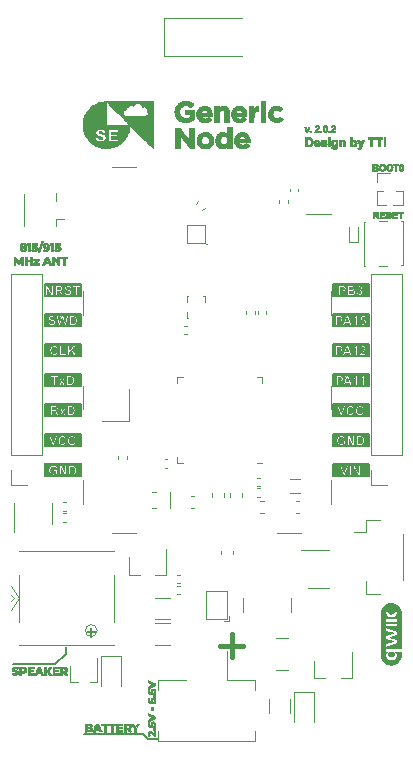
<source format=gto>
G04 #@! TF.GenerationSoftware,KiCad,Pcbnew,(5.1.7)-1*
G04 #@! TF.CreationDate,2020-11-04T19:15:34+01:00*
G04 #@! TF.ProjectId,generic_node,67656e65-7269-4635-9f6e-6f64652e6b69,2.0.2*
G04 #@! TF.SameCoordinates,PX510ff40PY6422c40*
G04 #@! TF.FileFunction,Legend,Top*
G04 #@! TF.FilePolarity,Positive*
%FSLAX46Y46*%
G04 Gerber Fmt 4.6, Leading zero omitted, Abs format (unit mm)*
G04 Created by KiCad (PCBNEW (5.1.7)-1) date 2020-11-04 19:15:34*
%MOMM*%
%LPD*%
G01*
G04 APERTURE LIST*
%ADD10C,0.150000*%
%ADD11C,0.400000*%
%ADD12C,0.120000*%
%ADD13C,0.010000*%
%ADD14C,0.100000*%
G04 APERTURE END LIST*
D10*
X-11900000Y-23200000D02*
X-11900000Y-22600000D01*
X-12800000Y-24100000D02*
X-11900000Y-23200000D01*
X-16400000Y-24100000D02*
X-12800000Y-24100000D01*
X-5000000Y-30400000D02*
X-4100000Y-30400000D01*
X-5400000Y-30000000D02*
X-5000000Y-30400000D01*
X-10400000Y-30000000D02*
X-5400000Y-30000000D01*
D11*
X1167619Y-22518571D02*
X3072380Y-22518571D01*
X2120000Y-23470952D02*
X2120000Y-21566190D01*
D12*
X-6000000Y18000000D02*
X-8000000Y18000000D01*
X8400000Y14000000D02*
X10500000Y14000000D01*
X10500000Y7500000D02*
X10500000Y5500000D01*
X-10500000Y-500000D02*
X-10500000Y-2500000D01*
X10500000Y-500000D02*
X10500000Y-2500000D01*
X10500000Y-8500000D02*
X10500000Y-10500000D01*
X6000000Y-13000000D02*
X8000000Y-13000000D01*
X-8000000Y-13000000D02*
X-6000000Y-13000000D01*
X-10500000Y-10500000D02*
X-10500000Y-8500000D01*
X-10500000Y7500000D02*
X-10500000Y5500000D01*
D13*
G36*
X4973400Y23295044D02*
G01*
X4572645Y23295044D01*
X4572645Y23633711D01*
X4973400Y23633711D01*
X4973400Y23295044D01*
G37*
X4973400Y23295044D02*
X4572645Y23295044D01*
X4572645Y23633711D01*
X4973400Y23633711D01*
X4973400Y23295044D01*
G36*
X4962111Y21827489D02*
G01*
X4583934Y21827489D01*
X4583934Y23153933D01*
X4962111Y23153933D01*
X4962111Y21827489D01*
G37*
X4962111Y21827489D02*
X4583934Y21827489D01*
X4583934Y23153933D01*
X4962111Y23153933D01*
X4962111Y21827489D01*
G36*
X4392022Y22783101D02*
G01*
X4334167Y22779756D01*
X4265695Y22771029D01*
X4203914Y22753259D01*
X4148987Y22726613D01*
X4101079Y22691257D01*
X4060353Y22647360D01*
X4026971Y22595087D01*
X4001099Y22534607D01*
X3982900Y22466086D01*
X3974723Y22412624D01*
X3973407Y22394973D01*
X3972204Y22367349D01*
X3971136Y22331064D01*
X3970230Y22287435D01*
X3969511Y22237775D01*
X3969002Y22183400D01*
X3968730Y22125622D01*
X3968689Y22093000D01*
X3968689Y21827489D01*
X3590511Y21827489D01*
X3590511Y23153933D01*
X3968689Y23153933D01*
X3968838Y23028344D01*
X3968986Y22902755D01*
X3990063Y22942267D01*
X4013125Y22982940D01*
X4035773Y23016714D01*
X4060889Y23047486D01*
X4091064Y23078869D01*
X4132104Y23114091D01*
X4175706Y23141052D01*
X4223773Y23160539D01*
X4278210Y23173338D01*
X4335841Y23179900D01*
X4392022Y23183769D01*
X4392022Y22783101D01*
G37*
X4392022Y22783101D02*
X4334167Y22779756D01*
X4265695Y22771029D01*
X4203914Y22753259D01*
X4148987Y22726613D01*
X4101079Y22691257D01*
X4060353Y22647360D01*
X4026971Y22595087D01*
X4001099Y22534607D01*
X3982900Y22466086D01*
X3974723Y22412624D01*
X3973407Y22394973D01*
X3972204Y22367349D01*
X3971136Y22331064D01*
X3970230Y22287435D01*
X3969511Y22237775D01*
X3969002Y22183400D01*
X3968730Y22125622D01*
X3968689Y22093000D01*
X3968689Y21827489D01*
X3590511Y21827489D01*
X3590511Y23153933D01*
X3968689Y23153933D01*
X3968838Y23028344D01*
X3968986Y22902755D01*
X3990063Y22942267D01*
X4013125Y22982940D01*
X4035773Y23016714D01*
X4060889Y23047486D01*
X4091064Y23078869D01*
X4132104Y23114091D01*
X4175706Y23141052D01*
X4223773Y23160539D01*
X4278210Y23173338D01*
X4335841Y23179900D01*
X4392022Y23183769D01*
X4392022Y22783101D01*
G36*
X1470924Y23176521D02*
G01*
X1518016Y23170608D01*
X1557327Y23162878D01*
X1592326Y23152431D01*
X1626484Y23138370D01*
X1636313Y23133690D01*
X1691733Y23100547D01*
X1739858Y23058922D01*
X1780524Y23009087D01*
X1813567Y22951312D01*
X1838823Y22885867D01*
X1856129Y22813022D01*
X1863285Y22759251D01*
X1864248Y22743340D01*
X1865150Y22717073D01*
X1865983Y22681387D01*
X1866734Y22637215D01*
X1867394Y22585491D01*
X1867952Y22527150D01*
X1868397Y22463126D01*
X1868718Y22394354D01*
X1868905Y22321767D01*
X1868951Y22263522D01*
X1868956Y21827489D01*
X1485134Y21827489D01*
X1485050Y22226833D01*
X1485001Y22306229D01*
X1484877Y22375135D01*
X1484664Y22434354D01*
X1484346Y22484686D01*
X1483908Y22526930D01*
X1483334Y22561887D01*
X1482608Y22590357D01*
X1481715Y22613142D01*
X1480640Y22631040D01*
X1479366Y22644853D01*
X1477879Y22655381D01*
X1476624Y22661564D01*
X1460003Y22711680D01*
X1435756Y22753770D01*
X1404085Y22787566D01*
X1365191Y22812799D01*
X1361791Y22814431D01*
X1346962Y22820910D01*
X1333443Y22825200D01*
X1318285Y22827744D01*
X1298539Y22828985D01*
X1271255Y22829365D01*
X1262178Y22829378D01*
X1232551Y22829175D01*
X1211180Y22828247D01*
X1195035Y22826115D01*
X1181086Y22822302D01*
X1166303Y22816328D01*
X1159255Y22813124D01*
X1124054Y22791674D01*
X1092181Y22762543D01*
X1067164Y22729111D01*
X1062297Y22720285D01*
X1056613Y22709061D01*
X1051675Y22698643D01*
X1047426Y22688182D01*
X1043810Y22676830D01*
X1040768Y22663737D01*
X1038245Y22648055D01*
X1036182Y22628934D01*
X1034523Y22605525D01*
X1033211Y22576980D01*
X1032189Y22542448D01*
X1031399Y22501082D01*
X1030785Y22452032D01*
X1030289Y22394449D01*
X1029854Y22327484D01*
X1029424Y22250288D01*
X1029312Y22229655D01*
X1027135Y21827489D01*
X649756Y21827489D01*
X649756Y23153933D01*
X1027934Y23153933D01*
X1027934Y22971279D01*
X1048736Y22996284D01*
X1102251Y23053507D01*
X1158689Y23099879D01*
X1218356Y23135530D01*
X1281558Y23160592D01*
X1348601Y23175195D01*
X1419789Y23179469D01*
X1470924Y23176521D01*
G37*
X1470924Y23176521D02*
X1518016Y23170608D01*
X1557327Y23162878D01*
X1592326Y23152431D01*
X1626484Y23138370D01*
X1636313Y23133690D01*
X1691733Y23100547D01*
X1739858Y23058922D01*
X1780524Y23009087D01*
X1813567Y22951312D01*
X1838823Y22885867D01*
X1856129Y22813022D01*
X1863285Y22759251D01*
X1864248Y22743340D01*
X1865150Y22717073D01*
X1865983Y22681387D01*
X1866734Y22637215D01*
X1867394Y22585491D01*
X1867952Y22527150D01*
X1868397Y22463126D01*
X1868718Y22394354D01*
X1868905Y22321767D01*
X1868951Y22263522D01*
X1868956Y21827489D01*
X1485134Y21827489D01*
X1485050Y22226833D01*
X1485001Y22306229D01*
X1484877Y22375135D01*
X1484664Y22434354D01*
X1484346Y22484686D01*
X1483908Y22526930D01*
X1483334Y22561887D01*
X1482608Y22590357D01*
X1481715Y22613142D01*
X1480640Y22631040D01*
X1479366Y22644853D01*
X1477879Y22655381D01*
X1476624Y22661564D01*
X1460003Y22711680D01*
X1435756Y22753770D01*
X1404085Y22787566D01*
X1365191Y22812799D01*
X1361791Y22814431D01*
X1346962Y22820910D01*
X1333443Y22825200D01*
X1318285Y22827744D01*
X1298539Y22828985D01*
X1271255Y22829365D01*
X1262178Y22829378D01*
X1232551Y22829175D01*
X1211180Y22828247D01*
X1195035Y22826115D01*
X1181086Y22822302D01*
X1166303Y22816328D01*
X1159255Y22813124D01*
X1124054Y22791674D01*
X1092181Y22762543D01*
X1067164Y22729111D01*
X1062297Y22720285D01*
X1056613Y22709061D01*
X1051675Y22698643D01*
X1047426Y22688182D01*
X1043810Y22676830D01*
X1040768Y22663737D01*
X1038245Y22648055D01*
X1036182Y22628934D01*
X1034523Y22605525D01*
X1033211Y22576980D01*
X1032189Y22542448D01*
X1031399Y22501082D01*
X1030785Y22452032D01*
X1030289Y22394449D01*
X1029854Y22327484D01*
X1029424Y22250288D01*
X1029312Y22229655D01*
X1027135Y21827489D01*
X649756Y21827489D01*
X649756Y23153933D01*
X1027934Y23153933D01*
X1027934Y22971279D01*
X1048736Y22996284D01*
X1102251Y23053507D01*
X1158689Y23099879D01*
X1218356Y23135530D01*
X1281558Y23160592D01*
X1348601Y23175195D01*
X1419789Y23179469D01*
X1470924Y23176521D01*
G36*
X5925497Y23178144D02*
G01*
X5993291Y23173335D01*
X6057987Y23164336D01*
X6116256Y23151299D01*
X6127925Y23147892D01*
X6187059Y23125242D01*
X6247714Y23093619D01*
X6307354Y23054579D01*
X6363441Y23009684D01*
X6384648Y22990113D01*
X6420234Y22955828D01*
X6394654Y22929292D01*
X6383281Y22917333D01*
X6365759Y22898705D01*
X6343599Y22875027D01*
X6318317Y22847916D01*
X6291426Y22818992D01*
X6280115Y22806800D01*
X6254600Y22779424D01*
X6231508Y22754924D01*
X6211981Y22734489D01*
X6197160Y22719308D01*
X6188187Y22710570D01*
X6186125Y22708926D01*
X6179945Y22711618D01*
X6167918Y22720460D01*
X6152298Y22733746D01*
X6146980Y22738590D01*
X6095884Y22780907D01*
X6045076Y22813137D01*
X6007604Y22830370D01*
X5974225Y22839870D01*
X5934546Y22846135D01*
X5892426Y22848966D01*
X5851724Y22848160D01*
X5816300Y22843518D01*
X5805672Y22840894D01*
X5750831Y22819368D01*
X5701753Y22788335D01*
X5658891Y22748251D01*
X5622699Y22699571D01*
X5593628Y22642751D01*
X5584239Y22618255D01*
X5578308Y22600415D01*
X5574178Y22584664D01*
X5571532Y22568295D01*
X5570054Y22548601D01*
X5569428Y22522876D01*
X5569334Y22490711D01*
X5569562Y22456617D01*
X5570349Y22430998D01*
X5572028Y22411042D01*
X5574935Y22393937D01*
X5579401Y22376873D01*
X5584880Y22359678D01*
X5609297Y22302400D01*
X5641330Y22252706D01*
X5679979Y22210887D01*
X5724242Y22177234D01*
X5773121Y22152038D01*
X5825613Y22135590D01*
X5880719Y22128180D01*
X5937439Y22130100D01*
X5994771Y22141639D01*
X6051716Y22163089D01*
X6107272Y22194741D01*
X6120449Y22204005D01*
X6141370Y22219785D01*
X6162023Y22236165D01*
X6177818Y22249493D01*
X6199724Y22269063D01*
X6313285Y22155102D01*
X6426845Y22041142D01*
X6378867Y21996188D01*
X6313668Y21939939D01*
X6248890Y21894159D01*
X6183172Y21858173D01*
X6115155Y21831303D01*
X6043478Y21812872D01*
X5995193Y21805209D01*
X5958439Y21801957D01*
X5915847Y21800287D01*
X5870969Y21800162D01*
X5827364Y21801544D01*
X5788585Y21804395D01*
X5763622Y21807674D01*
X5676263Y21827965D01*
X5594144Y21857797D01*
X5517849Y21896744D01*
X5447959Y21944381D01*
X5385058Y22000280D01*
X5329726Y22064018D01*
X5282547Y22135166D01*
X5261303Y22175209D01*
X5234875Y22234333D01*
X5215404Y22290444D01*
X5202167Y22346777D01*
X5194442Y22406563D01*
X5191506Y22473037D01*
X5191430Y22487889D01*
X5194185Y22562026D01*
X5202787Y22629145D01*
X5217878Y22692245D01*
X5240097Y22754325D01*
X5256023Y22790035D01*
X5298849Y22867545D01*
X5349868Y22937447D01*
X5408617Y22999379D01*
X5474632Y23052978D01*
X5547447Y23097882D01*
X5626599Y23133726D01*
X5711624Y23160149D01*
X5736811Y23165892D01*
X5793928Y23174575D01*
X5857933Y23178608D01*
X5925497Y23178144D01*
G37*
X5925497Y23178144D02*
X5993291Y23173335D01*
X6057987Y23164336D01*
X6116256Y23151299D01*
X6127925Y23147892D01*
X6187059Y23125242D01*
X6247714Y23093619D01*
X6307354Y23054579D01*
X6363441Y23009684D01*
X6384648Y22990113D01*
X6420234Y22955828D01*
X6394654Y22929292D01*
X6383281Y22917333D01*
X6365759Y22898705D01*
X6343599Y22875027D01*
X6318317Y22847916D01*
X6291426Y22818992D01*
X6280115Y22806800D01*
X6254600Y22779424D01*
X6231508Y22754924D01*
X6211981Y22734489D01*
X6197160Y22719308D01*
X6188187Y22710570D01*
X6186125Y22708926D01*
X6179945Y22711618D01*
X6167918Y22720460D01*
X6152298Y22733746D01*
X6146980Y22738590D01*
X6095884Y22780907D01*
X6045076Y22813137D01*
X6007604Y22830370D01*
X5974225Y22839870D01*
X5934546Y22846135D01*
X5892426Y22848966D01*
X5851724Y22848160D01*
X5816300Y22843518D01*
X5805672Y22840894D01*
X5750831Y22819368D01*
X5701753Y22788335D01*
X5658891Y22748251D01*
X5622699Y22699571D01*
X5593628Y22642751D01*
X5584239Y22618255D01*
X5578308Y22600415D01*
X5574178Y22584664D01*
X5571532Y22568295D01*
X5570054Y22548601D01*
X5569428Y22522876D01*
X5569334Y22490711D01*
X5569562Y22456617D01*
X5570349Y22430998D01*
X5572028Y22411042D01*
X5574935Y22393937D01*
X5579401Y22376873D01*
X5584880Y22359678D01*
X5609297Y22302400D01*
X5641330Y22252706D01*
X5679979Y22210887D01*
X5724242Y22177234D01*
X5773121Y22152038D01*
X5825613Y22135590D01*
X5880719Y22128180D01*
X5937439Y22130100D01*
X5994771Y22141639D01*
X6051716Y22163089D01*
X6107272Y22194741D01*
X6120449Y22204005D01*
X6141370Y22219785D01*
X6162023Y22236165D01*
X6177818Y22249493D01*
X6199724Y22269063D01*
X6313285Y22155102D01*
X6426845Y22041142D01*
X6378867Y21996188D01*
X6313668Y21939939D01*
X6248890Y21894159D01*
X6183172Y21858173D01*
X6115155Y21831303D01*
X6043478Y21812872D01*
X5995193Y21805209D01*
X5958439Y21801957D01*
X5915847Y21800287D01*
X5870969Y21800162D01*
X5827364Y21801544D01*
X5788585Y21804395D01*
X5763622Y21807674D01*
X5676263Y21827965D01*
X5594144Y21857797D01*
X5517849Y21896744D01*
X5447959Y21944381D01*
X5385058Y22000280D01*
X5329726Y22064018D01*
X5282547Y22135166D01*
X5261303Y22175209D01*
X5234875Y22234333D01*
X5215404Y22290444D01*
X5202167Y22346777D01*
X5194442Y22406563D01*
X5191506Y22473037D01*
X5191430Y22487889D01*
X5194185Y22562026D01*
X5202787Y22629145D01*
X5217878Y22692245D01*
X5240097Y22754325D01*
X5256023Y22790035D01*
X5298849Y22867545D01*
X5349868Y22937447D01*
X5408617Y22999379D01*
X5474632Y23052978D01*
X5547447Y23097882D01*
X5626599Y23133726D01*
X5711624Y23160149D01*
X5736811Y23165892D01*
X5793928Y23174575D01*
X5857933Y23178608D01*
X5925497Y23178144D01*
G36*
X2774274Y23178037D02*
G01*
X2848746Y23170037D01*
X2919281Y23155201D01*
X2979914Y23135024D01*
X3051811Y23099872D01*
X3117266Y23055651D01*
X3175978Y23002762D01*
X3227649Y22941605D01*
X3271979Y22872583D01*
X3308667Y22796096D01*
X3337416Y22712546D01*
X3356468Y22630477D01*
X3359918Y22606750D01*
X3363051Y22576137D01*
X3365753Y22541076D01*
X3367913Y22504007D01*
X3369418Y22467369D01*
X3370156Y22433603D01*
X3370014Y22405147D01*
X3368881Y22384442D01*
X3368068Y22378568D01*
X3364222Y22358067D01*
X2445599Y22358067D01*
X2451362Y22336900D01*
X2456602Y22321276D01*
X2465029Y22299870D01*
X2474911Y22277059D01*
X2475894Y22274910D01*
X2503383Y22228170D01*
X2539221Y22188173D01*
X2582344Y22155421D01*
X2631692Y22130418D01*
X2686202Y22113670D01*
X2744814Y22105680D01*
X2806465Y22106952D01*
X2824941Y22109151D01*
X2880306Y22120292D01*
X2931517Y22138015D01*
X2981146Y22163487D01*
X3031766Y22197872D01*
X3047397Y22209995D01*
X3064897Y22223364D01*
X3079154Y22233230D01*
X3087853Y22238030D01*
X3089179Y22238217D01*
X3095575Y22233782D01*
X3108658Y22223078D01*
X3127044Y22207351D01*
X3149348Y22187851D01*
X3174184Y22165825D01*
X3200169Y22142522D01*
X3225917Y22119189D01*
X3250044Y22097076D01*
X3271164Y22077429D01*
X3287894Y22061498D01*
X3298848Y22050530D01*
X3302645Y22045813D01*
X3298535Y22038233D01*
X3287305Y22025073D01*
X3270599Y22007863D01*
X3250063Y21988135D01*
X3227343Y21967418D01*
X3204085Y21947245D01*
X3181934Y21929145D01*
X3162537Y21914651D01*
X3159181Y21912353D01*
X3085182Y21869344D01*
X3006409Y21836547D01*
X2923029Y21814024D01*
X2868170Y21805131D01*
X2826685Y21801598D01*
X2779260Y21800077D01*
X2729999Y21800516D01*
X2683004Y21802867D01*
X2642377Y21807080D01*
X2636600Y21807946D01*
X2550196Y21826855D01*
X2468726Y21855276D01*
X2392884Y21892792D01*
X2323367Y21938987D01*
X2260870Y21993446D01*
X2206088Y22055752D01*
X2193310Y22073022D01*
X2149464Y22142948D01*
X2115305Y22216578D01*
X2090490Y22294940D01*
X2074673Y22379061D01*
X2068603Y22444849D01*
X2068649Y22533527D01*
X2078334Y22617886D01*
X2444707Y22617886D01*
X2447349Y22612250D01*
X2453934Y22607974D01*
X2465318Y22604876D01*
X2482355Y22602771D01*
X2505898Y22601477D01*
X2536803Y22600811D01*
X2575923Y22600589D01*
X2624112Y22600629D01*
X2682226Y22600746D01*
X2721895Y22600778D01*
X2999101Y22600778D01*
X2995181Y22621944D01*
X2981169Y22674898D01*
X2959888Y22724718D01*
X2932556Y22769372D01*
X2900389Y22806826D01*
X2869546Y22831887D01*
X2830258Y22852848D01*
X2787117Y22865679D01*
X2738155Y22870847D01*
X2706761Y22870537D01*
X2678824Y22868962D01*
X2658326Y22866571D01*
X2641416Y22862471D01*
X2624242Y22855769D01*
X2606301Y22847230D01*
X2561723Y22818954D01*
X2522928Y22781241D01*
X2490286Y22734555D01*
X2464166Y22679365D01*
X2456494Y22657701D01*
X2451903Y22644791D01*
X2447838Y22633973D01*
X2445155Y22625066D01*
X2444707Y22617886D01*
X2078334Y22617886D01*
X2078523Y22619531D01*
X2097725Y22702125D01*
X2125756Y22780574D01*
X2162114Y22854142D01*
X2206301Y22922094D01*
X2257815Y22983692D01*
X2316157Y23038202D01*
X2380827Y23084888D01*
X2451325Y23123014D01*
X2527149Y23151844D01*
X2554335Y23159470D01*
X2624360Y23172910D01*
X2698576Y23179047D01*
X2774274Y23178037D01*
G37*
X2774274Y23178037D02*
X2848746Y23170037D01*
X2919281Y23155201D01*
X2979914Y23135024D01*
X3051811Y23099872D01*
X3117266Y23055651D01*
X3175978Y23002762D01*
X3227649Y22941605D01*
X3271979Y22872583D01*
X3308667Y22796096D01*
X3337416Y22712546D01*
X3356468Y22630477D01*
X3359918Y22606750D01*
X3363051Y22576137D01*
X3365753Y22541076D01*
X3367913Y22504007D01*
X3369418Y22467369D01*
X3370156Y22433603D01*
X3370014Y22405147D01*
X3368881Y22384442D01*
X3368068Y22378568D01*
X3364222Y22358067D01*
X2445599Y22358067D01*
X2451362Y22336900D01*
X2456602Y22321276D01*
X2465029Y22299870D01*
X2474911Y22277059D01*
X2475894Y22274910D01*
X2503383Y22228170D01*
X2539221Y22188173D01*
X2582344Y22155421D01*
X2631692Y22130418D01*
X2686202Y22113670D01*
X2744814Y22105680D01*
X2806465Y22106952D01*
X2824941Y22109151D01*
X2880306Y22120292D01*
X2931517Y22138015D01*
X2981146Y22163487D01*
X3031766Y22197872D01*
X3047397Y22209995D01*
X3064897Y22223364D01*
X3079154Y22233230D01*
X3087853Y22238030D01*
X3089179Y22238217D01*
X3095575Y22233782D01*
X3108658Y22223078D01*
X3127044Y22207351D01*
X3149348Y22187851D01*
X3174184Y22165825D01*
X3200169Y22142522D01*
X3225917Y22119189D01*
X3250044Y22097076D01*
X3271164Y22077429D01*
X3287894Y22061498D01*
X3298848Y22050530D01*
X3302645Y22045813D01*
X3298535Y22038233D01*
X3287305Y22025073D01*
X3270599Y22007863D01*
X3250063Y21988135D01*
X3227343Y21967418D01*
X3204085Y21947245D01*
X3181934Y21929145D01*
X3162537Y21914651D01*
X3159181Y21912353D01*
X3085182Y21869344D01*
X3006409Y21836547D01*
X2923029Y21814024D01*
X2868170Y21805131D01*
X2826685Y21801598D01*
X2779260Y21800077D01*
X2729999Y21800516D01*
X2683004Y21802867D01*
X2642377Y21807080D01*
X2636600Y21807946D01*
X2550196Y21826855D01*
X2468726Y21855276D01*
X2392884Y21892792D01*
X2323367Y21938987D01*
X2260870Y21993446D01*
X2206088Y22055752D01*
X2193310Y22073022D01*
X2149464Y22142948D01*
X2115305Y22216578D01*
X2090490Y22294940D01*
X2074673Y22379061D01*
X2068603Y22444849D01*
X2068649Y22533527D01*
X2078334Y22617886D01*
X2444707Y22617886D01*
X2447349Y22612250D01*
X2453934Y22607974D01*
X2465318Y22604876D01*
X2482355Y22602771D01*
X2505898Y22601477D01*
X2536803Y22600811D01*
X2575923Y22600589D01*
X2624112Y22600629D01*
X2682226Y22600746D01*
X2721895Y22600778D01*
X2999101Y22600778D01*
X2995181Y22621944D01*
X2981169Y22674898D01*
X2959888Y22724718D01*
X2932556Y22769372D01*
X2900389Y22806826D01*
X2869546Y22831887D01*
X2830258Y22852848D01*
X2787117Y22865679D01*
X2738155Y22870847D01*
X2706761Y22870537D01*
X2678824Y22868962D01*
X2658326Y22866571D01*
X2641416Y22862471D01*
X2624242Y22855769D01*
X2606301Y22847230D01*
X2561723Y22818954D01*
X2522928Y22781241D01*
X2490286Y22734555D01*
X2464166Y22679365D01*
X2456494Y22657701D01*
X2451903Y22644791D01*
X2447838Y22633973D01*
X2445155Y22625066D01*
X2444707Y22617886D01*
X2078334Y22617886D01*
X2078523Y22619531D01*
X2097725Y22702125D01*
X2125756Y22780574D01*
X2162114Y22854142D01*
X2206301Y22922094D01*
X2257815Y22983692D01*
X2316157Y23038202D01*
X2380827Y23084888D01*
X2451325Y23123014D01*
X2527149Y23151844D01*
X2554335Y23159470D01*
X2624360Y23172910D01*
X2698576Y23179047D01*
X2774274Y23178037D01*
G36*
X-148695Y23176984D02*
G01*
X-145918Y23176722D01*
X-66105Y23165334D01*
X6014Y23146965D01*
X72109Y23120937D01*
X133851Y23086574D01*
X192910Y23043197D01*
X201730Y23035796D01*
X257972Y22980469D01*
X306664Y22917087D01*
X347623Y22846150D01*
X380666Y22768157D01*
X405612Y22683604D01*
X422277Y22592991D01*
X430479Y22496817D01*
X430633Y22410278D01*
X428821Y22358067D01*
X-30800Y22358067D01*
X-101736Y22358016D01*
X-169325Y22357869D01*
X-232729Y22357633D01*
X-291111Y22357317D01*
X-343633Y22356928D01*
X-389460Y22356473D01*
X-427752Y22355960D01*
X-457674Y22355398D01*
X-478387Y22354793D01*
X-489054Y22354153D01*
X-490361Y22353833D01*
X-487927Y22341088D01*
X-481684Y22321528D01*
X-472860Y22298441D01*
X-462684Y22275114D01*
X-455434Y22260437D01*
X-425692Y22215741D01*
X-387666Y22177852D01*
X-342472Y22147326D01*
X-291227Y22124720D01*
X-235048Y22110589D01*
X-175049Y22105490D01*
X-146111Y22106353D01*
X-86528Y22113887D01*
X-31468Y22128862D01*
X21451Y22152214D01*
X74607Y22184878D01*
X99216Y22202847D01*
X119061Y22217820D01*
X135418Y22229843D01*
X146335Y22237501D01*
X149828Y22239533D01*
X154998Y22235926D01*
X167073Y22225930D01*
X184676Y22210781D01*
X206429Y22191718D01*
X230956Y22169978D01*
X256878Y22146799D01*
X282818Y22123418D01*
X307399Y22101072D01*
X329243Y22080999D01*
X346973Y22064437D01*
X359211Y22052623D01*
X364580Y22046794D01*
X364711Y22046480D01*
X360700Y22039505D01*
X349798Y22026830D01*
X333704Y22010080D01*
X314115Y21990881D01*
X292729Y21970858D01*
X271244Y21951637D01*
X251359Y21934843D01*
X234889Y21922186D01*
X162094Y21877461D01*
X83313Y21842112D01*
X-669Y21816479D01*
X-16289Y21812921D01*
X-40033Y21809184D01*
X-72252Y21806065D01*
X-110143Y21803649D01*
X-150904Y21802020D01*
X-191735Y21801264D01*
X-229832Y21801465D01*
X-262394Y21802707D01*
X-284792Y21804806D01*
X-365630Y21820809D01*
X-444285Y21845264D01*
X-517755Y21877155D01*
X-549689Y21894451D01*
X-617218Y21940115D01*
X-678561Y21994595D01*
X-732781Y22056712D01*
X-778939Y22125288D01*
X-816099Y22199143D01*
X-837000Y22255701D01*
X-849140Y22297588D01*
X-857943Y22336891D01*
X-863752Y22376506D01*
X-866906Y22419327D01*
X-867750Y22468250D01*
X-867076Y22510467D01*
X-864392Y22569603D01*
X-860774Y22605828D01*
X-496066Y22605828D01*
X-490576Y22604770D01*
X-474719Y22603801D01*
X-449418Y22602936D01*
X-415596Y22602194D01*
X-374175Y22601590D01*
X-326078Y22601142D01*
X-272226Y22600866D01*
X-217167Y22600778D01*
X61732Y22600778D01*
X54046Y22633725D01*
X35180Y22694589D01*
X8970Y22747259D01*
X-24411Y22791500D01*
X-64791Y22827078D01*
X-105586Y22850850D01*
X-125790Y22859604D01*
X-143824Y22865196D01*
X-163780Y22868501D01*
X-189752Y22870396D01*
X-198905Y22870803D01*
X-256967Y22868596D01*
X-308924Y22856907D01*
X-354972Y22835620D01*
X-395309Y22804621D01*
X-430132Y22763794D01*
X-456391Y22719604D01*
X-464436Y22701866D01*
X-473334Y22679504D01*
X-482015Y22655587D01*
X-489406Y22633185D01*
X-494439Y22615369D01*
X-496066Y22605828D01*
X-860774Y22605828D01*
X-859295Y22620625D01*
X-851208Y22666557D01*
X-839553Y22710425D01*
X-823752Y22755252D01*
X-817186Y22771603D01*
X-778828Y22850688D01*
X-732393Y22922260D01*
X-678537Y22985924D01*
X-617913Y23041285D01*
X-551177Y23087948D01*
X-478981Y23125520D01*
X-401981Y23153604D01*
X-320831Y23171806D01*
X-236184Y23179731D01*
X-148695Y23176984D01*
G37*
X-148695Y23176984D02*
X-145918Y23176722D01*
X-66105Y23165334D01*
X6014Y23146965D01*
X72109Y23120937D01*
X133851Y23086574D01*
X192910Y23043197D01*
X201730Y23035796D01*
X257972Y22980469D01*
X306664Y22917087D01*
X347623Y22846150D01*
X380666Y22768157D01*
X405612Y22683604D01*
X422277Y22592991D01*
X430479Y22496817D01*
X430633Y22410278D01*
X428821Y22358067D01*
X-30800Y22358067D01*
X-101736Y22358016D01*
X-169325Y22357869D01*
X-232729Y22357633D01*
X-291111Y22357317D01*
X-343633Y22356928D01*
X-389460Y22356473D01*
X-427752Y22355960D01*
X-457674Y22355398D01*
X-478387Y22354793D01*
X-489054Y22354153D01*
X-490361Y22353833D01*
X-487927Y22341088D01*
X-481684Y22321528D01*
X-472860Y22298441D01*
X-462684Y22275114D01*
X-455434Y22260437D01*
X-425692Y22215741D01*
X-387666Y22177852D01*
X-342472Y22147326D01*
X-291227Y22124720D01*
X-235048Y22110589D01*
X-175049Y22105490D01*
X-146111Y22106353D01*
X-86528Y22113887D01*
X-31468Y22128862D01*
X21451Y22152214D01*
X74607Y22184878D01*
X99216Y22202847D01*
X119061Y22217820D01*
X135418Y22229843D01*
X146335Y22237501D01*
X149828Y22239533D01*
X154998Y22235926D01*
X167073Y22225930D01*
X184676Y22210781D01*
X206429Y22191718D01*
X230956Y22169978D01*
X256878Y22146799D01*
X282818Y22123418D01*
X307399Y22101072D01*
X329243Y22080999D01*
X346973Y22064437D01*
X359211Y22052623D01*
X364580Y22046794D01*
X364711Y22046480D01*
X360700Y22039505D01*
X349798Y22026830D01*
X333704Y22010080D01*
X314115Y21990881D01*
X292729Y21970858D01*
X271244Y21951637D01*
X251359Y21934843D01*
X234889Y21922186D01*
X162094Y21877461D01*
X83313Y21842112D01*
X-669Y21816479D01*
X-16289Y21812921D01*
X-40033Y21809184D01*
X-72252Y21806065D01*
X-110143Y21803649D01*
X-150904Y21802020D01*
X-191735Y21801264D01*
X-229832Y21801465D01*
X-262394Y21802707D01*
X-284792Y21804806D01*
X-365630Y21820809D01*
X-444285Y21845264D01*
X-517755Y21877155D01*
X-549689Y21894451D01*
X-617218Y21940115D01*
X-678561Y21994595D01*
X-732781Y22056712D01*
X-778939Y22125288D01*
X-816099Y22199143D01*
X-837000Y22255701D01*
X-849140Y22297588D01*
X-857943Y22336891D01*
X-863752Y22376506D01*
X-866906Y22419327D01*
X-867750Y22468250D01*
X-867076Y22510467D01*
X-864392Y22569603D01*
X-860774Y22605828D01*
X-496066Y22605828D01*
X-490576Y22604770D01*
X-474719Y22603801D01*
X-449418Y22602936D01*
X-415596Y22602194D01*
X-374175Y22601590D01*
X-326078Y22601142D01*
X-272226Y22600866D01*
X-217167Y22600778D01*
X61732Y22600778D01*
X54046Y22633725D01*
X35180Y22694589D01*
X8970Y22747259D01*
X-24411Y22791500D01*
X-64791Y22827078D01*
X-105586Y22850850D01*
X-125790Y22859604D01*
X-143824Y22865196D01*
X-163780Y22868501D01*
X-189752Y22870396D01*
X-198905Y22870803D01*
X-256967Y22868596D01*
X-308924Y22856907D01*
X-354972Y22835620D01*
X-395309Y22804621D01*
X-430132Y22763794D01*
X-456391Y22719604D01*
X-464436Y22701866D01*
X-473334Y22679504D01*
X-482015Y22655587D01*
X-489406Y22633185D01*
X-494439Y22615369D01*
X-496066Y22605828D01*
X-860774Y22605828D01*
X-859295Y22620625D01*
X-851208Y22666557D01*
X-839553Y22710425D01*
X-823752Y22755252D01*
X-817186Y22771603D01*
X-778828Y22850688D01*
X-732393Y22922260D01*
X-678537Y22985924D01*
X-617913Y23041285D01*
X-551177Y23087948D01*
X-478981Y23125520D01*
X-401981Y23153604D01*
X-320831Y23171806D01*
X-236184Y23179731D01*
X-148695Y23176984D01*
G36*
X-1760018Y23585977D02*
G01*
X-1709175Y23584310D01*
X-1662719Y23581365D01*
X-1623252Y23577142D01*
X-1611664Y23575378D01*
X-1510638Y23553570D01*
X-1415466Y23523145D01*
X-1327075Y23484424D01*
X-1289120Y23464013D01*
X-1270317Y23452559D01*
X-1247679Y23437708D01*
X-1223064Y23420809D01*
X-1198328Y23403209D01*
X-1175328Y23386255D01*
X-1155922Y23371295D01*
X-1141966Y23359676D01*
X-1135317Y23352746D01*
X-1135078Y23352235D01*
X-1138204Y23347174D01*
X-1147521Y23334674D01*
X-1162016Y23315985D01*
X-1180675Y23292358D01*
X-1202484Y23265044D01*
X-1226431Y23235294D01*
X-1251501Y23204358D01*
X-1276681Y23173488D01*
X-1300957Y23143934D01*
X-1323316Y23116948D01*
X-1342744Y23093779D01*
X-1358227Y23075680D01*
X-1368476Y23064196D01*
X-1373854Y23060858D01*
X-1381182Y23062649D01*
X-1392856Y23070581D01*
X-1403039Y23078787D01*
X-1466516Y23125274D01*
X-1535736Y23165093D01*
X-1607701Y23196679D01*
X-1662901Y23214353D01*
X-1685314Y23219988D01*
X-1705322Y23224012D01*
X-1725698Y23226705D01*
X-1749214Y23228345D01*
X-1778646Y23229212D01*
X-1814044Y23229571D01*
X-1849294Y23229695D01*
X-1875744Y23229423D01*
X-1895882Y23228454D01*
X-1912195Y23226488D01*
X-1927172Y23223222D01*
X-1943301Y23218358D01*
X-1963070Y23211593D01*
X-1963275Y23211521D01*
X-2020684Y23188220D01*
X-2071493Y23160026D01*
X-2118985Y23124854D01*
X-2161067Y23086053D01*
X-2211596Y23028982D01*
X-2251811Y22968834D01*
X-2282151Y22904593D01*
X-2303054Y22835247D01*
X-2314958Y22759782D01*
X-2317457Y22724410D01*
X-2316407Y22641370D01*
X-2305493Y22562596D01*
X-2284970Y22488628D01*
X-2255089Y22420002D01*
X-2216102Y22357259D01*
X-2168263Y22300935D01*
X-2111823Y22251570D01*
X-2087508Y22234301D01*
X-2023433Y22198180D01*
X-1954262Y22171997D01*
X-1880421Y22155844D01*
X-1802334Y22149813D01*
X-1720427Y22153996D01*
X-1716913Y22154396D01*
X-1641339Y22167059D01*
X-1572575Y22187003D01*
X-1508205Y22215007D01*
X-1478839Y22231139D01*
X-1444333Y22251363D01*
X-1444333Y22493533D01*
X-1828155Y22493533D01*
X-1828155Y22826555D01*
X-1071800Y22826555D01*
X-1071800Y22070992D01*
X-1124011Y22032136D01*
X-1165400Y22002207D01*
X-1203685Y21976655D01*
X-1242329Y21953395D01*
X-1284791Y21930337D01*
X-1332310Y21906479D01*
X-1410016Y21871575D01*
X-1484892Y21844653D01*
X-1560776Y21824603D01*
X-1641508Y21810317D01*
X-1682588Y21805237D01*
X-1719353Y21802372D01*
X-1763646Y21800691D01*
X-1811770Y21800187D01*
X-1860027Y21800850D01*
X-1904720Y21802672D01*
X-1942151Y21805645D01*
X-1943866Y21805835D01*
X-2016281Y21817435D01*
X-2091717Y21835733D01*
X-2166003Y21859501D01*
X-2234971Y21887509D01*
X-2257752Y21898421D01*
X-2321037Y21934561D01*
X-2384147Y21978777D01*
X-2444501Y22028878D01*
X-2499522Y22082675D01*
X-2546630Y22137978D01*
X-2558048Y22153430D01*
X-2608791Y22234161D01*
X-2650609Y22321046D01*
X-2683200Y22412954D01*
X-2706263Y22508755D01*
X-2719496Y22607318D01*
X-2722600Y22707512D01*
X-2719994Y22761430D01*
X-2711601Y22838866D01*
X-2698277Y22909434D01*
X-2679007Y22976835D01*
X-2652773Y23044768D01*
X-2626920Y23100311D01*
X-2578630Y23185346D01*
X-2521552Y23263712D01*
X-2456350Y23334914D01*
X-2383684Y23398460D01*
X-2304216Y23453859D01*
X-2218609Y23500616D01*
X-2127523Y23538241D01*
X-2031620Y23566239D01*
X-1989022Y23575204D01*
X-1955252Y23579903D01*
X-1912866Y23583331D01*
X-1864465Y23585487D01*
X-1812648Y23586369D01*
X-1760018Y23585977D01*
G37*
X-1760018Y23585977D02*
X-1709175Y23584310D01*
X-1662719Y23581365D01*
X-1623252Y23577142D01*
X-1611664Y23575378D01*
X-1510638Y23553570D01*
X-1415466Y23523145D01*
X-1327075Y23484424D01*
X-1289120Y23464013D01*
X-1270317Y23452559D01*
X-1247679Y23437708D01*
X-1223064Y23420809D01*
X-1198328Y23403209D01*
X-1175328Y23386255D01*
X-1155922Y23371295D01*
X-1141966Y23359676D01*
X-1135317Y23352746D01*
X-1135078Y23352235D01*
X-1138204Y23347174D01*
X-1147521Y23334674D01*
X-1162016Y23315985D01*
X-1180675Y23292358D01*
X-1202484Y23265044D01*
X-1226431Y23235294D01*
X-1251501Y23204358D01*
X-1276681Y23173488D01*
X-1300957Y23143934D01*
X-1323316Y23116948D01*
X-1342744Y23093779D01*
X-1358227Y23075680D01*
X-1368476Y23064196D01*
X-1373854Y23060858D01*
X-1381182Y23062649D01*
X-1392856Y23070581D01*
X-1403039Y23078787D01*
X-1466516Y23125274D01*
X-1535736Y23165093D01*
X-1607701Y23196679D01*
X-1662901Y23214353D01*
X-1685314Y23219988D01*
X-1705322Y23224012D01*
X-1725698Y23226705D01*
X-1749214Y23228345D01*
X-1778646Y23229212D01*
X-1814044Y23229571D01*
X-1849294Y23229695D01*
X-1875744Y23229423D01*
X-1895882Y23228454D01*
X-1912195Y23226488D01*
X-1927172Y23223222D01*
X-1943301Y23218358D01*
X-1963070Y23211593D01*
X-1963275Y23211521D01*
X-2020684Y23188220D01*
X-2071493Y23160026D01*
X-2118985Y23124854D01*
X-2161067Y23086053D01*
X-2211596Y23028982D01*
X-2251811Y22968834D01*
X-2282151Y22904593D01*
X-2303054Y22835247D01*
X-2314958Y22759782D01*
X-2317457Y22724410D01*
X-2316407Y22641370D01*
X-2305493Y22562596D01*
X-2284970Y22488628D01*
X-2255089Y22420002D01*
X-2216102Y22357259D01*
X-2168263Y22300935D01*
X-2111823Y22251570D01*
X-2087508Y22234301D01*
X-2023433Y22198180D01*
X-1954262Y22171997D01*
X-1880421Y22155844D01*
X-1802334Y22149813D01*
X-1720427Y22153996D01*
X-1716913Y22154396D01*
X-1641339Y22167059D01*
X-1572575Y22187003D01*
X-1508205Y22215007D01*
X-1478839Y22231139D01*
X-1444333Y22251363D01*
X-1444333Y22493533D01*
X-1828155Y22493533D01*
X-1828155Y22826555D01*
X-1071800Y22826555D01*
X-1071800Y22070992D01*
X-1124011Y22032136D01*
X-1165400Y22002207D01*
X-1203685Y21976655D01*
X-1242329Y21953395D01*
X-1284791Y21930337D01*
X-1332310Y21906479D01*
X-1410016Y21871575D01*
X-1484892Y21844653D01*
X-1560776Y21824603D01*
X-1641508Y21810317D01*
X-1682588Y21805237D01*
X-1719353Y21802372D01*
X-1763646Y21800691D01*
X-1811770Y21800187D01*
X-1860027Y21800850D01*
X-1904720Y21802672D01*
X-1942151Y21805645D01*
X-1943866Y21805835D01*
X-2016281Y21817435D01*
X-2091717Y21835733D01*
X-2166003Y21859501D01*
X-2234971Y21887509D01*
X-2257752Y21898421D01*
X-2321037Y21934561D01*
X-2384147Y21978777D01*
X-2444501Y22028878D01*
X-2499522Y22082675D01*
X-2546630Y22137978D01*
X-2558048Y22153430D01*
X-2608791Y22234161D01*
X-2650609Y22321046D01*
X-2683200Y22412954D01*
X-2706263Y22508755D01*
X-2719496Y22607318D01*
X-2722600Y22707512D01*
X-2719994Y22761430D01*
X-2711601Y22838866D01*
X-2698277Y22909434D01*
X-2679007Y22976835D01*
X-2652773Y23044768D01*
X-2626920Y23100311D01*
X-2578630Y23185346D01*
X-2521552Y23263712D01*
X-2456350Y23334914D01*
X-2383684Y23398460D01*
X-2304216Y23453859D01*
X-2218609Y23500616D01*
X-2127523Y23538241D01*
X-2031620Y23566239D01*
X-1989022Y23575204D01*
X-1955252Y23579903D01*
X-1912866Y23583331D01*
X-1864465Y23585487D01*
X-1812648Y23586369D01*
X-1760018Y23585977D01*
G36*
X-1889511Y20813348D02*
G01*
X-1486666Y20284629D01*
X-1483786Y21342067D01*
X-1105666Y21342067D01*
X-1105666Y19609222D01*
X-1435866Y19609618D01*
X-1850733Y20154179D01*
X-2265600Y20698739D01*
X-2267039Y20153981D01*
X-2268478Y19609222D01*
X-2646600Y19609222D01*
X-2646600Y21342067D01*
X-2292355Y21342067D01*
X-1889511Y20813348D01*
G37*
X-1889511Y20813348D02*
X-1486666Y20284629D01*
X-1483786Y21342067D01*
X-1105666Y21342067D01*
X-1105666Y19609222D01*
X-1435866Y19609618D01*
X-1850733Y20154179D01*
X-2265600Y20698739D01*
X-2267039Y20153981D01*
X-2268478Y19609222D01*
X-2646600Y19609222D01*
X-2646600Y21342067D01*
X-2292355Y21342067D01*
X-1889511Y20813348D01*
G36*
X-4577000Y19606451D02*
G01*
X-4812655Y19840661D01*
X-4842002Y19869845D01*
X-4878760Y19906431D01*
X-4922356Y19949844D01*
X-4972211Y19999509D01*
X-5027750Y20054853D01*
X-5088397Y20115300D01*
X-5153575Y20180276D01*
X-5222708Y20249206D01*
X-5295221Y20321516D01*
X-5370536Y20396632D01*
X-5448079Y20473978D01*
X-5527271Y20552981D01*
X-5607538Y20633066D01*
X-5688302Y20713657D01*
X-5768989Y20794182D01*
X-5791450Y20816600D01*
X-6534588Y21558328D01*
X-6537699Y21527808D01*
X-6539340Y21508903D01*
X-6541229Y21482816D01*
X-6543082Y21453642D01*
X-6544073Y21436080D01*
X-6556030Y21309576D01*
X-6578238Y21181024D01*
X-6610196Y21051816D01*
X-6651402Y20923342D01*
X-6701354Y20796992D01*
X-6759552Y20674158D01*
X-6825493Y20556229D01*
X-6898675Y20444597D01*
X-6904718Y20436133D01*
X-6948668Y20378221D01*
X-6999250Y20317151D01*
X-7054409Y20255095D01*
X-7112089Y20194224D01*
X-7170237Y20136708D01*
X-7226797Y20084719D01*
X-7277866Y20041886D01*
X-7400010Y19952217D01*
X-7527095Y19872688D01*
X-7658992Y19803353D01*
X-7795569Y19744268D01*
X-7936698Y19695487D01*
X-8082249Y19657065D01*
X-8232090Y19629056D01*
X-8275270Y19623025D01*
X-8299117Y19620622D01*
X-8331392Y19618353D01*
X-8370003Y19616277D01*
X-8412861Y19614452D01*
X-8457876Y19612935D01*
X-8502957Y19611786D01*
X-8546015Y19611062D01*
X-8584957Y19610823D01*
X-8617696Y19611125D01*
X-8642139Y19612027D01*
X-8649466Y19612602D01*
X-8750152Y19623899D01*
X-8841704Y19636881D01*
X-8926210Y19652023D01*
X-9005762Y19669798D01*
X-9082448Y19690682D01*
X-9158359Y19715149D01*
X-9235583Y19743674D01*
X-9247778Y19748478D01*
X-9383448Y19808237D01*
X-9513335Y19877265D01*
X-9637048Y19955084D01*
X-9754195Y20041216D01*
X-9864383Y20135182D01*
X-9967221Y20236503D01*
X-10062316Y20344702D01*
X-10149277Y20459300D01*
X-10189900Y20521720D01*
X-9483019Y20521720D01*
X-9479302Y20496937D01*
X-9465950Y20436714D01*
X-9444973Y20380145D01*
X-9417285Y20328628D01*
X-9383800Y20283565D01*
X-9345431Y20246355D01*
X-9303092Y20218399D01*
X-9294865Y20214338D01*
X-9245470Y20195443D01*
X-9187849Y20180560D01*
X-9124422Y20169949D01*
X-9057610Y20163868D01*
X-8989832Y20162578D01*
X-8923510Y20166338D01*
X-8887936Y20170741D01*
X-8815751Y20186080D01*
X-8751630Y20209083D01*
X-8695680Y20239679D01*
X-8648011Y20277795D01*
X-8608732Y20323360D01*
X-8579019Y20374044D01*
X-8557360Y20431372D01*
X-8546704Y20488854D01*
X-8547025Y20545767D01*
X-8558299Y20601387D01*
X-8580500Y20654992D01*
X-8589238Y20670489D01*
X-8613630Y20703953D01*
X-8645171Y20734468D01*
X-8684504Y20762362D01*
X-8732272Y20787961D01*
X-8789116Y20811592D01*
X-8855681Y20833584D01*
X-8932608Y20854262D01*
X-8965555Y20862041D01*
X-9010987Y20872672D01*
X-9046784Y20881768D01*
X-9074410Y20889863D01*
X-9095330Y20897490D01*
X-9111008Y20905183D01*
X-9122906Y20913474D01*
X-9132433Y20922835D01*
X-9143583Y20937290D01*
X-9147948Y20949537D01*
X-9147372Y20964529D01*
X-9138882Y20992975D01*
X-9121928Y21014259D01*
X-9096384Y21028453D01*
X-9062129Y21035628D01*
X-9023547Y21036134D01*
X-8983240Y21031230D01*
X-8951072Y21020653D01*
X-8925655Y21003226D01*
X-8905605Y20977771D01*
X-8889534Y20943110D01*
X-8880400Y20914500D01*
X-8873809Y20909754D01*
X-8859651Y20907661D01*
X-8857077Y20907641D01*
X-8840379Y20908108D01*
X-8816405Y20909195D01*
X-8787019Y20910777D01*
X-8754086Y20912728D01*
X-8719470Y20914924D01*
X-8685036Y20917240D01*
X-8652647Y20919549D01*
X-8624169Y20921728D01*
X-8601465Y20923651D01*
X-8586400Y20925192D01*
X-8580864Y20926188D01*
X-8580803Y20932637D01*
X-8583198Y20947288D01*
X-8587572Y20967442D01*
X-8589698Y20976159D01*
X-8608322Y21033800D01*
X-8633420Y21082896D01*
X-8665666Y21124095D01*
X-8705732Y21158046D01*
X-8754292Y21185395D01*
X-8812019Y21206792D01*
X-8831886Y21212244D01*
X-8381355Y21212244D01*
X-8381355Y20179311D01*
X-7512111Y20179311D01*
X-7512111Y20410626D01*
X-7787278Y20412091D01*
X-8062444Y20413555D01*
X-8063983Y20516567D01*
X-8065521Y20619578D01*
X-7568555Y20619578D01*
X-7568555Y20828422D01*
X-8065266Y20828422D01*
X-8065266Y20992111D01*
X-7529044Y20992111D01*
X-7529044Y21212244D01*
X-8381355Y21212244D01*
X-8831886Y21212244D01*
X-8835961Y21213362D01*
X-8854136Y21217666D01*
X-8871238Y21220890D01*
X-8889349Y21223185D01*
X-8910547Y21224704D01*
X-8936912Y21225598D01*
X-8970525Y21226019D01*
X-9010711Y21226119D01*
X-9053047Y21226005D01*
X-9086177Y21225562D01*
X-9112181Y21224638D01*
X-9133142Y21223080D01*
X-9151139Y21220736D01*
X-9168254Y21217455D01*
X-9185579Y21213334D01*
X-9246727Y21193290D01*
X-9300647Y21166156D01*
X-9346764Y21132572D01*
X-9384505Y21093179D01*
X-9413296Y21048617D01*
X-9432561Y20999526D01*
X-9441727Y20946546D01*
X-9442444Y20926975D01*
X-9437656Y20873688D01*
X-9422964Y20825085D01*
X-9398201Y20780932D01*
X-9363203Y20740994D01*
X-9317804Y20705037D01*
X-9263919Y20673864D01*
X-9241046Y20662950D01*
X-9217607Y20653063D01*
X-9191684Y20643567D01*
X-9161361Y20633823D01*
X-9124719Y20623196D01*
X-9079840Y20611046D01*
X-9056342Y20604886D01*
X-9001262Y20589710D01*
X-8956941Y20575617D01*
X-8922918Y20562434D01*
X-8898732Y20549989D01*
X-8887497Y20541703D01*
X-8869647Y20518662D01*
X-8858860Y20490167D01*
X-8856791Y20461259D01*
X-8864382Y20431514D01*
X-8881414Y20406549D01*
X-8908638Y20385289D01*
X-8910891Y20383944D01*
X-8923834Y20376874D01*
X-8935707Y20372341D01*
X-8949576Y20369788D01*
X-8968504Y20368659D01*
X-8995553Y20368400D01*
X-8996600Y20368400D01*
X-9024322Y20368678D01*
X-9043973Y20369882D01*
X-9058763Y20372569D01*
X-9071905Y20377296D01*
X-9084867Y20383696D01*
X-9105552Y20396998D01*
X-9125482Y20413589D01*
X-9133509Y20421940D01*
X-9145739Y20440017D01*
X-9157833Y20464107D01*
X-9168175Y20490210D01*
X-9175149Y20514328D01*
X-9177222Y20530114D01*
X-9177969Y20536346D01*
X-9181857Y20539562D01*
X-9191362Y20540313D01*
X-9208958Y20539150D01*
X-9215322Y20538587D01*
X-9232997Y20537178D01*
X-9259446Y20535304D01*
X-9292171Y20533130D01*
X-9328674Y20530821D01*
X-9366457Y20528543D01*
X-9368220Y20528440D01*
X-9483019Y20521720D01*
X-10189900Y20521720D01*
X-10227711Y20579819D01*
X-10297226Y20705779D01*
X-10357430Y20836703D01*
X-10407931Y20972112D01*
X-10448338Y21111528D01*
X-10477309Y21248933D01*
X-10483898Y21288238D01*
X-10489150Y21322986D01*
X-10493210Y21355282D01*
X-10496227Y21387232D01*
X-10498347Y21420940D01*
X-10499720Y21458511D01*
X-10500491Y21502051D01*
X-10500809Y21553665D01*
X-10500831Y21573489D01*
X-8528111Y21573489D01*
X-7540333Y21573489D01*
X-7435646Y21573497D01*
X-7334038Y21573520D01*
X-7236082Y21573558D01*
X-7142348Y21573610D01*
X-7053407Y21573674D01*
X-6969832Y21573751D01*
X-6892192Y21573839D01*
X-6821060Y21573937D01*
X-6757007Y21574045D01*
X-6700603Y21574162D01*
X-6652420Y21574287D01*
X-6613030Y21574419D01*
X-6583003Y21574557D01*
X-6562911Y21574701D01*
X-6553325Y21574850D01*
X-6552555Y21574906D01*
X-6556491Y21578968D01*
X-6568070Y21590670D01*
X-6586953Y21609674D01*
X-6612802Y21635638D01*
X-6645274Y21668222D01*
X-6684032Y21707086D01*
X-6728736Y21751889D01*
X-6779044Y21802293D01*
X-6834619Y21857955D01*
X-6895119Y21918537D01*
X-6960206Y21983697D01*
X-7029540Y22053096D01*
X-7102780Y22126393D01*
X-7179587Y22203249D01*
X-7259622Y22283322D01*
X-7342544Y22366273D01*
X-7428014Y22451762D01*
X-7515692Y22539447D01*
X-7540333Y22564089D01*
X-7588516Y22612272D01*
X-7109895Y22612272D01*
X-7107251Y22562517D01*
X-7095491Y22514480D01*
X-7075207Y22469554D01*
X-7046995Y22429127D01*
X-7011448Y22394592D01*
X-6969159Y22367338D01*
X-6932077Y22352094D01*
X-6927348Y22350708D01*
X-6921890Y22349450D01*
X-6915156Y22348315D01*
X-6906600Y22347296D01*
X-6895677Y22346387D01*
X-6881839Y22345581D01*
X-6864542Y22344871D01*
X-6843238Y22344252D01*
X-6817383Y22343717D01*
X-6786430Y22343259D01*
X-6749832Y22342872D01*
X-6707044Y22342550D01*
X-6657521Y22342285D01*
X-6600715Y22342072D01*
X-6536080Y22341904D01*
X-6463072Y22341775D01*
X-6381143Y22341678D01*
X-6289748Y22341607D01*
X-6188340Y22341555D01*
X-6076374Y22341515D01*
X-6036089Y22341504D01*
X-5917434Y22341486D01*
X-5809567Y22341502D01*
X-5711984Y22341556D01*
X-5624183Y22341654D01*
X-5545664Y22341798D01*
X-5475922Y22341994D01*
X-5414457Y22342244D01*
X-5360767Y22342555D01*
X-5314348Y22342930D01*
X-5274700Y22343372D01*
X-5241320Y22343887D01*
X-5213706Y22344479D01*
X-5191355Y22345151D01*
X-5173767Y22345908D01*
X-5160438Y22346754D01*
X-5150867Y22347694D01*
X-5144552Y22348731D01*
X-5143421Y22349007D01*
X-5096597Y22367034D01*
X-5054781Y22394224D01*
X-5019625Y22429203D01*
X-4992784Y22470597D01*
X-4989888Y22476600D01*
X-4983118Y22492712D01*
X-4978815Y22507988D01*
X-4976427Y22525827D01*
X-4975401Y22549631D01*
X-4975215Y22566911D01*
X-4975401Y22595040D01*
X-4976586Y22614944D01*
X-4979238Y22629676D01*
X-4983826Y22642287D01*
X-4988074Y22650805D01*
X-5002985Y22673201D01*
X-5023130Y22696255D01*
X-5045060Y22716432D01*
X-5065327Y22730200D01*
X-5065746Y22730413D01*
X-5077442Y22736309D01*
X-5083594Y22739415D01*
X-5083715Y22739477D01*
X-5082115Y22744432D01*
X-5076423Y22756593D01*
X-5068680Y22771767D01*
X-5052431Y22814263D01*
X-5046206Y22859265D01*
X-5049434Y22905388D01*
X-5061542Y22951246D01*
X-5081957Y22995455D01*
X-5110107Y23036631D01*
X-5145419Y23073387D01*
X-5187321Y23104339D01*
X-5211707Y23117770D01*
X-5231267Y23127197D01*
X-5246449Y23133462D01*
X-5260493Y23137211D01*
X-5276643Y23139091D01*
X-5298140Y23139746D01*
X-5322451Y23139822D01*
X-5350916Y23139689D01*
X-5371216Y23138884D01*
X-5386474Y23136799D01*
X-5399813Y23132826D01*
X-5414356Y23126359D01*
X-5428597Y23119164D01*
X-5468862Y23098505D01*
X-5472138Y23113519D01*
X-5488969Y23168941D01*
X-5168967Y23168941D01*
X-5161481Y23150404D01*
X-5152041Y23142432D01*
X-5135583Y23133284D01*
X-5118092Y23125882D01*
X-5080630Y23106516D01*
X-5048070Y23078489D01*
X-5022739Y23044097D01*
X-5011884Y23021114D01*
X-5005462Y23002251D01*
X-5002047Y22985493D01*
X-5001150Y22966540D01*
X-5002282Y22941092D01*
X-5002470Y22938287D01*
X-5003969Y22910081D01*
X-5003481Y22890816D01*
X-5000365Y22878228D01*
X-4993981Y22870049D01*
X-4983688Y22864016D01*
X-4981144Y22862884D01*
X-4960204Y22857905D01*
X-4942128Y22863292D01*
X-4928841Y22874752D01*
X-4918382Y22893485D01*
X-4912360Y22920393D01*
X-4910794Y22953264D01*
X-4913703Y22989884D01*
X-4921107Y23028040D01*
X-4927308Y23049511D01*
X-4945361Y23089291D01*
X-4971891Y23126962D01*
X-5004832Y23160690D01*
X-5042117Y23188642D01*
X-5081681Y23208987D01*
X-5118964Y23219515D01*
X-5135136Y23220559D01*
X-5146718Y23215919D01*
X-5155155Y23208469D01*
X-5167030Y23189710D01*
X-5168967Y23168941D01*
X-5488969Y23168941D01*
X-5491469Y23177170D01*
X-5520018Y23235483D01*
X-5556863Y23287663D01*
X-5587546Y23319064D01*
X-5137661Y23319064D01*
X-5131659Y23300423D01*
X-5123688Y23291532D01*
X-5114676Y23286743D01*
X-5098507Y23279904D01*
X-5079355Y23272740D01*
X-5025433Y23247912D01*
X-4976726Y23213832D01*
X-4934397Y23171785D01*
X-4899609Y23123054D01*
X-4873526Y23068925D01*
X-4862129Y23032803D01*
X-4857370Y23005823D01*
X-4854617Y22972849D01*
X-4853951Y22938128D01*
X-4855451Y22905906D01*
X-4859198Y22880432D01*
X-4859259Y22880178D01*
X-4861545Y22854528D01*
X-4858722Y22842761D01*
X-4846745Y22826370D01*
X-4829004Y22817456D01*
X-4808979Y22817014D01*
X-4792907Y22823940D01*
X-4782504Y22835437D01*
X-4774895Y22854009D01*
X-4769858Y22880734D01*
X-4767169Y22916685D01*
X-4766558Y22950733D01*
X-4767036Y22986039D01*
X-4768809Y23013745D01*
X-4772276Y23037506D01*
X-4777835Y23060975D01*
X-4779066Y23065368D01*
X-4803183Y23130243D01*
X-4836606Y23189834D01*
X-4878429Y23243147D01*
X-4927748Y23289187D01*
X-4983658Y23326961D01*
X-5042121Y23354310D01*
X-5074402Y23364624D01*
X-5098865Y23367914D01*
X-5116665Y23364002D01*
X-5128960Y23352712D01*
X-5134986Y23340108D01*
X-5137661Y23319064D01*
X-5587546Y23319064D01*
X-5601080Y23332914D01*
X-5651748Y23370444D01*
X-5707943Y23399456D01*
X-5768742Y23419157D01*
X-5833223Y23428751D01*
X-5838533Y23429059D01*
X-5905167Y23427179D01*
X-5968902Y23414970D01*
X-6028732Y23393004D01*
X-6083655Y23361856D01*
X-6132668Y23322097D01*
X-6174766Y23274303D01*
X-6208947Y23219044D01*
X-6210049Y23216860D01*
X-6221049Y23194154D01*
X-6229807Y23174696D01*
X-6235234Y23160990D01*
X-6236466Y23156134D01*
X-6240046Y23156289D01*
X-6249643Y23163320D01*
X-6263545Y23175874D01*
X-6271744Y23183972D01*
X-6304920Y23213856D01*
X-6337523Y23234477D01*
X-6372657Y23247249D01*
X-6413420Y23253582D01*
X-6426401Y23254401D01*
X-6455158Y23255116D01*
X-6477321Y23253759D01*
X-6497477Y23249816D01*
X-6515308Y23244430D01*
X-6556868Y23225677D01*
X-6595139Y23199045D01*
X-6628137Y23166501D01*
X-6653877Y23130013D01*
X-6670376Y23091548D01*
X-6670723Y23090328D01*
X-6676053Y23074363D01*
X-6682956Y23065649D01*
X-6695315Y23060407D01*
X-6703794Y23058148D01*
X-6750037Y23041535D01*
X-6793098Y23016568D01*
X-6831270Y22984852D01*
X-6862849Y22947990D01*
X-6886127Y22907588D01*
X-6896977Y22876472D01*
X-6901961Y22860148D01*
X-6908079Y22851620D01*
X-6918178Y22847524D01*
X-6922180Y22846700D01*
X-6956965Y22835330D01*
X-6992570Y22815155D01*
X-7026571Y22788183D01*
X-7056545Y22756422D01*
X-7080070Y22721879D01*
X-7085459Y22711376D01*
X-7102829Y22662356D01*
X-7109895Y22612272D01*
X-7588516Y22612272D01*
X-8528111Y23551855D01*
X-8528111Y21573489D01*
X-10500831Y21573489D01*
X-10500844Y21584778D01*
X-10500719Y21640919D01*
X-10500238Y21687931D01*
X-10499238Y21727973D01*
X-10497559Y21763202D01*
X-10495040Y21795777D01*
X-10491521Y21827856D01*
X-10486839Y21861598D01*
X-10480835Y21899160D01*
X-10474740Y21934733D01*
X-10444263Y22077269D01*
X-10403476Y22215879D01*
X-10352802Y22350139D01*
X-10292663Y22479623D01*
X-10223483Y22603907D01*
X-10145684Y22722565D01*
X-10059689Y22835173D01*
X-9965921Y22941304D01*
X-9864802Y23040535D01*
X-9756756Y23132439D01*
X-9642204Y23216591D01*
X-9521571Y23292567D01*
X-9395277Y23359941D01*
X-9263748Y23418289D01*
X-9127404Y23467184D01*
X-8986669Y23506202D01*
X-8892178Y23526226D01*
X-8878098Y23528907D01*
X-8865252Y23531427D01*
X-8853278Y23533792D01*
X-8841817Y23536007D01*
X-8830509Y23538078D01*
X-8818994Y23540009D01*
X-8806911Y23541805D01*
X-8793901Y23543473D01*
X-8779605Y23545017D01*
X-8763660Y23546442D01*
X-8745709Y23547753D01*
X-8725390Y23548956D01*
X-8702344Y23550056D01*
X-8676211Y23551058D01*
X-8646630Y23551967D01*
X-8613243Y23552788D01*
X-8575687Y23553527D01*
X-8533605Y23554189D01*
X-8486635Y23554778D01*
X-8434417Y23555301D01*
X-8376592Y23555762D01*
X-8312800Y23556166D01*
X-8242680Y23556519D01*
X-8165873Y23556826D01*
X-8082019Y23557091D01*
X-7990757Y23557321D01*
X-7891727Y23557521D01*
X-7784570Y23557695D01*
X-7668925Y23557848D01*
X-7544433Y23557987D01*
X-7410734Y23558116D01*
X-7267466Y23558240D01*
X-7114271Y23558364D01*
X-6950789Y23558494D01*
X-6776659Y23558635D01*
X-6632989Y23558756D01*
X-4577000Y23560528D01*
X-4577000Y19606451D01*
G37*
X-4577000Y19606451D02*
X-4812655Y19840661D01*
X-4842002Y19869845D01*
X-4878760Y19906431D01*
X-4922356Y19949844D01*
X-4972211Y19999509D01*
X-5027750Y20054853D01*
X-5088397Y20115300D01*
X-5153575Y20180276D01*
X-5222708Y20249206D01*
X-5295221Y20321516D01*
X-5370536Y20396632D01*
X-5448079Y20473978D01*
X-5527271Y20552981D01*
X-5607538Y20633066D01*
X-5688302Y20713657D01*
X-5768989Y20794182D01*
X-5791450Y20816600D01*
X-6534588Y21558328D01*
X-6537699Y21527808D01*
X-6539340Y21508903D01*
X-6541229Y21482816D01*
X-6543082Y21453642D01*
X-6544073Y21436080D01*
X-6556030Y21309576D01*
X-6578238Y21181024D01*
X-6610196Y21051816D01*
X-6651402Y20923342D01*
X-6701354Y20796992D01*
X-6759552Y20674158D01*
X-6825493Y20556229D01*
X-6898675Y20444597D01*
X-6904718Y20436133D01*
X-6948668Y20378221D01*
X-6999250Y20317151D01*
X-7054409Y20255095D01*
X-7112089Y20194224D01*
X-7170237Y20136708D01*
X-7226797Y20084719D01*
X-7277866Y20041886D01*
X-7400010Y19952217D01*
X-7527095Y19872688D01*
X-7658992Y19803353D01*
X-7795569Y19744268D01*
X-7936698Y19695487D01*
X-8082249Y19657065D01*
X-8232090Y19629056D01*
X-8275270Y19623025D01*
X-8299117Y19620622D01*
X-8331392Y19618353D01*
X-8370003Y19616277D01*
X-8412861Y19614452D01*
X-8457876Y19612935D01*
X-8502957Y19611786D01*
X-8546015Y19611062D01*
X-8584957Y19610823D01*
X-8617696Y19611125D01*
X-8642139Y19612027D01*
X-8649466Y19612602D01*
X-8750152Y19623899D01*
X-8841704Y19636881D01*
X-8926210Y19652023D01*
X-9005762Y19669798D01*
X-9082448Y19690682D01*
X-9158359Y19715149D01*
X-9235583Y19743674D01*
X-9247778Y19748478D01*
X-9383448Y19808237D01*
X-9513335Y19877265D01*
X-9637048Y19955084D01*
X-9754195Y20041216D01*
X-9864383Y20135182D01*
X-9967221Y20236503D01*
X-10062316Y20344702D01*
X-10149277Y20459300D01*
X-10189900Y20521720D01*
X-9483019Y20521720D01*
X-9479302Y20496937D01*
X-9465950Y20436714D01*
X-9444973Y20380145D01*
X-9417285Y20328628D01*
X-9383800Y20283565D01*
X-9345431Y20246355D01*
X-9303092Y20218399D01*
X-9294865Y20214338D01*
X-9245470Y20195443D01*
X-9187849Y20180560D01*
X-9124422Y20169949D01*
X-9057610Y20163868D01*
X-8989832Y20162578D01*
X-8923510Y20166338D01*
X-8887936Y20170741D01*
X-8815751Y20186080D01*
X-8751630Y20209083D01*
X-8695680Y20239679D01*
X-8648011Y20277795D01*
X-8608732Y20323360D01*
X-8579019Y20374044D01*
X-8557360Y20431372D01*
X-8546704Y20488854D01*
X-8547025Y20545767D01*
X-8558299Y20601387D01*
X-8580500Y20654992D01*
X-8589238Y20670489D01*
X-8613630Y20703953D01*
X-8645171Y20734468D01*
X-8684504Y20762362D01*
X-8732272Y20787961D01*
X-8789116Y20811592D01*
X-8855681Y20833584D01*
X-8932608Y20854262D01*
X-8965555Y20862041D01*
X-9010987Y20872672D01*
X-9046784Y20881768D01*
X-9074410Y20889863D01*
X-9095330Y20897490D01*
X-9111008Y20905183D01*
X-9122906Y20913474D01*
X-9132433Y20922835D01*
X-9143583Y20937290D01*
X-9147948Y20949537D01*
X-9147372Y20964529D01*
X-9138882Y20992975D01*
X-9121928Y21014259D01*
X-9096384Y21028453D01*
X-9062129Y21035628D01*
X-9023547Y21036134D01*
X-8983240Y21031230D01*
X-8951072Y21020653D01*
X-8925655Y21003226D01*
X-8905605Y20977771D01*
X-8889534Y20943110D01*
X-8880400Y20914500D01*
X-8873809Y20909754D01*
X-8859651Y20907661D01*
X-8857077Y20907641D01*
X-8840379Y20908108D01*
X-8816405Y20909195D01*
X-8787019Y20910777D01*
X-8754086Y20912728D01*
X-8719470Y20914924D01*
X-8685036Y20917240D01*
X-8652647Y20919549D01*
X-8624169Y20921728D01*
X-8601465Y20923651D01*
X-8586400Y20925192D01*
X-8580864Y20926188D01*
X-8580803Y20932637D01*
X-8583198Y20947288D01*
X-8587572Y20967442D01*
X-8589698Y20976159D01*
X-8608322Y21033800D01*
X-8633420Y21082896D01*
X-8665666Y21124095D01*
X-8705732Y21158046D01*
X-8754292Y21185395D01*
X-8812019Y21206792D01*
X-8831886Y21212244D01*
X-8381355Y21212244D01*
X-8381355Y20179311D01*
X-7512111Y20179311D01*
X-7512111Y20410626D01*
X-7787278Y20412091D01*
X-8062444Y20413555D01*
X-8063983Y20516567D01*
X-8065521Y20619578D01*
X-7568555Y20619578D01*
X-7568555Y20828422D01*
X-8065266Y20828422D01*
X-8065266Y20992111D01*
X-7529044Y20992111D01*
X-7529044Y21212244D01*
X-8381355Y21212244D01*
X-8831886Y21212244D01*
X-8835961Y21213362D01*
X-8854136Y21217666D01*
X-8871238Y21220890D01*
X-8889349Y21223185D01*
X-8910547Y21224704D01*
X-8936912Y21225598D01*
X-8970525Y21226019D01*
X-9010711Y21226119D01*
X-9053047Y21226005D01*
X-9086177Y21225562D01*
X-9112181Y21224638D01*
X-9133142Y21223080D01*
X-9151139Y21220736D01*
X-9168254Y21217455D01*
X-9185579Y21213334D01*
X-9246727Y21193290D01*
X-9300647Y21166156D01*
X-9346764Y21132572D01*
X-9384505Y21093179D01*
X-9413296Y21048617D01*
X-9432561Y20999526D01*
X-9441727Y20946546D01*
X-9442444Y20926975D01*
X-9437656Y20873688D01*
X-9422964Y20825085D01*
X-9398201Y20780932D01*
X-9363203Y20740994D01*
X-9317804Y20705037D01*
X-9263919Y20673864D01*
X-9241046Y20662950D01*
X-9217607Y20653063D01*
X-9191684Y20643567D01*
X-9161361Y20633823D01*
X-9124719Y20623196D01*
X-9079840Y20611046D01*
X-9056342Y20604886D01*
X-9001262Y20589710D01*
X-8956941Y20575617D01*
X-8922918Y20562434D01*
X-8898732Y20549989D01*
X-8887497Y20541703D01*
X-8869647Y20518662D01*
X-8858860Y20490167D01*
X-8856791Y20461259D01*
X-8864382Y20431514D01*
X-8881414Y20406549D01*
X-8908638Y20385289D01*
X-8910891Y20383944D01*
X-8923834Y20376874D01*
X-8935707Y20372341D01*
X-8949576Y20369788D01*
X-8968504Y20368659D01*
X-8995553Y20368400D01*
X-8996600Y20368400D01*
X-9024322Y20368678D01*
X-9043973Y20369882D01*
X-9058763Y20372569D01*
X-9071905Y20377296D01*
X-9084867Y20383696D01*
X-9105552Y20396998D01*
X-9125482Y20413589D01*
X-9133509Y20421940D01*
X-9145739Y20440017D01*
X-9157833Y20464107D01*
X-9168175Y20490210D01*
X-9175149Y20514328D01*
X-9177222Y20530114D01*
X-9177969Y20536346D01*
X-9181857Y20539562D01*
X-9191362Y20540313D01*
X-9208958Y20539150D01*
X-9215322Y20538587D01*
X-9232997Y20537178D01*
X-9259446Y20535304D01*
X-9292171Y20533130D01*
X-9328674Y20530821D01*
X-9366457Y20528543D01*
X-9368220Y20528440D01*
X-9483019Y20521720D01*
X-10189900Y20521720D01*
X-10227711Y20579819D01*
X-10297226Y20705779D01*
X-10357430Y20836703D01*
X-10407931Y20972112D01*
X-10448338Y21111528D01*
X-10477309Y21248933D01*
X-10483898Y21288238D01*
X-10489150Y21322986D01*
X-10493210Y21355282D01*
X-10496227Y21387232D01*
X-10498347Y21420940D01*
X-10499720Y21458511D01*
X-10500491Y21502051D01*
X-10500809Y21553665D01*
X-10500831Y21573489D01*
X-8528111Y21573489D01*
X-7540333Y21573489D01*
X-7435646Y21573497D01*
X-7334038Y21573520D01*
X-7236082Y21573558D01*
X-7142348Y21573610D01*
X-7053407Y21573674D01*
X-6969832Y21573751D01*
X-6892192Y21573839D01*
X-6821060Y21573937D01*
X-6757007Y21574045D01*
X-6700603Y21574162D01*
X-6652420Y21574287D01*
X-6613030Y21574419D01*
X-6583003Y21574557D01*
X-6562911Y21574701D01*
X-6553325Y21574850D01*
X-6552555Y21574906D01*
X-6556491Y21578968D01*
X-6568070Y21590670D01*
X-6586953Y21609674D01*
X-6612802Y21635638D01*
X-6645274Y21668222D01*
X-6684032Y21707086D01*
X-6728736Y21751889D01*
X-6779044Y21802293D01*
X-6834619Y21857955D01*
X-6895119Y21918537D01*
X-6960206Y21983697D01*
X-7029540Y22053096D01*
X-7102780Y22126393D01*
X-7179587Y22203249D01*
X-7259622Y22283322D01*
X-7342544Y22366273D01*
X-7428014Y22451762D01*
X-7515692Y22539447D01*
X-7540333Y22564089D01*
X-7588516Y22612272D01*
X-7109895Y22612272D01*
X-7107251Y22562517D01*
X-7095491Y22514480D01*
X-7075207Y22469554D01*
X-7046995Y22429127D01*
X-7011448Y22394592D01*
X-6969159Y22367338D01*
X-6932077Y22352094D01*
X-6927348Y22350708D01*
X-6921890Y22349450D01*
X-6915156Y22348315D01*
X-6906600Y22347296D01*
X-6895677Y22346387D01*
X-6881839Y22345581D01*
X-6864542Y22344871D01*
X-6843238Y22344252D01*
X-6817383Y22343717D01*
X-6786430Y22343259D01*
X-6749832Y22342872D01*
X-6707044Y22342550D01*
X-6657521Y22342285D01*
X-6600715Y22342072D01*
X-6536080Y22341904D01*
X-6463072Y22341775D01*
X-6381143Y22341678D01*
X-6289748Y22341607D01*
X-6188340Y22341555D01*
X-6076374Y22341515D01*
X-6036089Y22341504D01*
X-5917434Y22341486D01*
X-5809567Y22341502D01*
X-5711984Y22341556D01*
X-5624183Y22341654D01*
X-5545664Y22341798D01*
X-5475922Y22341994D01*
X-5414457Y22342244D01*
X-5360767Y22342555D01*
X-5314348Y22342930D01*
X-5274700Y22343372D01*
X-5241320Y22343887D01*
X-5213706Y22344479D01*
X-5191355Y22345151D01*
X-5173767Y22345908D01*
X-5160438Y22346754D01*
X-5150867Y22347694D01*
X-5144552Y22348731D01*
X-5143421Y22349007D01*
X-5096597Y22367034D01*
X-5054781Y22394224D01*
X-5019625Y22429203D01*
X-4992784Y22470597D01*
X-4989888Y22476600D01*
X-4983118Y22492712D01*
X-4978815Y22507988D01*
X-4976427Y22525827D01*
X-4975401Y22549631D01*
X-4975215Y22566911D01*
X-4975401Y22595040D01*
X-4976586Y22614944D01*
X-4979238Y22629676D01*
X-4983826Y22642287D01*
X-4988074Y22650805D01*
X-5002985Y22673201D01*
X-5023130Y22696255D01*
X-5045060Y22716432D01*
X-5065327Y22730200D01*
X-5065746Y22730413D01*
X-5077442Y22736309D01*
X-5083594Y22739415D01*
X-5083715Y22739477D01*
X-5082115Y22744432D01*
X-5076423Y22756593D01*
X-5068680Y22771767D01*
X-5052431Y22814263D01*
X-5046206Y22859265D01*
X-5049434Y22905388D01*
X-5061542Y22951246D01*
X-5081957Y22995455D01*
X-5110107Y23036631D01*
X-5145419Y23073387D01*
X-5187321Y23104339D01*
X-5211707Y23117770D01*
X-5231267Y23127197D01*
X-5246449Y23133462D01*
X-5260493Y23137211D01*
X-5276643Y23139091D01*
X-5298140Y23139746D01*
X-5322451Y23139822D01*
X-5350916Y23139689D01*
X-5371216Y23138884D01*
X-5386474Y23136799D01*
X-5399813Y23132826D01*
X-5414356Y23126359D01*
X-5428597Y23119164D01*
X-5468862Y23098505D01*
X-5472138Y23113519D01*
X-5488969Y23168941D01*
X-5168967Y23168941D01*
X-5161481Y23150404D01*
X-5152041Y23142432D01*
X-5135583Y23133284D01*
X-5118092Y23125882D01*
X-5080630Y23106516D01*
X-5048070Y23078489D01*
X-5022739Y23044097D01*
X-5011884Y23021114D01*
X-5005462Y23002251D01*
X-5002047Y22985493D01*
X-5001150Y22966540D01*
X-5002282Y22941092D01*
X-5002470Y22938287D01*
X-5003969Y22910081D01*
X-5003481Y22890816D01*
X-5000365Y22878228D01*
X-4993981Y22870049D01*
X-4983688Y22864016D01*
X-4981144Y22862884D01*
X-4960204Y22857905D01*
X-4942128Y22863292D01*
X-4928841Y22874752D01*
X-4918382Y22893485D01*
X-4912360Y22920393D01*
X-4910794Y22953264D01*
X-4913703Y22989884D01*
X-4921107Y23028040D01*
X-4927308Y23049511D01*
X-4945361Y23089291D01*
X-4971891Y23126962D01*
X-5004832Y23160690D01*
X-5042117Y23188642D01*
X-5081681Y23208987D01*
X-5118964Y23219515D01*
X-5135136Y23220559D01*
X-5146718Y23215919D01*
X-5155155Y23208469D01*
X-5167030Y23189710D01*
X-5168967Y23168941D01*
X-5488969Y23168941D01*
X-5491469Y23177170D01*
X-5520018Y23235483D01*
X-5556863Y23287663D01*
X-5587546Y23319064D01*
X-5137661Y23319064D01*
X-5131659Y23300423D01*
X-5123688Y23291532D01*
X-5114676Y23286743D01*
X-5098507Y23279904D01*
X-5079355Y23272740D01*
X-5025433Y23247912D01*
X-4976726Y23213832D01*
X-4934397Y23171785D01*
X-4899609Y23123054D01*
X-4873526Y23068925D01*
X-4862129Y23032803D01*
X-4857370Y23005823D01*
X-4854617Y22972849D01*
X-4853951Y22938128D01*
X-4855451Y22905906D01*
X-4859198Y22880432D01*
X-4859259Y22880178D01*
X-4861545Y22854528D01*
X-4858722Y22842761D01*
X-4846745Y22826370D01*
X-4829004Y22817456D01*
X-4808979Y22817014D01*
X-4792907Y22823940D01*
X-4782504Y22835437D01*
X-4774895Y22854009D01*
X-4769858Y22880734D01*
X-4767169Y22916685D01*
X-4766558Y22950733D01*
X-4767036Y22986039D01*
X-4768809Y23013745D01*
X-4772276Y23037506D01*
X-4777835Y23060975D01*
X-4779066Y23065368D01*
X-4803183Y23130243D01*
X-4836606Y23189834D01*
X-4878429Y23243147D01*
X-4927748Y23289187D01*
X-4983658Y23326961D01*
X-5042121Y23354310D01*
X-5074402Y23364624D01*
X-5098865Y23367914D01*
X-5116665Y23364002D01*
X-5128960Y23352712D01*
X-5134986Y23340108D01*
X-5137661Y23319064D01*
X-5587546Y23319064D01*
X-5601080Y23332914D01*
X-5651748Y23370444D01*
X-5707943Y23399456D01*
X-5768742Y23419157D01*
X-5833223Y23428751D01*
X-5838533Y23429059D01*
X-5905167Y23427179D01*
X-5968902Y23414970D01*
X-6028732Y23393004D01*
X-6083655Y23361856D01*
X-6132668Y23322097D01*
X-6174766Y23274303D01*
X-6208947Y23219044D01*
X-6210049Y23216860D01*
X-6221049Y23194154D01*
X-6229807Y23174696D01*
X-6235234Y23160990D01*
X-6236466Y23156134D01*
X-6240046Y23156289D01*
X-6249643Y23163320D01*
X-6263545Y23175874D01*
X-6271744Y23183972D01*
X-6304920Y23213856D01*
X-6337523Y23234477D01*
X-6372657Y23247249D01*
X-6413420Y23253582D01*
X-6426401Y23254401D01*
X-6455158Y23255116D01*
X-6477321Y23253759D01*
X-6497477Y23249816D01*
X-6515308Y23244430D01*
X-6556868Y23225677D01*
X-6595139Y23199045D01*
X-6628137Y23166501D01*
X-6653877Y23130013D01*
X-6670376Y23091548D01*
X-6670723Y23090328D01*
X-6676053Y23074363D01*
X-6682956Y23065649D01*
X-6695315Y23060407D01*
X-6703794Y23058148D01*
X-6750037Y23041535D01*
X-6793098Y23016568D01*
X-6831270Y22984852D01*
X-6862849Y22947990D01*
X-6886127Y22907588D01*
X-6896977Y22876472D01*
X-6901961Y22860148D01*
X-6908079Y22851620D01*
X-6918178Y22847524D01*
X-6922180Y22846700D01*
X-6956965Y22835330D01*
X-6992570Y22815155D01*
X-7026571Y22788183D01*
X-7056545Y22756422D01*
X-7080070Y22721879D01*
X-7085459Y22711376D01*
X-7102829Y22662356D01*
X-7109895Y22612272D01*
X-7588516Y22612272D01*
X-8528111Y23551855D01*
X-8528111Y21573489D01*
X-10500831Y21573489D01*
X-10500844Y21584778D01*
X-10500719Y21640919D01*
X-10500238Y21687931D01*
X-10499238Y21727973D01*
X-10497559Y21763202D01*
X-10495040Y21795777D01*
X-10491521Y21827856D01*
X-10486839Y21861598D01*
X-10480835Y21899160D01*
X-10474740Y21934733D01*
X-10444263Y22077269D01*
X-10403476Y22215879D01*
X-10352802Y22350139D01*
X-10292663Y22479623D01*
X-10223483Y22603907D01*
X-10145684Y22722565D01*
X-10059689Y22835173D01*
X-9965921Y22941304D01*
X-9864802Y23040535D01*
X-9756756Y23132439D01*
X-9642204Y23216591D01*
X-9521571Y23292567D01*
X-9395277Y23359941D01*
X-9263748Y23418289D01*
X-9127404Y23467184D01*
X-8986669Y23506202D01*
X-8892178Y23526226D01*
X-8878098Y23528907D01*
X-8865252Y23531427D01*
X-8853278Y23533792D01*
X-8841817Y23536007D01*
X-8830509Y23538078D01*
X-8818994Y23540009D01*
X-8806911Y23541805D01*
X-8793901Y23543473D01*
X-8779605Y23545017D01*
X-8763660Y23546442D01*
X-8745709Y23547753D01*
X-8725390Y23548956D01*
X-8702344Y23550056D01*
X-8676211Y23551058D01*
X-8646630Y23551967D01*
X-8613243Y23552788D01*
X-8575687Y23553527D01*
X-8533605Y23554189D01*
X-8486635Y23554778D01*
X-8434417Y23555301D01*
X-8376592Y23555762D01*
X-8312800Y23556166D01*
X-8242680Y23556519D01*
X-8165873Y23556826D01*
X-8082019Y23557091D01*
X-7990757Y23557321D01*
X-7891727Y23557521D01*
X-7784570Y23557695D01*
X-7668925Y23557848D01*
X-7544433Y23557987D01*
X-7410734Y23558116D01*
X-7267466Y23558240D01*
X-7114271Y23558364D01*
X-6950789Y23558494D01*
X-6776659Y23558635D01*
X-6632989Y23558756D01*
X-4577000Y23560528D01*
X-4577000Y19606451D01*
G36*
X2997845Y20954874D02*
G01*
X3038753Y20954750D01*
X3070522Y20954349D01*
X3095301Y20953486D01*
X3115238Y20951976D01*
X3132482Y20949633D01*
X3149183Y20946272D01*
X3167489Y20941708D01*
X3175597Y20939543D01*
X3253878Y20912892D01*
X3325827Y20877018D01*
X3391153Y20832233D01*
X3449564Y20778849D01*
X3500772Y20717178D01*
X3544487Y20647531D01*
X3580417Y20570222D01*
X3608272Y20485561D01*
X3612298Y20470000D01*
X3624416Y20412251D01*
X3633384Y20350645D01*
X3638853Y20288901D01*
X3640478Y20230736D01*
X3638681Y20188152D01*
X3634653Y20139800D01*
X2715407Y20139800D01*
X2719123Y20124278D01*
X2729920Y20090532D01*
X2746038Y20053904D01*
X2764999Y20019674D01*
X2775579Y20004001D01*
X2810786Y19965440D01*
X2853537Y19934161D01*
X2902516Y19910447D01*
X2956407Y19894583D01*
X3013895Y19886852D01*
X3073665Y19887539D01*
X3134402Y19896928D01*
X3191703Y19914131D01*
X3212559Y19923636D01*
X3238460Y19937861D01*
X3266479Y19954931D01*
X3293688Y19972971D01*
X3317162Y19990106D01*
X3333972Y20004459D01*
X3336084Y20006624D01*
X3346332Y20016383D01*
X3353568Y20021168D01*
X3354170Y20021267D01*
X3359417Y20017684D01*
X3371647Y20007754D01*
X3389472Y19992702D01*
X3411502Y19973751D01*
X3436349Y19952128D01*
X3462623Y19929058D01*
X3488937Y19905766D01*
X3513900Y19883476D01*
X3536125Y19863414D01*
X3554221Y19846805D01*
X3566802Y19834874D01*
X3572476Y19828847D01*
X3572634Y19828562D01*
X3569736Y19822167D01*
X3559734Y19810045D01*
X3544204Y19793685D01*
X3524724Y19774577D01*
X3502870Y19754211D01*
X3480220Y19734075D01*
X3458349Y19715658D01*
X3438834Y19700452D01*
X3431423Y19695177D01*
X3367029Y19656582D01*
X3296787Y19624260D01*
X3243378Y19605568D01*
X3227443Y19600892D01*
X3213252Y19597257D01*
X3199053Y19594516D01*
X3183091Y19592518D01*
X3163614Y19591115D01*
X3138868Y19590158D01*
X3107100Y19589497D01*
X3066556Y19588984D01*
X3045822Y19588770D01*
X2995655Y19588444D01*
X2955316Y19588614D01*
X2923351Y19589334D01*
X2898307Y19590657D01*
X2878733Y19592637D01*
X2863174Y19595327D01*
X2862378Y19595503D01*
X2797716Y19613433D01*
X2732949Y19637828D01*
X2671734Y19667113D01*
X2617726Y19699713D01*
X2613605Y19702573D01*
X2556957Y19748282D01*
X2503879Y19802679D01*
X2456476Y19863258D01*
X2416856Y19927514D01*
X2405173Y19950499D01*
X2379310Y20010260D01*
X2360249Y20068576D01*
X2347474Y20128126D01*
X2340469Y20191586D01*
X2338721Y20261633D01*
X2339381Y20292200D01*
X2342763Y20354093D01*
X2345394Y20376867D01*
X2710260Y20376867D01*
X2989519Y20376867D01*
X3044463Y20376949D01*
X3095821Y20377187D01*
X3142519Y20377563D01*
X3183484Y20378062D01*
X3217642Y20378666D01*
X3243918Y20379360D01*
X3261238Y20380128D01*
X3268530Y20380953D01*
X3268695Y20381100D01*
X3267441Y20388395D01*
X3264242Y20403364D01*
X3259984Y20421937D01*
X3244823Y20469376D01*
X3222841Y20514759D01*
X3195536Y20555901D01*
X3164408Y20590616D01*
X3130955Y20616718D01*
X3123460Y20621073D01*
X3075987Y20640764D01*
X3024523Y20651218D01*
X2971577Y20652402D01*
X2919655Y20644280D01*
X2871267Y20626818D01*
X2866853Y20624626D01*
X2841605Y20608234D01*
X2814525Y20584888D01*
X2788826Y20557733D01*
X2767723Y20529913D01*
X2764017Y20524017D01*
X2750072Y20497505D01*
X2736115Y20465373D01*
X2723947Y20432235D01*
X2715367Y20402702D01*
X2713758Y20395211D01*
X2710260Y20376867D01*
X2345394Y20376867D01*
X2349002Y20408088D01*
X2358834Y20457373D01*
X2372991Y20505138D01*
X2392209Y20554572D01*
X2407719Y20589019D01*
X2449026Y20664222D01*
X2498709Y20732366D01*
X2556085Y20792868D01*
X2620467Y20845147D01*
X2691169Y20888622D01*
X2767506Y20922711D01*
X2821705Y20940077D01*
X2840683Y20945067D01*
X2857348Y20948801D01*
X2873825Y20951457D01*
X2892242Y20953215D01*
X2914725Y20954253D01*
X2943399Y20954749D01*
X2980392Y20954882D01*
X2997845Y20954874D01*
G37*
X2997845Y20954874D02*
X3038753Y20954750D01*
X3070522Y20954349D01*
X3095301Y20953486D01*
X3115238Y20951976D01*
X3132482Y20949633D01*
X3149183Y20946272D01*
X3167489Y20941708D01*
X3175597Y20939543D01*
X3253878Y20912892D01*
X3325827Y20877018D01*
X3391153Y20832233D01*
X3449564Y20778849D01*
X3500772Y20717178D01*
X3544487Y20647531D01*
X3580417Y20570222D01*
X3608272Y20485561D01*
X3612298Y20470000D01*
X3624416Y20412251D01*
X3633384Y20350645D01*
X3638853Y20288901D01*
X3640478Y20230736D01*
X3638681Y20188152D01*
X3634653Y20139800D01*
X2715407Y20139800D01*
X2719123Y20124278D01*
X2729920Y20090532D01*
X2746038Y20053904D01*
X2764999Y20019674D01*
X2775579Y20004001D01*
X2810786Y19965440D01*
X2853537Y19934161D01*
X2902516Y19910447D01*
X2956407Y19894583D01*
X3013895Y19886852D01*
X3073665Y19887539D01*
X3134402Y19896928D01*
X3191703Y19914131D01*
X3212559Y19923636D01*
X3238460Y19937861D01*
X3266479Y19954931D01*
X3293688Y19972971D01*
X3317162Y19990106D01*
X3333972Y20004459D01*
X3336084Y20006624D01*
X3346332Y20016383D01*
X3353568Y20021168D01*
X3354170Y20021267D01*
X3359417Y20017684D01*
X3371647Y20007754D01*
X3389472Y19992702D01*
X3411502Y19973751D01*
X3436349Y19952128D01*
X3462623Y19929058D01*
X3488937Y19905766D01*
X3513900Y19883476D01*
X3536125Y19863414D01*
X3554221Y19846805D01*
X3566802Y19834874D01*
X3572476Y19828847D01*
X3572634Y19828562D01*
X3569736Y19822167D01*
X3559734Y19810045D01*
X3544204Y19793685D01*
X3524724Y19774577D01*
X3502870Y19754211D01*
X3480220Y19734075D01*
X3458349Y19715658D01*
X3438834Y19700452D01*
X3431423Y19695177D01*
X3367029Y19656582D01*
X3296787Y19624260D01*
X3243378Y19605568D01*
X3227443Y19600892D01*
X3213252Y19597257D01*
X3199053Y19594516D01*
X3183091Y19592518D01*
X3163614Y19591115D01*
X3138868Y19590158D01*
X3107100Y19589497D01*
X3066556Y19588984D01*
X3045822Y19588770D01*
X2995655Y19588444D01*
X2955316Y19588614D01*
X2923351Y19589334D01*
X2898307Y19590657D01*
X2878733Y19592637D01*
X2863174Y19595327D01*
X2862378Y19595503D01*
X2797716Y19613433D01*
X2732949Y19637828D01*
X2671734Y19667113D01*
X2617726Y19699713D01*
X2613605Y19702573D01*
X2556957Y19748282D01*
X2503879Y19802679D01*
X2456476Y19863258D01*
X2416856Y19927514D01*
X2405173Y19950499D01*
X2379310Y20010260D01*
X2360249Y20068576D01*
X2347474Y20128126D01*
X2340469Y20191586D01*
X2338721Y20261633D01*
X2339381Y20292200D01*
X2342763Y20354093D01*
X2345394Y20376867D01*
X2710260Y20376867D01*
X2989519Y20376867D01*
X3044463Y20376949D01*
X3095821Y20377187D01*
X3142519Y20377563D01*
X3183484Y20378062D01*
X3217642Y20378666D01*
X3243918Y20379360D01*
X3261238Y20380128D01*
X3268530Y20380953D01*
X3268695Y20381100D01*
X3267441Y20388395D01*
X3264242Y20403364D01*
X3259984Y20421937D01*
X3244823Y20469376D01*
X3222841Y20514759D01*
X3195536Y20555901D01*
X3164408Y20590616D01*
X3130955Y20616718D01*
X3123460Y20621073D01*
X3075987Y20640764D01*
X3024523Y20651218D01*
X2971577Y20652402D01*
X2919655Y20644280D01*
X2871267Y20626818D01*
X2866853Y20624626D01*
X2841605Y20608234D01*
X2814525Y20584888D01*
X2788826Y20557733D01*
X2767723Y20529913D01*
X2764017Y20524017D01*
X2750072Y20497505D01*
X2736115Y20465373D01*
X2723947Y20432235D01*
X2715367Y20402702D01*
X2713758Y20395211D01*
X2710260Y20376867D01*
X2345394Y20376867D01*
X2349002Y20408088D01*
X2358834Y20457373D01*
X2372991Y20505138D01*
X2392209Y20554572D01*
X2407719Y20589019D01*
X2449026Y20664222D01*
X2498709Y20732366D01*
X2556085Y20792868D01*
X2620467Y20845147D01*
X2691169Y20888622D01*
X2767506Y20922711D01*
X2821705Y20940077D01*
X2840683Y20945067D01*
X2857348Y20948801D01*
X2873825Y20951457D01*
X2892242Y20953215D01*
X2914725Y20954253D01*
X2943399Y20954749D01*
X2980392Y20954882D01*
X2997845Y20954874D01*
G36*
X2128600Y19609222D02*
G01*
X1744778Y19609222D01*
X1744778Y19791319D01*
X1722831Y19763754D01*
X1683181Y19721043D01*
X1635423Y19681151D01*
X1582718Y19646296D01*
X1528230Y19618697D01*
X1501188Y19608272D01*
X1481066Y19601596D01*
X1464110Y19596761D01*
X1447760Y19593427D01*
X1429455Y19591255D01*
X1406635Y19589907D01*
X1376739Y19589043D01*
X1352489Y19588584D01*
X1307349Y19588270D01*
X1271695Y19589134D01*
X1243777Y19591265D01*
X1221846Y19594747D01*
X1220122Y19595126D01*
X1138978Y19618576D01*
X1064824Y19650832D01*
X997518Y19692005D01*
X936919Y19742209D01*
X882887Y19801553D01*
X835281Y19870151D01*
X805715Y19923715D01*
X779800Y19982032D01*
X760090Y20042225D01*
X745909Y20106943D01*
X736575Y20178836D01*
X734741Y20200572D01*
X732092Y20295810D01*
X732567Y20302430D01*
X1114303Y20302430D01*
X1114828Y20236526D01*
X1124267Y20174598D01*
X1141921Y20117365D01*
X1167093Y20065546D01*
X1199086Y20019858D01*
X1237202Y19981020D01*
X1280745Y19949749D01*
X1329016Y19926765D01*
X1381319Y19912785D01*
X1436956Y19908528D01*
X1491419Y19913987D01*
X1510947Y19919232D01*
X1535805Y19928179D01*
X1561405Y19939133D01*
X1567880Y19942231D01*
X1613938Y19970995D01*
X1654997Y20009035D01*
X1690077Y20055076D01*
X1718196Y20107845D01*
X1737387Y20162378D01*
X1743116Y20192473D01*
X1746581Y20229965D01*
X1747780Y20271207D01*
X1746714Y20312549D01*
X1743383Y20350345D01*
X1737787Y20380946D01*
X1737384Y20382456D01*
X1718132Y20436338D01*
X1691362Y20486593D01*
X1658441Y20531383D01*
X1620737Y20568867D01*
X1579617Y20597206D01*
X1576505Y20598874D01*
X1521448Y20621894D01*
X1465532Y20634013D01*
X1409809Y20635386D01*
X1355331Y20626163D01*
X1303150Y20606498D01*
X1254319Y20576544D01*
X1220267Y20547161D01*
X1179859Y20499841D01*
X1149145Y20447178D01*
X1127958Y20388783D01*
X1116129Y20324269D01*
X1114303Y20302430D01*
X732567Y20302430D01*
X738635Y20386946D01*
X754040Y20473440D01*
X777981Y20554754D01*
X810128Y20630349D01*
X850155Y20699685D01*
X897733Y20762225D01*
X952534Y20817429D01*
X1014232Y20864758D01*
X1082497Y20903673D01*
X1157002Y20933636D01*
X1186037Y20942333D01*
X1204873Y20947134D01*
X1222476Y20950613D01*
X1241240Y20952975D01*
X1263557Y20954426D01*
X1291818Y20955170D01*
X1328418Y20955415D01*
X1338378Y20955422D01*
X1376998Y20955274D01*
X1406653Y20954695D01*
X1429664Y20953484D01*
X1448354Y20951437D01*
X1465044Y20948353D01*
X1482054Y20944030D01*
X1487701Y20942422D01*
X1549515Y20919365D01*
X1609290Y20886399D01*
X1667845Y20843016D01*
X1709500Y20805250D01*
X1744778Y20770838D01*
X1744778Y21415444D01*
X2128600Y21415444D01*
X2128600Y19609222D01*
G37*
X2128600Y19609222D02*
X1744778Y19609222D01*
X1744778Y19791319D01*
X1722831Y19763754D01*
X1683181Y19721043D01*
X1635423Y19681151D01*
X1582718Y19646296D01*
X1528230Y19618697D01*
X1501188Y19608272D01*
X1481066Y19601596D01*
X1464110Y19596761D01*
X1447760Y19593427D01*
X1429455Y19591255D01*
X1406635Y19589907D01*
X1376739Y19589043D01*
X1352489Y19588584D01*
X1307349Y19588270D01*
X1271695Y19589134D01*
X1243777Y19591265D01*
X1221846Y19594747D01*
X1220122Y19595126D01*
X1138978Y19618576D01*
X1064824Y19650832D01*
X997518Y19692005D01*
X936919Y19742209D01*
X882887Y19801553D01*
X835281Y19870151D01*
X805715Y19923715D01*
X779800Y19982032D01*
X760090Y20042225D01*
X745909Y20106943D01*
X736575Y20178836D01*
X734741Y20200572D01*
X732092Y20295810D01*
X732567Y20302430D01*
X1114303Y20302430D01*
X1114828Y20236526D01*
X1124267Y20174598D01*
X1141921Y20117365D01*
X1167093Y20065546D01*
X1199086Y20019858D01*
X1237202Y19981020D01*
X1280745Y19949749D01*
X1329016Y19926765D01*
X1381319Y19912785D01*
X1436956Y19908528D01*
X1491419Y19913987D01*
X1510947Y19919232D01*
X1535805Y19928179D01*
X1561405Y19939133D01*
X1567880Y19942231D01*
X1613938Y19970995D01*
X1654997Y20009035D01*
X1690077Y20055076D01*
X1718196Y20107845D01*
X1737387Y20162378D01*
X1743116Y20192473D01*
X1746581Y20229965D01*
X1747780Y20271207D01*
X1746714Y20312549D01*
X1743383Y20350345D01*
X1737787Y20380946D01*
X1737384Y20382456D01*
X1718132Y20436338D01*
X1691362Y20486593D01*
X1658441Y20531383D01*
X1620737Y20568867D01*
X1579617Y20597206D01*
X1576505Y20598874D01*
X1521448Y20621894D01*
X1465532Y20634013D01*
X1409809Y20635386D01*
X1355331Y20626163D01*
X1303150Y20606498D01*
X1254319Y20576544D01*
X1220267Y20547161D01*
X1179859Y20499841D01*
X1149145Y20447178D01*
X1127958Y20388783D01*
X1116129Y20324269D01*
X1114303Y20302430D01*
X732567Y20302430D01*
X738635Y20386946D01*
X754040Y20473440D01*
X777981Y20554754D01*
X810128Y20630349D01*
X850155Y20699685D01*
X897733Y20762225D01*
X952534Y20817429D01*
X1014232Y20864758D01*
X1082497Y20903673D01*
X1157002Y20933636D01*
X1186037Y20942333D01*
X1204873Y20947134D01*
X1222476Y20950613D01*
X1241240Y20952975D01*
X1263557Y20954426D01*
X1291818Y20955170D01*
X1328418Y20955415D01*
X1338378Y20955422D01*
X1376998Y20955274D01*
X1406653Y20954695D01*
X1429664Y20953484D01*
X1448354Y20951437D01*
X1465044Y20948353D01*
X1482054Y20944030D01*
X1487701Y20942422D01*
X1549515Y20919365D01*
X1609290Y20886399D01*
X1667845Y20843016D01*
X1709500Y20805250D01*
X1744778Y20770838D01*
X1744778Y21415444D01*
X2128600Y21415444D01*
X2128600Y19609222D01*
G36*
X-57531Y20955524D02*
G01*
X12376Y20946931D01*
X78032Y20931812D01*
X142315Y20909518D01*
X203201Y20881868D01*
X279945Y20837414D01*
X349135Y20784867D01*
X410315Y20724756D01*
X463024Y20657607D01*
X506806Y20583950D01*
X541202Y20504310D01*
X547808Y20484983D01*
X561258Y20438912D01*
X570486Y20394902D01*
X576046Y20349142D01*
X578492Y20297824D01*
X578725Y20272444D01*
X577475Y20217465D01*
X573357Y20169724D01*
X565815Y20125412D01*
X554295Y20080719D01*
X547808Y20059906D01*
X515668Y19979229D01*
X473550Y19903686D01*
X421820Y19833886D01*
X393333Y19802236D01*
X328437Y19742324D01*
X256967Y19690882D01*
X180150Y19648594D01*
X99215Y19616143D01*
X22049Y19595538D01*
X-2483Y19592022D01*
X-35700Y19589393D01*
X-75143Y19587646D01*
X-118352Y19586780D01*
X-162869Y19586790D01*
X-206235Y19587673D01*
X-245992Y19589426D01*
X-279680Y19592047D01*
X-304840Y19595531D01*
X-306978Y19595966D01*
X-391206Y19619380D01*
X-470701Y19652429D01*
X-544760Y19694418D01*
X-612677Y19744648D01*
X-673750Y19802421D01*
X-727273Y19867041D01*
X-772544Y19937809D01*
X-808857Y20014029D01*
X-835509Y20095003D01*
X-842973Y20126949D01*
X-853082Y20196860D01*
X-855618Y20263205D01*
X-479541Y20263205D01*
X-473317Y20201359D01*
X-457578Y20140626D01*
X-438402Y20094644D01*
X-419657Y20064214D01*
X-393448Y20031770D01*
X-362544Y20000056D01*
X-329719Y19971819D01*
X-297744Y19949802D01*
X-285422Y19943161D01*
X-245684Y19926356D01*
X-206971Y19915847D01*
X-165411Y19910882D01*
X-117889Y19910684D01*
X-82931Y19912838D01*
X-55134Y19916848D01*
X-30431Y19923382D01*
X-21258Y19926573D01*
X22465Y19945204D01*
X59176Y19967140D01*
X93135Y19995098D01*
X106205Y20007868D01*
X141645Y20051607D01*
X169226Y20101931D01*
X188788Y20157168D01*
X200172Y20215647D01*
X203218Y20275696D01*
X197765Y20335643D01*
X183654Y20393817D01*
X160724Y20448545D01*
X150179Y20467249D01*
X125936Y20500402D01*
X94398Y20533728D01*
X59045Y20564020D01*
X23352Y20588072D01*
X13255Y20593512D01*
X-40325Y20615611D01*
X-94674Y20627678D01*
X-143289Y20630700D01*
X-205073Y20625882D01*
X-261445Y20611270D01*
X-313002Y20586623D01*
X-360346Y20551701D01*
X-375280Y20537749D01*
X-413486Y20492360D01*
X-443225Y20440743D01*
X-464286Y20384366D01*
X-476461Y20324697D01*
X-479541Y20263205D01*
X-855618Y20263205D01*
X-855932Y20271402D01*
X-851659Y20346715D01*
X-840397Y20418942D01*
X-831465Y20455278D01*
X-820368Y20488285D01*
X-804630Y20526734D01*
X-785810Y20567434D01*
X-765469Y20607194D01*
X-745166Y20642825D01*
X-726461Y20671134D01*
X-724920Y20673200D01*
X-695791Y20708509D01*
X-661216Y20745250D01*
X-624209Y20780517D01*
X-587784Y20811403D01*
X-561447Y20830766D01*
X-487478Y20875428D01*
X-412904Y20909945D01*
X-336024Y20934822D01*
X-255139Y20950569D01*
X-168548Y20957693D01*
X-134567Y20958244D01*
X-57531Y20955524D01*
G37*
X-57531Y20955524D02*
X12376Y20946931D01*
X78032Y20931812D01*
X142315Y20909518D01*
X203201Y20881868D01*
X279945Y20837414D01*
X349135Y20784867D01*
X410315Y20724756D01*
X463024Y20657607D01*
X506806Y20583950D01*
X541202Y20504310D01*
X547808Y20484983D01*
X561258Y20438912D01*
X570486Y20394902D01*
X576046Y20349142D01*
X578492Y20297824D01*
X578725Y20272444D01*
X577475Y20217465D01*
X573357Y20169724D01*
X565815Y20125412D01*
X554295Y20080719D01*
X547808Y20059906D01*
X515668Y19979229D01*
X473550Y19903686D01*
X421820Y19833886D01*
X393333Y19802236D01*
X328437Y19742324D01*
X256967Y19690882D01*
X180150Y19648594D01*
X99215Y19616143D01*
X22049Y19595538D01*
X-2483Y19592022D01*
X-35700Y19589393D01*
X-75143Y19587646D01*
X-118352Y19586780D01*
X-162869Y19586790D01*
X-206235Y19587673D01*
X-245992Y19589426D01*
X-279680Y19592047D01*
X-304840Y19595531D01*
X-306978Y19595966D01*
X-391206Y19619380D01*
X-470701Y19652429D01*
X-544760Y19694418D01*
X-612677Y19744648D01*
X-673750Y19802421D01*
X-727273Y19867041D01*
X-772544Y19937809D01*
X-808857Y20014029D01*
X-835509Y20095003D01*
X-842973Y20126949D01*
X-853082Y20196860D01*
X-855618Y20263205D01*
X-479541Y20263205D01*
X-473317Y20201359D01*
X-457578Y20140626D01*
X-438402Y20094644D01*
X-419657Y20064214D01*
X-393448Y20031770D01*
X-362544Y20000056D01*
X-329719Y19971819D01*
X-297744Y19949802D01*
X-285422Y19943161D01*
X-245684Y19926356D01*
X-206971Y19915847D01*
X-165411Y19910882D01*
X-117889Y19910684D01*
X-82931Y19912838D01*
X-55134Y19916848D01*
X-30431Y19923382D01*
X-21258Y19926573D01*
X22465Y19945204D01*
X59176Y19967140D01*
X93135Y19995098D01*
X106205Y20007868D01*
X141645Y20051607D01*
X169226Y20101931D01*
X188788Y20157168D01*
X200172Y20215647D01*
X203218Y20275696D01*
X197765Y20335643D01*
X183654Y20393817D01*
X160724Y20448545D01*
X150179Y20467249D01*
X125936Y20500402D01*
X94398Y20533728D01*
X59045Y20564020D01*
X23352Y20588072D01*
X13255Y20593512D01*
X-40325Y20615611D01*
X-94674Y20627678D01*
X-143289Y20630700D01*
X-205073Y20625882D01*
X-261445Y20611270D01*
X-313002Y20586623D01*
X-360346Y20551701D01*
X-375280Y20537749D01*
X-413486Y20492360D01*
X-443225Y20440743D01*
X-464286Y20384366D01*
X-476461Y20324697D01*
X-479541Y20263205D01*
X-855618Y20263205D01*
X-855932Y20271402D01*
X-851659Y20346715D01*
X-840397Y20418942D01*
X-831465Y20455278D01*
X-820368Y20488285D01*
X-804630Y20526734D01*
X-785810Y20567434D01*
X-765469Y20607194D01*
X-745166Y20642825D01*
X-726461Y20671134D01*
X-724920Y20673200D01*
X-695791Y20708509D01*
X-661216Y20745250D01*
X-624209Y20780517D01*
X-587784Y20811403D01*
X-561447Y20830766D01*
X-487478Y20875428D01*
X-412904Y20909945D01*
X-336024Y20934822D01*
X-255139Y20950569D01*
X-168548Y20957693D01*
X-134567Y20958244D01*
X-57531Y20955524D01*
G36*
X-12992714Y10885428D02*
G01*
X-13067704Y10885428D01*
X-13099362Y10885870D01*
X-13125411Y10887062D01*
X-13142563Y10888806D01*
X-13147533Y10890266D01*
X-13148626Y10898379D01*
X-13149633Y10919377D01*
X-13150524Y10951633D01*
X-13151272Y10993519D01*
X-13151849Y11043406D01*
X-13152224Y11099666D01*
X-13152370Y11160672D01*
X-13152371Y11166038D01*
X-13152371Y11436971D01*
X-13283000Y11436971D01*
X-13283000Y11567600D01*
X-12992714Y11567600D01*
X-12992714Y10885428D01*
G37*
X-12992714Y10885428D02*
X-13067704Y10885428D01*
X-13099362Y10885870D01*
X-13125411Y10887062D01*
X-13142563Y10888806D01*
X-13147533Y10890266D01*
X-13148626Y10898379D01*
X-13149633Y10919377D01*
X-13150524Y10951633D01*
X-13151272Y10993519D01*
X-13151849Y11043406D01*
X-13152224Y11099666D01*
X-13152370Y11160672D01*
X-13152371Y11166038D01*
X-13152371Y11436971D01*
X-13283000Y11436971D01*
X-13283000Y11567600D01*
X-12992714Y11567600D01*
X-12992714Y10885428D01*
G36*
X-14934000Y10889057D02*
G01*
X-15006938Y10887005D01*
X-15038167Y10886615D01*
X-15063798Y10887214D01*
X-15080480Y10888669D01*
X-15084952Y10890028D01*
X-15086100Y10898196D01*
X-15087156Y10919248D01*
X-15088092Y10951551D01*
X-15088877Y10993476D01*
X-15089481Y11043391D01*
X-15089875Y11099666D01*
X-15090027Y11160669D01*
X-15090028Y11165765D01*
X-15090028Y11436426D01*
X-15157157Y11438513D01*
X-15224285Y11440600D01*
X-15224285Y11563971D01*
X-14934000Y11563971D01*
X-14934000Y10889057D01*
G37*
X-14934000Y10889057D02*
X-15006938Y10887005D01*
X-15038167Y10886615D01*
X-15063798Y10887214D01*
X-15080480Y10888669D01*
X-15084952Y10890028D01*
X-15086100Y10898196D01*
X-15087156Y10919248D01*
X-15088092Y10951551D01*
X-15088877Y10993476D01*
X-15089481Y11043391D01*
X-15089875Y11099666D01*
X-15090027Y11160669D01*
X-15090028Y11165765D01*
X-15090028Y11436426D01*
X-15157157Y11438513D01*
X-15224285Y11440600D01*
X-15224285Y11563971D01*
X-14934000Y11563971D01*
X-14934000Y10889057D01*
G36*
X-12404885Y11436971D02*
G01*
X-12685941Y11436971D01*
X-12690556Y11403301D01*
X-12693488Y11375739D01*
X-12695077Y11348789D01*
X-12695171Y11342706D01*
X-12695171Y11315781D01*
X-12624132Y11311126D01*
X-12553364Y11302720D01*
X-12494871Y11287305D01*
X-12447975Y11264418D01*
X-12411999Y11233598D01*
X-12386266Y11194383D01*
X-12370096Y11146312D01*
X-12368168Y11136787D01*
X-12364370Y11106465D01*
X-12366011Y11078890D01*
X-12371866Y11051532D01*
X-12390380Y11001337D01*
X-12418441Y10960578D01*
X-12457413Y10927760D01*
X-12508659Y10901388D01*
X-12508987Y10901254D01*
X-12548515Y10889741D01*
X-12597453Y10882528D01*
X-12651281Y10879838D01*
X-12705479Y10881897D01*
X-12755527Y10888928D01*
X-12755841Y10888993D01*
X-12784705Y10896428D01*
X-12815672Y10906727D01*
X-12845625Y10918542D01*
X-12871447Y10930528D01*
X-12890019Y10941340D01*
X-12898227Y10949631D01*
X-12898371Y10950542D01*
X-12895416Y10959179D01*
X-12887774Y10976891D01*
X-12877285Y10999786D01*
X-12865785Y11023973D01*
X-12855113Y11045562D01*
X-12847106Y11060661D01*
X-12844285Y11065059D01*
X-12837526Y11063040D01*
X-12821360Y11055981D01*
X-12799778Y11045651D01*
X-12752183Y11026658D01*
X-12702319Y11014722D01*
X-12653542Y11010099D01*
X-12609206Y11013041D01*
X-12572665Y11023802D01*
X-12564894Y11027889D01*
X-12546764Y11043515D01*
X-12531932Y11064254D01*
X-12530938Y11066250D01*
X-12523669Y11084784D01*
X-12523194Y11100427D01*
X-12529006Y11120654D01*
X-12536795Y11139181D01*
X-12546828Y11153410D01*
X-12561015Y11163946D01*
X-12581268Y11171390D01*
X-12609497Y11176348D01*
X-12647613Y11179423D01*
X-12697526Y11181217D01*
X-12722379Y11181733D01*
X-12854815Y11184124D01*
X-12851140Y11210762D01*
X-12849728Y11223330D01*
X-12847312Y11247298D01*
X-12844123Y11280157D01*
X-12840394Y11319400D01*
X-12836355Y11362516D01*
X-12832239Y11407000D01*
X-12828277Y11450340D01*
X-12824701Y11490030D01*
X-12821743Y11523561D01*
X-12819634Y11548425D01*
X-12818606Y11562112D01*
X-12818542Y11563678D01*
X-12811589Y11564685D01*
X-12791941Y11565596D01*
X-12761419Y11566377D01*
X-12721842Y11566993D01*
X-12675031Y11567411D01*
X-12622805Y11567594D01*
X-12611714Y11567600D01*
X-12404885Y11567600D01*
X-12404885Y11436971D01*
G37*
X-12404885Y11436971D02*
X-12685941Y11436971D01*
X-12690556Y11403301D01*
X-12693488Y11375739D01*
X-12695077Y11348789D01*
X-12695171Y11342706D01*
X-12695171Y11315781D01*
X-12624132Y11311126D01*
X-12553364Y11302720D01*
X-12494871Y11287305D01*
X-12447975Y11264418D01*
X-12411999Y11233598D01*
X-12386266Y11194383D01*
X-12370096Y11146312D01*
X-12368168Y11136787D01*
X-12364370Y11106465D01*
X-12366011Y11078890D01*
X-12371866Y11051532D01*
X-12390380Y11001337D01*
X-12418441Y10960578D01*
X-12457413Y10927760D01*
X-12508659Y10901388D01*
X-12508987Y10901254D01*
X-12548515Y10889741D01*
X-12597453Y10882528D01*
X-12651281Y10879838D01*
X-12705479Y10881897D01*
X-12755527Y10888928D01*
X-12755841Y10888993D01*
X-12784705Y10896428D01*
X-12815672Y10906727D01*
X-12845625Y10918542D01*
X-12871447Y10930528D01*
X-12890019Y10941340D01*
X-12898227Y10949631D01*
X-12898371Y10950542D01*
X-12895416Y10959179D01*
X-12887774Y10976891D01*
X-12877285Y10999786D01*
X-12865785Y11023973D01*
X-12855113Y11045562D01*
X-12847106Y11060661D01*
X-12844285Y11065059D01*
X-12837526Y11063040D01*
X-12821360Y11055981D01*
X-12799778Y11045651D01*
X-12752183Y11026658D01*
X-12702319Y11014722D01*
X-12653542Y11010099D01*
X-12609206Y11013041D01*
X-12572665Y11023802D01*
X-12564894Y11027889D01*
X-12546764Y11043515D01*
X-12531932Y11064254D01*
X-12530938Y11066250D01*
X-12523669Y11084784D01*
X-12523194Y11100427D01*
X-12529006Y11120654D01*
X-12536795Y11139181D01*
X-12546828Y11153410D01*
X-12561015Y11163946D01*
X-12581268Y11171390D01*
X-12609497Y11176348D01*
X-12647613Y11179423D01*
X-12697526Y11181217D01*
X-12722379Y11181733D01*
X-12854815Y11184124D01*
X-12851140Y11210762D01*
X-12849728Y11223330D01*
X-12847312Y11247298D01*
X-12844123Y11280157D01*
X-12840394Y11319400D01*
X-12836355Y11362516D01*
X-12832239Y11407000D01*
X-12828277Y11450340D01*
X-12824701Y11490030D01*
X-12821743Y11523561D01*
X-12819634Y11548425D01*
X-12818606Y11562112D01*
X-12818542Y11563678D01*
X-12811589Y11564685D01*
X-12791941Y11565596D01*
X-12761419Y11566377D01*
X-12721842Y11566993D01*
X-12675031Y11567411D01*
X-12622805Y11567594D01*
X-12611714Y11567600D01*
X-12404885Y11567600D01*
X-12404885Y11436971D01*
G36*
X-13582118Y11570943D02*
G01*
X-13554492Y11569708D01*
X-13533785Y11566950D01*
X-13516199Y11562098D01*
X-13497939Y11554582D01*
X-13492186Y11551921D01*
X-13437572Y11519083D01*
X-13393770Y11476783D01*
X-13360718Y11424906D01*
X-13338354Y11363338D01*
X-13326615Y11291963D01*
X-13324650Y11241169D01*
X-13330512Y11161779D01*
X-13347371Y11091381D01*
X-13375018Y11030272D01*
X-13413245Y10978753D01*
X-13461844Y10937121D01*
X-13520606Y10905676D01*
X-13569958Y10889283D01*
X-13610787Y10882226D01*
X-13659152Y10879269D01*
X-13708656Y10880436D01*
X-13752905Y10885752D01*
X-13765600Y10888506D01*
X-13793514Y10896533D01*
X-13820813Y10905960D01*
X-13829320Y10909382D01*
X-13856756Y10921158D01*
X-13827368Y10979608D01*
X-13797979Y11038058D01*
X-13774532Y11025734D01*
X-13749017Y11017124D01*
X-13714241Y11011630D01*
X-13675156Y11009424D01*
X-13636715Y11010678D01*
X-13603869Y11015567D01*
X-13591333Y11019336D01*
X-13552557Y11041283D01*
X-13521571Y11074740D01*
X-13498079Y11120128D01*
X-13482289Y11175384D01*
X-13477137Y11200454D01*
X-13494368Y11187880D01*
X-13540647Y11162485D01*
X-13593957Y11147062D01*
X-13650536Y11141881D01*
X-13706619Y11147216D01*
X-13758442Y11163336D01*
X-13768419Y11168111D01*
X-13800109Y11189521D01*
X-13830884Y11218988D01*
X-13855297Y11251023D01*
X-13861275Y11261714D01*
X-13869822Y11289017D01*
X-13874411Y11325201D01*
X-13874911Y11355581D01*
X-13725658Y11355581D01*
X-13719241Y11320809D01*
X-13701393Y11292396D01*
X-13674314Y11271702D01*
X-13640200Y11260092D01*
X-13601249Y11258927D01*
X-13577254Y11263588D01*
X-13553633Y11274082D01*
X-13530162Y11290399D01*
X-13524640Y11295479D01*
X-13509373Y11313148D01*
X-13502404Y11330263D01*
X-13500741Y11354222D01*
X-13500741Y11354603D01*
X-13506827Y11393757D01*
X-13524373Y11424515D01*
X-13552404Y11445972D01*
X-13589952Y11457224D01*
X-13612715Y11458742D01*
X-13655506Y11453321D01*
X-13688801Y11437506D01*
X-13711862Y11411972D01*
X-13723952Y11377392D01*
X-13725658Y11355581D01*
X-13874911Y11355581D01*
X-13875070Y11365192D01*
X-13871830Y11403915D01*
X-13864721Y11436295D01*
X-13860183Y11447616D01*
X-13833880Y11486673D01*
X-13797015Y11521894D01*
X-13753541Y11549587D01*
X-13748531Y11552012D01*
X-13729465Y11560341D01*
X-13712084Y11565857D01*
X-13692594Y11569128D01*
X-13667206Y11570724D01*
X-13632127Y11571212D01*
X-13620457Y11571228D01*
X-13582118Y11570943D01*
G37*
X-13582118Y11570943D02*
X-13554492Y11569708D01*
X-13533785Y11566950D01*
X-13516199Y11562098D01*
X-13497939Y11554582D01*
X-13492186Y11551921D01*
X-13437572Y11519083D01*
X-13393770Y11476783D01*
X-13360718Y11424906D01*
X-13338354Y11363338D01*
X-13326615Y11291963D01*
X-13324650Y11241169D01*
X-13330512Y11161779D01*
X-13347371Y11091381D01*
X-13375018Y11030272D01*
X-13413245Y10978753D01*
X-13461844Y10937121D01*
X-13520606Y10905676D01*
X-13569958Y10889283D01*
X-13610787Y10882226D01*
X-13659152Y10879269D01*
X-13708656Y10880436D01*
X-13752905Y10885752D01*
X-13765600Y10888506D01*
X-13793514Y10896533D01*
X-13820813Y10905960D01*
X-13829320Y10909382D01*
X-13856756Y10921158D01*
X-13827368Y10979608D01*
X-13797979Y11038058D01*
X-13774532Y11025734D01*
X-13749017Y11017124D01*
X-13714241Y11011630D01*
X-13675156Y11009424D01*
X-13636715Y11010678D01*
X-13603869Y11015567D01*
X-13591333Y11019336D01*
X-13552557Y11041283D01*
X-13521571Y11074740D01*
X-13498079Y11120128D01*
X-13482289Y11175384D01*
X-13477137Y11200454D01*
X-13494368Y11187880D01*
X-13540647Y11162485D01*
X-13593957Y11147062D01*
X-13650536Y11141881D01*
X-13706619Y11147216D01*
X-13758442Y11163336D01*
X-13768419Y11168111D01*
X-13800109Y11189521D01*
X-13830884Y11218988D01*
X-13855297Y11251023D01*
X-13861275Y11261714D01*
X-13869822Y11289017D01*
X-13874411Y11325201D01*
X-13874911Y11355581D01*
X-13725658Y11355581D01*
X-13719241Y11320809D01*
X-13701393Y11292396D01*
X-13674314Y11271702D01*
X-13640200Y11260092D01*
X-13601249Y11258927D01*
X-13577254Y11263588D01*
X-13553633Y11274082D01*
X-13530162Y11290399D01*
X-13524640Y11295479D01*
X-13509373Y11313148D01*
X-13502404Y11330263D01*
X-13500741Y11354222D01*
X-13500741Y11354603D01*
X-13506827Y11393757D01*
X-13524373Y11424515D01*
X-13552404Y11445972D01*
X-13589952Y11457224D01*
X-13612715Y11458742D01*
X-13655506Y11453321D01*
X-13688801Y11437506D01*
X-13711862Y11411972D01*
X-13723952Y11377392D01*
X-13725658Y11355581D01*
X-13874911Y11355581D01*
X-13875070Y11365192D01*
X-13871830Y11403915D01*
X-13864721Y11436295D01*
X-13860183Y11447616D01*
X-13833880Y11486673D01*
X-13797015Y11521894D01*
X-13753541Y11549587D01*
X-13748531Y11552012D01*
X-13729465Y11560341D01*
X-13712084Y11565857D01*
X-13692594Y11569128D01*
X-13667206Y11570724D01*
X-13632127Y11571212D01*
X-13620457Y11571228D01*
X-13582118Y11570943D01*
G36*
X-14346171Y11563971D02*
G01*
X-14346171Y11440600D01*
X-14485772Y11438629D01*
X-14534917Y11438122D01*
X-14571492Y11437501D01*
X-14597416Y11435747D01*
X-14614603Y11431838D01*
X-14624972Y11424754D01*
X-14630438Y11413472D01*
X-14632920Y11396971D01*
X-14634332Y11374232D01*
X-14635328Y11358957D01*
X-14638709Y11313600D01*
X-14594040Y11313346D01*
X-14551620Y11311028D01*
X-14506684Y11305111D01*
X-14463903Y11296476D01*
X-14427945Y11286005D01*
X-14410535Y11278680D01*
X-14374952Y11253834D01*
X-14343375Y11219467D01*
X-14320219Y11180569D01*
X-14317210Y11173271D01*
X-14307900Y11133123D01*
X-14306865Y11087695D01*
X-14313667Y11042729D01*
X-14327868Y11003971D01*
X-14330466Y10999290D01*
X-14363076Y10957052D01*
X-14405910Y10922036D01*
X-14450824Y10898977D01*
X-14484995Y10889695D01*
X-14528816Y10883409D01*
X-14577694Y10880312D01*
X-14627039Y10880597D01*
X-14672258Y10884458D01*
X-14695841Y10888649D01*
X-14739275Y10900932D01*
X-14782218Y10917272D01*
X-14818589Y10935269D01*
X-14827166Y10940537D01*
X-14843704Y10951351D01*
X-14813509Y11009390D01*
X-14799763Y11034674D01*
X-14788225Y11053808D01*
X-14780608Y11064044D01*
X-14778828Y11064980D01*
X-14723259Y11038622D01*
X-14669635Y11020645D01*
X-14619366Y11010894D01*
X-14573864Y11009216D01*
X-14534539Y11015458D01*
X-14502804Y11029465D01*
X-14480068Y11051084D01*
X-14467744Y11080162D01*
X-14465914Y11099081D01*
X-14472479Y11130745D01*
X-14491455Y11155770D01*
X-14521762Y11172876D01*
X-14530310Y11175580D01*
X-14546546Y11178092D01*
X-14574113Y11180236D01*
X-14609831Y11181852D01*
X-14650517Y11182776D01*
X-14674557Y11182931D01*
X-14714091Y11183261D01*
X-14747994Y11184147D01*
X-14773856Y11185479D01*
X-14789264Y11187143D01*
X-14792540Y11188414D01*
X-14791925Y11199331D01*
X-14790149Y11222114D01*
X-14787443Y11254256D01*
X-14784035Y11293253D01*
X-14780155Y11336599D01*
X-14776033Y11381789D01*
X-14771899Y11426319D01*
X-14767981Y11467683D01*
X-14764509Y11503375D01*
X-14761713Y11530891D01*
X-14759823Y11547725D01*
X-14759283Y11551384D01*
X-14755867Y11567825D01*
X-14346171Y11563971D01*
G37*
X-14346171Y11563971D02*
X-14346171Y11440600D01*
X-14485772Y11438629D01*
X-14534917Y11438122D01*
X-14571492Y11437501D01*
X-14597416Y11435747D01*
X-14614603Y11431838D01*
X-14624972Y11424754D01*
X-14630438Y11413472D01*
X-14632920Y11396971D01*
X-14634332Y11374232D01*
X-14635328Y11358957D01*
X-14638709Y11313600D01*
X-14594040Y11313346D01*
X-14551620Y11311028D01*
X-14506684Y11305111D01*
X-14463903Y11296476D01*
X-14427945Y11286005D01*
X-14410535Y11278680D01*
X-14374952Y11253834D01*
X-14343375Y11219467D01*
X-14320219Y11180569D01*
X-14317210Y11173271D01*
X-14307900Y11133123D01*
X-14306865Y11087695D01*
X-14313667Y11042729D01*
X-14327868Y11003971D01*
X-14330466Y10999290D01*
X-14363076Y10957052D01*
X-14405910Y10922036D01*
X-14450824Y10898977D01*
X-14484995Y10889695D01*
X-14528816Y10883409D01*
X-14577694Y10880312D01*
X-14627039Y10880597D01*
X-14672258Y10884458D01*
X-14695841Y10888649D01*
X-14739275Y10900932D01*
X-14782218Y10917272D01*
X-14818589Y10935269D01*
X-14827166Y10940537D01*
X-14843704Y10951351D01*
X-14813509Y11009390D01*
X-14799763Y11034674D01*
X-14788225Y11053808D01*
X-14780608Y11064044D01*
X-14778828Y11064980D01*
X-14723259Y11038622D01*
X-14669635Y11020645D01*
X-14619366Y11010894D01*
X-14573864Y11009216D01*
X-14534539Y11015458D01*
X-14502804Y11029465D01*
X-14480068Y11051084D01*
X-14467744Y11080162D01*
X-14465914Y11099081D01*
X-14472479Y11130745D01*
X-14491455Y11155770D01*
X-14521762Y11172876D01*
X-14530310Y11175580D01*
X-14546546Y11178092D01*
X-14574113Y11180236D01*
X-14609831Y11181852D01*
X-14650517Y11182776D01*
X-14674557Y11182931D01*
X-14714091Y11183261D01*
X-14747994Y11184147D01*
X-14773856Y11185479D01*
X-14789264Y11187143D01*
X-14792540Y11188414D01*
X-14791925Y11199331D01*
X-14790149Y11222114D01*
X-14787443Y11254256D01*
X-14784035Y11293253D01*
X-14780155Y11336599D01*
X-14776033Y11381789D01*
X-14771899Y11426319D01*
X-14767981Y11467683D01*
X-14764509Y11503375D01*
X-14761713Y11530891D01*
X-14759823Y11547725D01*
X-14759283Y11551384D01*
X-14755867Y11567825D01*
X-14346171Y11563971D01*
G36*
X-15502201Y11571814D02*
G01*
X-15440455Y11560763D01*
X-15388246Y11540585D01*
X-15346257Y11511654D01*
X-15315168Y11474345D01*
X-15295662Y11429032D01*
X-15293403Y11419918D01*
X-15289590Y11392747D01*
X-15289288Y11366257D01*
X-15290218Y11358233D01*
X-15298908Y11329441D01*
X-15313688Y11299521D01*
X-15331509Y11273766D01*
X-15347709Y11258469D01*
X-15365229Y11246990D01*
X-15334713Y11223714D01*
X-15299322Y11188208D01*
X-15276344Y11145877D01*
X-15266301Y11098228D01*
X-15269719Y11046762D01*
X-15270959Y11040846D01*
X-15287645Y10998421D01*
X-15316798Y10960231D01*
X-15356639Y10927742D01*
X-15405387Y10902419D01*
X-15458685Y10886260D01*
X-15497745Y10880901D01*
X-15543630Y10878946D01*
X-15590551Y10880302D01*
X-15632713Y10884879D01*
X-15654165Y10889359D01*
X-15714560Y10911006D01*
X-15762616Y10940168D01*
X-15798504Y10977000D01*
X-15822396Y11021654D01*
X-15830177Y11048201D01*
X-15833555Y11090635D01*
X-15674778Y11090635D01*
X-15669488Y11060041D01*
X-15653775Y11032218D01*
X-15627813Y11010189D01*
X-15616787Y11004601D01*
X-15585769Y10996596D01*
X-15548132Y10994710D01*
X-15510331Y10998755D01*
X-15478819Y11008542D01*
X-15478604Y11008645D01*
X-15449572Y11029429D01*
X-15431479Y11056407D01*
X-15424359Y11086613D01*
X-15428247Y11117076D01*
X-15443177Y11144829D01*
X-15469185Y11166903D01*
X-15476711Y11170852D01*
X-15507493Y11179888D01*
X-15545343Y11183143D01*
X-15584099Y11180700D01*
X-15617597Y11172644D01*
X-15626347Y11168819D01*
X-15653384Y11148047D01*
X-15669469Y11120978D01*
X-15674778Y11090635D01*
X-15833555Y11090635D01*
X-15834036Y11096674D01*
X-15824571Y11143066D01*
X-15802785Y11184763D01*
X-15769676Y11219151D01*
X-15762825Y11224201D01*
X-15735307Y11243423D01*
X-15760211Y11269440D01*
X-15786977Y11302335D01*
X-15802254Y11334924D01*
X-15808099Y11372107D01*
X-15808190Y11376891D01*
X-15653827Y11376891D01*
X-15648700Y11347453D01*
X-15632735Y11323025D01*
X-15607690Y11305025D01*
X-15575322Y11294875D01*
X-15537386Y11293996D01*
X-15509595Y11299338D01*
X-15480208Y11313922D01*
X-15458246Y11337405D01*
X-15446680Y11366140D01*
X-15445628Y11377856D01*
X-15451781Y11410312D01*
X-15469764Y11434918D01*
X-15498867Y11451124D01*
X-15538378Y11458386D01*
X-15550857Y11458742D01*
X-15591803Y11454487D01*
X-15621843Y11441389D01*
X-15641947Y11418955D01*
X-15646359Y11409916D01*
X-15653827Y11376891D01*
X-15808190Y11376891D01*
X-15808326Y11383996D01*
X-15802031Y11433020D01*
X-15783319Y11475260D01*
X-15751851Y11511190D01*
X-15707289Y11541281D01*
X-15688963Y11550326D01*
X-15664066Y11560434D01*
X-15639497Y11566993D01*
X-15610259Y11570993D01*
X-15572803Y11573363D01*
X-15502201Y11571814D01*
G37*
X-15502201Y11571814D02*
X-15440455Y11560763D01*
X-15388246Y11540585D01*
X-15346257Y11511654D01*
X-15315168Y11474345D01*
X-15295662Y11429032D01*
X-15293403Y11419918D01*
X-15289590Y11392747D01*
X-15289288Y11366257D01*
X-15290218Y11358233D01*
X-15298908Y11329441D01*
X-15313688Y11299521D01*
X-15331509Y11273766D01*
X-15347709Y11258469D01*
X-15365229Y11246990D01*
X-15334713Y11223714D01*
X-15299322Y11188208D01*
X-15276344Y11145877D01*
X-15266301Y11098228D01*
X-15269719Y11046762D01*
X-15270959Y11040846D01*
X-15287645Y10998421D01*
X-15316798Y10960231D01*
X-15356639Y10927742D01*
X-15405387Y10902419D01*
X-15458685Y10886260D01*
X-15497745Y10880901D01*
X-15543630Y10878946D01*
X-15590551Y10880302D01*
X-15632713Y10884879D01*
X-15654165Y10889359D01*
X-15714560Y10911006D01*
X-15762616Y10940168D01*
X-15798504Y10977000D01*
X-15822396Y11021654D01*
X-15830177Y11048201D01*
X-15833555Y11090635D01*
X-15674778Y11090635D01*
X-15669488Y11060041D01*
X-15653775Y11032218D01*
X-15627813Y11010189D01*
X-15616787Y11004601D01*
X-15585769Y10996596D01*
X-15548132Y10994710D01*
X-15510331Y10998755D01*
X-15478819Y11008542D01*
X-15478604Y11008645D01*
X-15449572Y11029429D01*
X-15431479Y11056407D01*
X-15424359Y11086613D01*
X-15428247Y11117076D01*
X-15443177Y11144829D01*
X-15469185Y11166903D01*
X-15476711Y11170852D01*
X-15507493Y11179888D01*
X-15545343Y11183143D01*
X-15584099Y11180700D01*
X-15617597Y11172644D01*
X-15626347Y11168819D01*
X-15653384Y11148047D01*
X-15669469Y11120978D01*
X-15674778Y11090635D01*
X-15833555Y11090635D01*
X-15834036Y11096674D01*
X-15824571Y11143066D01*
X-15802785Y11184763D01*
X-15769676Y11219151D01*
X-15762825Y11224201D01*
X-15735307Y11243423D01*
X-15760211Y11269440D01*
X-15786977Y11302335D01*
X-15802254Y11334924D01*
X-15808099Y11372107D01*
X-15808190Y11376891D01*
X-15653827Y11376891D01*
X-15648700Y11347453D01*
X-15632735Y11323025D01*
X-15607690Y11305025D01*
X-15575322Y11294875D01*
X-15537386Y11293996D01*
X-15509595Y11299338D01*
X-15480208Y11313922D01*
X-15458246Y11337405D01*
X-15446680Y11366140D01*
X-15445628Y11377856D01*
X-15451781Y11410312D01*
X-15469764Y11434918D01*
X-15498867Y11451124D01*
X-15538378Y11458386D01*
X-15550857Y11458742D01*
X-15591803Y11454487D01*
X-15621843Y11441389D01*
X-15641947Y11418955D01*
X-15646359Y11409916D01*
X-15653827Y11376891D01*
X-15808190Y11376891D01*
X-15808326Y11383996D01*
X-15802031Y11433020D01*
X-15783319Y11475260D01*
X-15751851Y11511190D01*
X-15707289Y11541281D01*
X-15688963Y11550326D01*
X-15664066Y11560434D01*
X-15639497Y11566993D01*
X-15610259Y11570993D01*
X-15572803Y11573363D01*
X-15502201Y11571814D01*
G36*
X-13894396Y11704982D02*
G01*
X-13875251Y11703202D01*
X-13865791Y11699742D01*
X-13863571Y11695065D01*
X-13865916Y11686520D01*
X-13872675Y11665503D01*
X-13883432Y11633228D01*
X-13897771Y11590911D01*
X-13915275Y11539766D01*
X-13935530Y11481007D01*
X-13958119Y11415850D01*
X-13982627Y11345510D01*
X-14008637Y11271202D01*
X-14009512Y11268708D01*
X-14035888Y11193533D01*
X-14061084Y11121716D01*
X-14084646Y11054552D01*
X-14106120Y10993336D01*
X-14125051Y10939364D01*
X-14140985Y10893930D01*
X-14153468Y10858332D01*
X-14162044Y10833863D01*
X-14166223Y10821928D01*
X-14176993Y10791085D01*
X-14241625Y10791085D01*
X-14272148Y10791840D01*
X-14294290Y10793912D01*
X-14305437Y10797011D01*
X-14306257Y10798247D01*
X-14303926Y10806097D01*
X-14297261Y10826225D01*
X-14286755Y10857221D01*
X-14272900Y10897674D01*
X-14256189Y10946174D01*
X-14237114Y11001311D01*
X-14216169Y11061675D01*
X-14193845Y11125854D01*
X-14170635Y11192440D01*
X-14147032Y11260021D01*
X-14123529Y11327188D01*
X-14100617Y11392530D01*
X-14078789Y11454636D01*
X-14058539Y11512097D01*
X-14040358Y11563502D01*
X-14024740Y11607441D01*
X-14012176Y11642503D01*
X-14003159Y11667278D01*
X-13998182Y11680357D01*
X-13998091Y11680575D01*
X-13987683Y11705485D01*
X-13925627Y11705485D01*
X-13894396Y11704982D01*
G37*
X-13894396Y11704982D02*
X-13875251Y11703202D01*
X-13865791Y11699742D01*
X-13863571Y11695065D01*
X-13865916Y11686520D01*
X-13872675Y11665503D01*
X-13883432Y11633228D01*
X-13897771Y11590911D01*
X-13915275Y11539766D01*
X-13935530Y11481007D01*
X-13958119Y11415850D01*
X-13982627Y11345510D01*
X-14008637Y11271202D01*
X-14009512Y11268708D01*
X-14035888Y11193533D01*
X-14061084Y11121716D01*
X-14084646Y11054552D01*
X-14106120Y10993336D01*
X-14125051Y10939364D01*
X-14140985Y10893930D01*
X-14153468Y10858332D01*
X-14162044Y10833863D01*
X-14166223Y10821928D01*
X-14176993Y10791085D01*
X-14241625Y10791085D01*
X-14272148Y10791840D01*
X-14294290Y10793912D01*
X-14305437Y10797011D01*
X-14306257Y10798247D01*
X-14303926Y10806097D01*
X-14297261Y10826225D01*
X-14286755Y10857221D01*
X-14272900Y10897674D01*
X-14256189Y10946174D01*
X-14237114Y11001311D01*
X-14216169Y11061675D01*
X-14193845Y11125854D01*
X-14170635Y11192440D01*
X-14147032Y11260021D01*
X-14123529Y11327188D01*
X-14100617Y11392530D01*
X-14078789Y11454636D01*
X-14058539Y11512097D01*
X-14040358Y11563502D01*
X-14024740Y11607441D01*
X-14012176Y11642503D01*
X-14003159Y11667278D01*
X-13998182Y11680357D01*
X-13998091Y11680575D01*
X-13987683Y11705485D01*
X-13925627Y11705485D01*
X-13894396Y11704982D01*
G36*
X-11802542Y10275828D02*
G01*
X-12013000Y10275828D01*
X-12013000Y9731542D01*
X-12172657Y9731542D01*
X-12172657Y10275440D01*
X-12279700Y10277448D01*
X-12386742Y10279457D01*
X-12390936Y10406457D01*
X-11802542Y10406457D01*
X-11802542Y10275828D01*
G37*
X-11802542Y10275828D02*
X-12013000Y10275828D01*
X-12013000Y9731542D01*
X-12172657Y9731542D01*
X-12172657Y10275440D01*
X-12279700Y10277448D01*
X-12386742Y10279457D01*
X-12390936Y10406457D01*
X-11802542Y10406457D01*
X-11802542Y10275828D01*
G36*
X-12470200Y9731542D02*
G01*
X-12537328Y9732014D01*
X-12604457Y9732485D01*
X-12767742Y9932687D01*
X-12931028Y10132889D01*
X-12932957Y9932216D01*
X-12934886Y9731542D01*
X-13094314Y9731542D01*
X-13094314Y10406457D01*
X-13027185Y10405986D01*
X-12960057Y10405514D01*
X-12633485Y10005110D01*
X-12631556Y10205783D01*
X-12629627Y10406457D01*
X-12470200Y10406457D01*
X-12470200Y9731542D01*
G37*
X-12470200Y9731542D02*
X-12537328Y9732014D01*
X-12604457Y9732485D01*
X-12767742Y9932687D01*
X-12931028Y10132889D01*
X-12932957Y9932216D01*
X-12934886Y9731542D01*
X-13094314Y9731542D01*
X-13094314Y10406457D01*
X-13027185Y10405986D01*
X-12960057Y10405514D01*
X-12633485Y10005110D01*
X-12631556Y10205783D01*
X-12629627Y10406457D01*
X-12470200Y10406457D01*
X-12470200Y9731542D01*
G36*
X-13541743Y10404796D02*
G01*
X-13463028Y10402828D01*
X-13318602Y10080210D01*
X-13289761Y10015710D01*
X-13262669Y9954970D01*
X-13237918Y9899331D01*
X-13216102Y9850133D01*
X-13197813Y9808716D01*
X-13183645Y9776422D01*
X-13174191Y9754589D01*
X-13170043Y9744559D01*
X-13169964Y9744324D01*
X-13169098Y9738604D01*
X-13172404Y9734920D01*
X-13182217Y9732936D01*
X-13200870Y9732313D01*
X-13230696Y9732714D01*
X-13247421Y9733114D01*
X-13329089Y9735171D01*
X-13387173Y9876685D01*
X-13700588Y9876685D01*
X-13758342Y9731671D01*
X-13839802Y9731607D01*
X-13921262Y9731542D01*
X-13895611Y9787785D01*
X-13887080Y9806677D01*
X-13873453Y9837087D01*
X-13855512Y9877263D01*
X-13834036Y9925454D01*
X-13809807Y9979906D01*
X-13801447Y9998719D01*
X-13645857Y9998719D01*
X-13639025Y9996627D01*
X-13620231Y9994860D01*
X-13592023Y9993560D01*
X-13556952Y9992872D01*
X-13540531Y9992800D01*
X-13435205Y9992800D01*
X-13446699Y10020014D01*
X-13453585Y10036535D01*
X-13464609Y10063233D01*
X-13478430Y10096846D01*
X-13493703Y10134112D01*
X-13498999Y10147063D01*
X-13513549Y10181506D01*
X-13526520Y10210065D01*
X-13536848Y10230557D01*
X-13543468Y10240798D01*
X-13545041Y10241405D01*
X-13549431Y10233149D01*
X-13558072Y10214143D01*
X-13569843Y10187083D01*
X-13583625Y10154666D01*
X-13598298Y10119585D01*
X-13612743Y10084537D01*
X-13625839Y10052217D01*
X-13636468Y10025319D01*
X-13643509Y10006541D01*
X-13645857Y9998719D01*
X-13801447Y9998719D01*
X-13783605Y10038867D01*
X-13756211Y10100585D01*
X-13745208Y10125396D01*
X-13620457Y10406764D01*
X-13541743Y10404796D01*
G37*
X-13541743Y10404796D02*
X-13463028Y10402828D01*
X-13318602Y10080210D01*
X-13289761Y10015710D01*
X-13262669Y9954970D01*
X-13237918Y9899331D01*
X-13216102Y9850133D01*
X-13197813Y9808716D01*
X-13183645Y9776422D01*
X-13174191Y9754589D01*
X-13170043Y9744559D01*
X-13169964Y9744324D01*
X-13169098Y9738604D01*
X-13172404Y9734920D01*
X-13182217Y9732936D01*
X-13200870Y9732313D01*
X-13230696Y9732714D01*
X-13247421Y9733114D01*
X-13329089Y9735171D01*
X-13387173Y9876685D01*
X-13700588Y9876685D01*
X-13758342Y9731671D01*
X-13839802Y9731607D01*
X-13921262Y9731542D01*
X-13895611Y9787785D01*
X-13887080Y9806677D01*
X-13873453Y9837087D01*
X-13855512Y9877263D01*
X-13834036Y9925454D01*
X-13809807Y9979906D01*
X-13801447Y9998719D01*
X-13645857Y9998719D01*
X-13639025Y9996627D01*
X-13620231Y9994860D01*
X-13592023Y9993560D01*
X-13556952Y9992872D01*
X-13540531Y9992800D01*
X-13435205Y9992800D01*
X-13446699Y10020014D01*
X-13453585Y10036535D01*
X-13464609Y10063233D01*
X-13478430Y10096846D01*
X-13493703Y10134112D01*
X-13498999Y10147063D01*
X-13513549Y10181506D01*
X-13526520Y10210065D01*
X-13536848Y10230557D01*
X-13543468Y10240798D01*
X-13545041Y10241405D01*
X-13549431Y10233149D01*
X-13558072Y10214143D01*
X-13569843Y10187083D01*
X-13583625Y10154666D01*
X-13598298Y10119585D01*
X-13612743Y10084537D01*
X-13625839Y10052217D01*
X-13636468Y10025319D01*
X-13643509Y10006541D01*
X-13645857Y9998719D01*
X-13801447Y9998719D01*
X-13783605Y10038867D01*
X-13756211Y10100585D01*
X-13745208Y10125396D01*
X-13620457Y10406764D01*
X-13541743Y10404796D01*
G36*
X-14220661Y10205931D02*
G01*
X-14218523Y10161433D01*
X-14481015Y9851285D01*
X-14346464Y9849311D01*
X-14211914Y9847337D01*
X-14211914Y9731542D01*
X-14676371Y9731542D01*
X-14676151Y9776900D01*
X-14675930Y9822257D01*
X-14417304Y10127057D01*
X-14541395Y10130685D01*
X-14665485Y10134314D01*
X-14665485Y10250428D01*
X-14222800Y10250428D01*
X-14220661Y10205931D01*
G37*
X-14220661Y10205931D02*
X-14218523Y10161433D01*
X-14481015Y9851285D01*
X-14346464Y9849311D01*
X-14211914Y9847337D01*
X-14211914Y9731542D01*
X-14676371Y9731542D01*
X-14676151Y9776900D01*
X-14675930Y9822257D01*
X-14417304Y10127057D01*
X-14541395Y10130685D01*
X-14665485Y10134314D01*
X-14665485Y10250428D01*
X-14222800Y10250428D01*
X-14220661Y10205931D01*
G36*
X-15249685Y10137942D02*
G01*
X-14944885Y10137942D01*
X-14944885Y10406457D01*
X-14785228Y10406457D01*
X-14785228Y9731542D01*
X-14944885Y9731542D01*
X-14944885Y10007314D01*
X-15249685Y10007314D01*
X-15249685Y9731542D01*
X-15409342Y9731542D01*
X-15409342Y10406457D01*
X-15249685Y10406457D01*
X-15249685Y10137942D01*
G37*
X-15249685Y10137942D02*
X-14944885Y10137942D01*
X-14944885Y10406457D01*
X-14785228Y10406457D01*
X-14785228Y9731542D01*
X-14944885Y9731542D01*
X-14944885Y10007314D01*
X-15249685Y10007314D01*
X-15249685Y9731542D01*
X-15409342Y9731542D01*
X-15409342Y10406457D01*
X-15249685Y10406457D01*
X-15249685Y10137942D01*
G36*
X-16264649Y10404915D02*
G01*
X-16198298Y10402828D01*
X-16074620Y10197602D01*
X-16039548Y10139683D01*
X-16011069Y10093346D01*
X-15988520Y10057605D01*
X-15971233Y10031472D01*
X-15958543Y10013963D01*
X-15949784Y10004090D01*
X-15944290Y10000867D01*
X-15942336Y10001659D01*
X-15936627Y10010004D01*
X-15924511Y10029270D01*
X-15906951Y10057876D01*
X-15884909Y10094237D01*
X-15859347Y10136771D01*
X-15831226Y10183895D01*
X-15816497Y10208700D01*
X-15699266Y10406457D01*
X-15569000Y10406457D01*
X-15569000Y9731542D01*
X-15713913Y9731542D01*
X-15717771Y10134314D01*
X-15815742Y9969232D01*
X-15913714Y9804151D01*
X-15950698Y9804132D01*
X-15987682Y9804114D01*
X-16182228Y10125758D01*
X-16186090Y9731542D01*
X-16331000Y9731542D01*
X-16331000Y10407001D01*
X-16264649Y10404915D01*
G37*
X-16264649Y10404915D02*
X-16198298Y10402828D01*
X-16074620Y10197602D01*
X-16039548Y10139683D01*
X-16011069Y10093346D01*
X-15988520Y10057605D01*
X-15971233Y10031472D01*
X-15958543Y10013963D01*
X-15949784Y10004090D01*
X-15944290Y10000867D01*
X-15942336Y10001659D01*
X-15936627Y10010004D01*
X-15924511Y10029270D01*
X-15906951Y10057876D01*
X-15884909Y10094237D01*
X-15859347Y10136771D01*
X-15831226Y10183895D01*
X-15816497Y10208700D01*
X-15699266Y10406457D01*
X-15569000Y10406457D01*
X-15569000Y9731542D01*
X-15713913Y9731542D01*
X-15717771Y10134314D01*
X-15815742Y9969232D01*
X-15913714Y9804151D01*
X-15950698Y9804132D01*
X-15987682Y9804114D01*
X-16182228Y10125758D01*
X-16186090Y9731542D01*
X-16331000Y9731542D01*
X-16331000Y10407001D01*
X-16264649Y10404915D01*
G36*
X-10690349Y-7078655D02*
G01*
X-10660530Y-7098139D01*
X-10635401Y-7125164D01*
X-10618516Y-7152243D01*
X-10605654Y-7176654D01*
X-10605654Y-8049491D01*
X-10616612Y-8071745D01*
X-10625522Y-8087840D01*
X-10635456Y-8102949D01*
X-10639542Y-8108229D01*
X-10655141Y-8122929D01*
X-10676052Y-8137615D01*
X-10698637Y-8149990D01*
X-10717027Y-8157150D01*
X-10721045Y-8157695D01*
X-10729357Y-8158205D01*
X-10742195Y-8158682D01*
X-10759790Y-8159125D01*
X-10782374Y-8159537D01*
X-10810179Y-8159917D01*
X-10843436Y-8160267D01*
X-10882377Y-8160588D01*
X-10927233Y-8160879D01*
X-10978237Y-8161143D01*
X-11035620Y-8161380D01*
X-11099613Y-8161590D01*
X-11170448Y-8161775D01*
X-11248357Y-8161935D01*
X-11333572Y-8162071D01*
X-11426323Y-8162184D01*
X-11526843Y-8162275D01*
X-11635364Y-8162345D01*
X-11752116Y-8162394D01*
X-11877333Y-8162424D01*
X-12011244Y-8162434D01*
X-12154083Y-8162427D01*
X-12204081Y-8162420D01*
X-12342202Y-8162399D01*
X-12471389Y-8162375D01*
X-12591948Y-8162349D01*
X-12704180Y-8162316D01*
X-12808391Y-8162276D01*
X-12904883Y-8162227D01*
X-12993960Y-8162167D01*
X-13075926Y-8162094D01*
X-13151084Y-8162006D01*
X-13219737Y-8161901D01*
X-13282190Y-8161778D01*
X-13338746Y-8161635D01*
X-13389708Y-8161470D01*
X-13435380Y-8161281D01*
X-13476066Y-8161066D01*
X-13512068Y-8160824D01*
X-13543692Y-8160552D01*
X-13571239Y-8160249D01*
X-13595015Y-8159912D01*
X-13615321Y-8159541D01*
X-13632463Y-8159133D01*
X-13646743Y-8158687D01*
X-13658465Y-8158200D01*
X-13667933Y-8157671D01*
X-13675450Y-8157097D01*
X-13681320Y-8156478D01*
X-13685846Y-8155811D01*
X-13689332Y-8155095D01*
X-13692081Y-8154327D01*
X-13694398Y-8153505D01*
X-13694644Y-8153410D01*
X-13728631Y-8136214D01*
X-13754894Y-8114138D01*
X-13766548Y-8099223D01*
X-13771199Y-8092311D01*
X-13775308Y-8086078D01*
X-13778907Y-8079940D01*
X-13782029Y-8073310D01*
X-13784705Y-8065603D01*
X-13786966Y-8056234D01*
X-13788845Y-8044618D01*
X-13790374Y-8030169D01*
X-13791585Y-8012301D01*
X-13792509Y-7990430D01*
X-13793178Y-7963970D01*
X-13793624Y-7932336D01*
X-13793880Y-7894942D01*
X-13793977Y-7851203D01*
X-13793946Y-7800534D01*
X-13793821Y-7742349D01*
X-13793632Y-7676062D01*
X-13793481Y-7624618D01*
X-13399345Y-7624618D01*
X-13399320Y-7656747D01*
X-13398929Y-7681547D01*
X-13398017Y-7700923D01*
X-13396429Y-7716780D01*
X-13394010Y-7731022D01*
X-13390604Y-7745554D01*
X-13389001Y-7751618D01*
X-13379405Y-7781350D01*
X-13366363Y-7813623D01*
X-13351150Y-7845822D01*
X-13335036Y-7875329D01*
X-13319296Y-7899525D01*
X-13313352Y-7907176D01*
X-13275461Y-7945563D01*
X-13230953Y-7977828D01*
X-13180369Y-8003684D01*
X-13124252Y-8022844D01*
X-13074932Y-8033288D01*
X-13047115Y-8035994D01*
X-13013300Y-8036644D01*
X-12976454Y-8035402D01*
X-12939545Y-8032430D01*
X-12905541Y-8027890D01*
X-12879939Y-8022614D01*
X-12817857Y-8003254D01*
X-12760180Y-7978524D01*
X-12708565Y-7949186D01*
X-12684991Y-7932608D01*
X-12663054Y-7915974D01*
X-12663054Y-7603836D01*
X-13009418Y-7603836D01*
X-13009418Y-7733145D01*
X-12824691Y-7733145D01*
X-12824691Y-7834500D01*
X-12848936Y-7850866D01*
X-12879394Y-7868081D01*
X-12915368Y-7883087D01*
X-12953177Y-7894527D01*
X-12983456Y-7900363D01*
X-13006635Y-7902774D01*
X-13025893Y-7902734D01*
X-13046260Y-7900080D01*
X-13057162Y-7897983D01*
X-13089650Y-7889771D01*
X-13116133Y-7878931D01*
X-13139797Y-7863768D01*
X-13163826Y-7842587D01*
X-13166787Y-7839659D01*
X-13189924Y-7813457D01*
X-13207900Y-7785542D01*
X-13221277Y-7754384D01*
X-13230615Y-7718449D01*
X-13236475Y-7676207D01*
X-13238760Y-7643091D01*
X-13238269Y-7585975D01*
X-13231203Y-7534602D01*
X-13217725Y-7489215D01*
X-13197995Y-7450054D01*
X-13172177Y-7417360D01*
X-13140430Y-7391373D01*
X-13102919Y-7372336D01*
X-13059803Y-7360488D01*
X-13047834Y-7358634D01*
X-13002396Y-7356346D01*
X-12960772Y-7361790D01*
X-12923535Y-7374706D01*
X-12891258Y-7394837D01*
X-12864513Y-7421924D01*
X-12847051Y-7449264D01*
X-12838674Y-7463854D01*
X-12830976Y-7474492D01*
X-12825497Y-7479082D01*
X-12825117Y-7479128D01*
X-12816870Y-7478294D01*
X-12802136Y-7476019D01*
X-12782853Y-7472677D01*
X-12760953Y-7468641D01*
X-12738373Y-7464285D01*
X-12717047Y-7459982D01*
X-12698911Y-7456107D01*
X-12685898Y-7453034D01*
X-12679945Y-7451135D01*
X-12679860Y-7451071D01*
X-12679203Y-7445281D01*
X-12681312Y-7433413D01*
X-12685695Y-7418154D01*
X-12705772Y-7371742D01*
X-12733074Y-7330901D01*
X-12767203Y-7295985D01*
X-12807758Y-7267350D01*
X-12854343Y-7245351D01*
X-12889865Y-7234382D01*
X-12515273Y-7234382D01*
X-12515273Y-8024091D01*
X-12367568Y-8024091D01*
X-12366375Y-7767399D01*
X-12365182Y-7510708D01*
X-12206588Y-7767399D01*
X-12047994Y-8024091D01*
X-11887200Y-8024091D01*
X-11887200Y-7234382D01*
X-11716327Y-7234382D01*
X-11716327Y-8024794D01*
X-11521209Y-8022984D01*
X-11473182Y-8022515D01*
X-11433407Y-8022046D01*
X-11400899Y-8021529D01*
X-11374674Y-8020912D01*
X-11353748Y-8020146D01*
X-11337136Y-8019181D01*
X-11323855Y-8017966D01*
X-11312918Y-8016452D01*
X-11303343Y-8014588D01*
X-11294145Y-8012324D01*
X-11290067Y-8011216D01*
X-11239870Y-7992976D01*
X-11195605Y-7967696D01*
X-11157330Y-7935462D01*
X-11125106Y-7896362D01*
X-11098989Y-7850485D01*
X-11079039Y-7797917D01*
X-11065315Y-7738746D01*
X-11057875Y-7673060D01*
X-11057364Y-7663872D01*
X-11057237Y-7594651D01*
X-11063794Y-7530200D01*
X-11076882Y-7470909D01*
X-11096346Y-7417166D01*
X-11122030Y-7369360D01*
X-11153780Y-7327880D01*
X-11191442Y-7293114D01*
X-11210303Y-7279746D01*
X-11226757Y-7269749D01*
X-11243454Y-7261300D01*
X-11261311Y-7254275D01*
X-11281242Y-7248548D01*
X-11304163Y-7243996D01*
X-11330989Y-7240494D01*
X-11362635Y-7237918D01*
X-11400017Y-7236144D01*
X-11444049Y-7235047D01*
X-11495647Y-7234502D01*
X-11544179Y-7234382D01*
X-11716327Y-7234382D01*
X-11887200Y-7234382D01*
X-12034906Y-7234382D01*
X-12036098Y-7497995D01*
X-12037291Y-7761609D01*
X-12198738Y-7497995D01*
X-12360184Y-7234382D01*
X-12515273Y-7234382D01*
X-12889865Y-7234382D01*
X-12892916Y-7233440D01*
X-12922932Y-7227950D01*
X-12959053Y-7224350D01*
X-12998459Y-7222666D01*
X-13038327Y-7222925D01*
X-13075837Y-7225151D01*
X-13108168Y-7229372D01*
X-13117945Y-7231373D01*
X-13172989Y-7248634D01*
X-13223487Y-7273703D01*
X-13268828Y-7306098D01*
X-13308403Y-7345337D01*
X-13341603Y-7390937D01*
X-13358340Y-7421418D01*
X-13371783Y-7450288D01*
X-13381989Y-7476115D01*
X-13389383Y-7501009D01*
X-13394392Y-7527079D01*
X-13397440Y-7556432D01*
X-13398953Y-7591178D01*
X-13399345Y-7624618D01*
X-13793481Y-7624618D01*
X-13793425Y-7605895D01*
X-13792200Y-7176654D01*
X-13780134Y-7151254D01*
X-13760105Y-7119590D01*
X-13733287Y-7093888D01*
X-13706764Y-7077884D01*
X-13681364Y-7065818D01*
X-10716491Y-7065818D01*
X-10690349Y-7078655D01*
G37*
X-10690349Y-7078655D02*
X-10660530Y-7098139D01*
X-10635401Y-7125164D01*
X-10618516Y-7152243D01*
X-10605654Y-7176654D01*
X-10605654Y-8049491D01*
X-10616612Y-8071745D01*
X-10625522Y-8087840D01*
X-10635456Y-8102949D01*
X-10639542Y-8108229D01*
X-10655141Y-8122929D01*
X-10676052Y-8137615D01*
X-10698637Y-8149990D01*
X-10717027Y-8157150D01*
X-10721045Y-8157695D01*
X-10729357Y-8158205D01*
X-10742195Y-8158682D01*
X-10759790Y-8159125D01*
X-10782374Y-8159537D01*
X-10810179Y-8159917D01*
X-10843436Y-8160267D01*
X-10882377Y-8160588D01*
X-10927233Y-8160879D01*
X-10978237Y-8161143D01*
X-11035620Y-8161380D01*
X-11099613Y-8161590D01*
X-11170448Y-8161775D01*
X-11248357Y-8161935D01*
X-11333572Y-8162071D01*
X-11426323Y-8162184D01*
X-11526843Y-8162275D01*
X-11635364Y-8162345D01*
X-11752116Y-8162394D01*
X-11877333Y-8162424D01*
X-12011244Y-8162434D01*
X-12154083Y-8162427D01*
X-12204081Y-8162420D01*
X-12342202Y-8162399D01*
X-12471389Y-8162375D01*
X-12591948Y-8162349D01*
X-12704180Y-8162316D01*
X-12808391Y-8162276D01*
X-12904883Y-8162227D01*
X-12993960Y-8162167D01*
X-13075926Y-8162094D01*
X-13151084Y-8162006D01*
X-13219737Y-8161901D01*
X-13282190Y-8161778D01*
X-13338746Y-8161635D01*
X-13389708Y-8161470D01*
X-13435380Y-8161281D01*
X-13476066Y-8161066D01*
X-13512068Y-8160824D01*
X-13543692Y-8160552D01*
X-13571239Y-8160249D01*
X-13595015Y-8159912D01*
X-13615321Y-8159541D01*
X-13632463Y-8159133D01*
X-13646743Y-8158687D01*
X-13658465Y-8158200D01*
X-13667933Y-8157671D01*
X-13675450Y-8157097D01*
X-13681320Y-8156478D01*
X-13685846Y-8155811D01*
X-13689332Y-8155095D01*
X-13692081Y-8154327D01*
X-13694398Y-8153505D01*
X-13694644Y-8153410D01*
X-13728631Y-8136214D01*
X-13754894Y-8114138D01*
X-13766548Y-8099223D01*
X-13771199Y-8092311D01*
X-13775308Y-8086078D01*
X-13778907Y-8079940D01*
X-13782029Y-8073310D01*
X-13784705Y-8065603D01*
X-13786966Y-8056234D01*
X-13788845Y-8044618D01*
X-13790374Y-8030169D01*
X-13791585Y-8012301D01*
X-13792509Y-7990430D01*
X-13793178Y-7963970D01*
X-13793624Y-7932336D01*
X-13793880Y-7894942D01*
X-13793977Y-7851203D01*
X-13793946Y-7800534D01*
X-13793821Y-7742349D01*
X-13793632Y-7676062D01*
X-13793481Y-7624618D01*
X-13399345Y-7624618D01*
X-13399320Y-7656747D01*
X-13398929Y-7681547D01*
X-13398017Y-7700923D01*
X-13396429Y-7716780D01*
X-13394010Y-7731022D01*
X-13390604Y-7745554D01*
X-13389001Y-7751618D01*
X-13379405Y-7781350D01*
X-13366363Y-7813623D01*
X-13351150Y-7845822D01*
X-13335036Y-7875329D01*
X-13319296Y-7899525D01*
X-13313352Y-7907176D01*
X-13275461Y-7945563D01*
X-13230953Y-7977828D01*
X-13180369Y-8003684D01*
X-13124252Y-8022844D01*
X-13074932Y-8033288D01*
X-13047115Y-8035994D01*
X-13013300Y-8036644D01*
X-12976454Y-8035402D01*
X-12939545Y-8032430D01*
X-12905541Y-8027890D01*
X-12879939Y-8022614D01*
X-12817857Y-8003254D01*
X-12760180Y-7978524D01*
X-12708565Y-7949186D01*
X-12684991Y-7932608D01*
X-12663054Y-7915974D01*
X-12663054Y-7603836D01*
X-13009418Y-7603836D01*
X-13009418Y-7733145D01*
X-12824691Y-7733145D01*
X-12824691Y-7834500D01*
X-12848936Y-7850866D01*
X-12879394Y-7868081D01*
X-12915368Y-7883087D01*
X-12953177Y-7894527D01*
X-12983456Y-7900363D01*
X-13006635Y-7902774D01*
X-13025893Y-7902734D01*
X-13046260Y-7900080D01*
X-13057162Y-7897983D01*
X-13089650Y-7889771D01*
X-13116133Y-7878931D01*
X-13139797Y-7863768D01*
X-13163826Y-7842587D01*
X-13166787Y-7839659D01*
X-13189924Y-7813457D01*
X-13207900Y-7785542D01*
X-13221277Y-7754384D01*
X-13230615Y-7718449D01*
X-13236475Y-7676207D01*
X-13238760Y-7643091D01*
X-13238269Y-7585975D01*
X-13231203Y-7534602D01*
X-13217725Y-7489215D01*
X-13197995Y-7450054D01*
X-13172177Y-7417360D01*
X-13140430Y-7391373D01*
X-13102919Y-7372336D01*
X-13059803Y-7360488D01*
X-13047834Y-7358634D01*
X-13002396Y-7356346D01*
X-12960772Y-7361790D01*
X-12923535Y-7374706D01*
X-12891258Y-7394837D01*
X-12864513Y-7421924D01*
X-12847051Y-7449264D01*
X-12838674Y-7463854D01*
X-12830976Y-7474492D01*
X-12825497Y-7479082D01*
X-12825117Y-7479128D01*
X-12816870Y-7478294D01*
X-12802136Y-7476019D01*
X-12782853Y-7472677D01*
X-12760953Y-7468641D01*
X-12738373Y-7464285D01*
X-12717047Y-7459982D01*
X-12698911Y-7456107D01*
X-12685898Y-7453034D01*
X-12679945Y-7451135D01*
X-12679860Y-7451071D01*
X-12679203Y-7445281D01*
X-12681312Y-7433413D01*
X-12685695Y-7418154D01*
X-12705772Y-7371742D01*
X-12733074Y-7330901D01*
X-12767203Y-7295985D01*
X-12807758Y-7267350D01*
X-12854343Y-7245351D01*
X-12889865Y-7234382D01*
X-12515273Y-7234382D01*
X-12515273Y-8024091D01*
X-12367568Y-8024091D01*
X-12366375Y-7767399D01*
X-12365182Y-7510708D01*
X-12206588Y-7767399D01*
X-12047994Y-8024091D01*
X-11887200Y-8024091D01*
X-11887200Y-7234382D01*
X-11716327Y-7234382D01*
X-11716327Y-8024794D01*
X-11521209Y-8022984D01*
X-11473182Y-8022515D01*
X-11433407Y-8022046D01*
X-11400899Y-8021529D01*
X-11374674Y-8020912D01*
X-11353748Y-8020146D01*
X-11337136Y-8019181D01*
X-11323855Y-8017966D01*
X-11312918Y-8016452D01*
X-11303343Y-8014588D01*
X-11294145Y-8012324D01*
X-11290067Y-8011216D01*
X-11239870Y-7992976D01*
X-11195605Y-7967696D01*
X-11157330Y-7935462D01*
X-11125106Y-7896362D01*
X-11098989Y-7850485D01*
X-11079039Y-7797917D01*
X-11065315Y-7738746D01*
X-11057875Y-7673060D01*
X-11057364Y-7663872D01*
X-11057237Y-7594651D01*
X-11063794Y-7530200D01*
X-11076882Y-7470909D01*
X-11096346Y-7417166D01*
X-11122030Y-7369360D01*
X-11153780Y-7327880D01*
X-11191442Y-7293114D01*
X-11210303Y-7279746D01*
X-11226757Y-7269749D01*
X-11243454Y-7261300D01*
X-11261311Y-7254275D01*
X-11281242Y-7248548D01*
X-11304163Y-7243996D01*
X-11330989Y-7240494D01*
X-11362635Y-7237918D01*
X-11400017Y-7236144D01*
X-11444049Y-7235047D01*
X-11495647Y-7234502D01*
X-11544179Y-7234382D01*
X-11716327Y-7234382D01*
X-11887200Y-7234382D01*
X-12034906Y-7234382D01*
X-12036098Y-7497995D01*
X-12037291Y-7761609D01*
X-12198738Y-7497995D01*
X-12360184Y-7234382D01*
X-12515273Y-7234382D01*
X-12889865Y-7234382D01*
X-12892916Y-7233440D01*
X-12922932Y-7227950D01*
X-12959053Y-7224350D01*
X-12998459Y-7222666D01*
X-13038327Y-7222925D01*
X-13075837Y-7225151D01*
X-13108168Y-7229372D01*
X-13117945Y-7231373D01*
X-13172989Y-7248634D01*
X-13223487Y-7273703D01*
X-13268828Y-7306098D01*
X-13308403Y-7345337D01*
X-13341603Y-7390937D01*
X-13358340Y-7421418D01*
X-13371783Y-7450288D01*
X-13381989Y-7476115D01*
X-13389383Y-7501009D01*
X-13394392Y-7527079D01*
X-13397440Y-7556432D01*
X-13398953Y-7591178D01*
X-13399345Y-7624618D01*
X-13793481Y-7624618D01*
X-13793425Y-7605895D01*
X-13792200Y-7176654D01*
X-13780134Y-7151254D01*
X-13760105Y-7119590D01*
X-13733287Y-7093888D01*
X-13706764Y-7077884D01*
X-13681364Y-7065818D01*
X-10716491Y-7065818D01*
X-10690349Y-7078655D01*
G36*
X-11458864Y-7369329D02*
G01*
X-11424924Y-7370101D01*
X-11398743Y-7370957D01*
X-11378845Y-7372040D01*
X-11363753Y-7373490D01*
X-11351991Y-7375449D01*
X-11342080Y-7378059D01*
X-11332652Y-7381419D01*
X-11300711Y-7398056D01*
X-11274422Y-7421105D01*
X-11253254Y-7451178D01*
X-11236677Y-7488890D01*
X-11234852Y-7494320D01*
X-11230568Y-7512946D01*
X-11227112Y-7538721D01*
X-11224542Y-7569589D01*
X-11222916Y-7603494D01*
X-11222289Y-7638381D01*
X-11222719Y-7672194D01*
X-11224263Y-7702878D01*
X-11226978Y-7728376D01*
X-11228169Y-7735454D01*
X-11237231Y-7774815D01*
X-11248315Y-7806305D01*
X-11262209Y-7831209D01*
X-11279697Y-7850808D01*
X-11301565Y-7866386D01*
X-11311615Y-7871729D01*
X-11325998Y-7878262D01*
X-11339634Y-7882854D01*
X-11355164Y-7886088D01*
X-11375227Y-7888546D01*
X-11395732Y-7890301D01*
X-11424934Y-7892156D01*
X-11458006Y-7893628D01*
X-11489833Y-7894511D01*
X-11505045Y-7894672D01*
X-11559309Y-7894782D01*
X-11559309Y-7367292D01*
X-11458864Y-7369329D01*
G37*
X-11458864Y-7369329D02*
X-11424924Y-7370101D01*
X-11398743Y-7370957D01*
X-11378845Y-7372040D01*
X-11363753Y-7373490D01*
X-11351991Y-7375449D01*
X-11342080Y-7378059D01*
X-11332652Y-7381419D01*
X-11300711Y-7398056D01*
X-11274422Y-7421105D01*
X-11253254Y-7451178D01*
X-11236677Y-7488890D01*
X-11234852Y-7494320D01*
X-11230568Y-7512946D01*
X-11227112Y-7538721D01*
X-11224542Y-7569589D01*
X-11222916Y-7603494D01*
X-11222289Y-7638381D01*
X-11222719Y-7672194D01*
X-11224263Y-7702878D01*
X-11226978Y-7728376D01*
X-11228169Y-7735454D01*
X-11237231Y-7774815D01*
X-11248315Y-7806305D01*
X-11262209Y-7831209D01*
X-11279697Y-7850808D01*
X-11301565Y-7866386D01*
X-11311615Y-7871729D01*
X-11325998Y-7878262D01*
X-11339634Y-7882854D01*
X-11355164Y-7886088D01*
X-11375227Y-7888546D01*
X-11395732Y-7890301D01*
X-11424934Y-7892156D01*
X-11458006Y-7893628D01*
X-11489833Y-7894511D01*
X-11505045Y-7894672D01*
X-11559309Y-7894782D01*
X-11559309Y-7367292D01*
X-11458864Y-7369329D01*
D12*
X-3600000Y27400000D02*
X3000000Y27400000D01*
X-3600000Y30600000D02*
X-3600000Y27400000D01*
X3000000Y30600000D02*
X-3600000Y30600000D01*
D13*
G36*
X-12236728Y-24317098D02*
G01*
X-12167493Y-24317649D01*
X-12110731Y-24319351D01*
X-12064428Y-24322453D01*
X-12026572Y-24327202D01*
X-11995149Y-24333847D01*
X-11968145Y-24342635D01*
X-11945071Y-24353032D01*
X-11896520Y-24385391D01*
X-11858728Y-24426540D01*
X-11832481Y-24474720D01*
X-11818565Y-24528173D01*
X-11817767Y-24585143D01*
X-11824467Y-24622493D01*
X-11839711Y-24667818D01*
X-11861285Y-24704724D01*
X-11891745Y-24736455D01*
X-11933644Y-24766253D01*
X-11941486Y-24771002D01*
X-11946237Y-24775273D01*
X-11946865Y-24781800D01*
X-11942361Y-24792711D01*
X-11931718Y-24810133D01*
X-11913927Y-24836193D01*
X-11903655Y-24850831D01*
X-11881129Y-24882910D01*
X-11859145Y-24914405D01*
X-11840472Y-24941337D01*
X-11829446Y-24957415D01*
X-11806045Y-24991886D01*
X-11972845Y-24991886D01*
X-12037415Y-24899358D01*
X-12101985Y-24806829D01*
X-12242171Y-24802675D01*
X-12242171Y-24991886D01*
X-12401828Y-24991886D01*
X-12401828Y-24679829D01*
X-12242171Y-24679829D01*
X-12156623Y-24679829D01*
X-12118139Y-24679486D01*
X-12090607Y-24678127D01*
X-12070473Y-24675259D01*
X-12054183Y-24670388D01*
X-12039119Y-24663500D01*
X-12007217Y-24642941D01*
X-11987750Y-24618692D01*
X-11978641Y-24587405D01*
X-11977285Y-24563715D01*
X-11980901Y-24527696D01*
X-11993310Y-24499440D01*
X-12016851Y-24474375D01*
X-12027240Y-24466192D01*
X-12037243Y-24459957D01*
X-12049603Y-24455551D01*
X-12067113Y-24452557D01*
X-12092562Y-24450560D01*
X-12128743Y-24449144D01*
X-12144720Y-24448703D01*
X-12242171Y-24446176D01*
X-12242171Y-24679829D01*
X-12401828Y-24679829D01*
X-12401828Y-24316972D01*
X-12236728Y-24317098D01*
G37*
X-12236728Y-24317098D02*
X-12167493Y-24317649D01*
X-12110731Y-24319351D01*
X-12064428Y-24322453D01*
X-12026572Y-24327202D01*
X-11995149Y-24333847D01*
X-11968145Y-24342635D01*
X-11945071Y-24353032D01*
X-11896520Y-24385391D01*
X-11858728Y-24426540D01*
X-11832481Y-24474720D01*
X-11818565Y-24528173D01*
X-11817767Y-24585143D01*
X-11824467Y-24622493D01*
X-11839711Y-24667818D01*
X-11861285Y-24704724D01*
X-11891745Y-24736455D01*
X-11933644Y-24766253D01*
X-11941486Y-24771002D01*
X-11946237Y-24775273D01*
X-11946865Y-24781800D01*
X-11942361Y-24792711D01*
X-11931718Y-24810133D01*
X-11913927Y-24836193D01*
X-11903655Y-24850831D01*
X-11881129Y-24882910D01*
X-11859145Y-24914405D01*
X-11840472Y-24941337D01*
X-11829446Y-24957415D01*
X-11806045Y-24991886D01*
X-11972845Y-24991886D01*
X-12037415Y-24899358D01*
X-12101985Y-24806829D01*
X-12242171Y-24802675D01*
X-12242171Y-24991886D01*
X-12401828Y-24991886D01*
X-12401828Y-24679829D01*
X-12242171Y-24679829D01*
X-12156623Y-24679829D01*
X-12118139Y-24679486D01*
X-12090607Y-24678127D01*
X-12070473Y-24675259D01*
X-12054183Y-24670388D01*
X-12039119Y-24663500D01*
X-12007217Y-24642941D01*
X-11987750Y-24618692D01*
X-11978641Y-24587405D01*
X-11977285Y-24563715D01*
X-11980901Y-24527696D01*
X-11993310Y-24499440D01*
X-12016851Y-24474375D01*
X-12027240Y-24466192D01*
X-12037243Y-24459957D01*
X-12049603Y-24455551D01*
X-12067113Y-24452557D01*
X-12092562Y-24450560D01*
X-12128743Y-24449144D01*
X-12144720Y-24448703D01*
X-12242171Y-24446176D01*
X-12242171Y-24679829D01*
X-12401828Y-24679829D01*
X-12401828Y-24316972D01*
X-12236728Y-24317098D01*
G36*
X-12539714Y-24447600D02*
G01*
X-12895314Y-24447600D01*
X-12895314Y-24592743D01*
X-12583257Y-24592743D01*
X-12583257Y-24708858D01*
X-12895314Y-24708858D01*
X-12895314Y-24868515D01*
X-12525200Y-24868515D01*
X-12525200Y-24991886D01*
X-13047714Y-24991886D01*
X-13047714Y-24316972D01*
X-12539714Y-24316972D01*
X-12539714Y-24447600D01*
G37*
X-12539714Y-24447600D02*
X-12895314Y-24447600D01*
X-12895314Y-24592743D01*
X-12583257Y-24592743D01*
X-12583257Y-24708858D01*
X-12895314Y-24708858D01*
X-12895314Y-24868515D01*
X-12525200Y-24868515D01*
X-12525200Y-24991886D01*
X-13047714Y-24991886D01*
X-13047714Y-24316972D01*
X-12539714Y-24316972D01*
X-12539714Y-24447600D01*
G36*
X-13604841Y-24472337D02*
G01*
X-13602885Y-24627703D01*
X-13455497Y-24472337D01*
X-13308108Y-24316972D01*
X-13225082Y-24316972D01*
X-13192317Y-24317322D01*
X-13165648Y-24318274D01*
X-13147949Y-24319679D01*
X-13142057Y-24321263D01*
X-13146814Y-24327484D01*
X-13160237Y-24342878D01*
X-13181051Y-24366038D01*
X-13207982Y-24395561D01*
X-13239757Y-24430040D01*
X-13275101Y-24468072D01*
X-13277608Y-24470758D01*
X-13317794Y-24513905D01*
X-13349022Y-24547794D01*
X-13372302Y-24573716D01*
X-13388644Y-24592961D01*
X-13399058Y-24606823D01*
X-13404555Y-24616591D01*
X-13406145Y-24623557D01*
X-13404838Y-24629012D01*
X-13403420Y-24631567D01*
X-13396565Y-24641048D01*
X-13381876Y-24660333D01*
X-13360561Y-24687870D01*
X-13333828Y-24722108D01*
X-13302886Y-24761498D01*
X-13268940Y-24804487D01*
X-13257024Y-24819529D01*
X-13120367Y-24991886D01*
X-13212855Y-24991597D01*
X-13305342Y-24991308D01*
X-13410571Y-24861051D01*
X-13440623Y-24824109D01*
X-13467642Y-24791385D01*
X-13490313Y-24764434D01*
X-13507317Y-24744811D01*
X-13517338Y-24734072D01*
X-13519428Y-24732526D01*
X-13525748Y-24738253D01*
X-13539418Y-24751998D01*
X-13557880Y-24771171D01*
X-13564785Y-24778456D01*
X-13606514Y-24822655D01*
X-13606514Y-24991886D01*
X-13766171Y-24991886D01*
X-13766171Y-24316972D01*
X-13606797Y-24316972D01*
X-13604841Y-24472337D01*
G37*
X-13604841Y-24472337D02*
X-13602885Y-24627703D01*
X-13455497Y-24472337D01*
X-13308108Y-24316972D01*
X-13225082Y-24316972D01*
X-13192317Y-24317322D01*
X-13165648Y-24318274D01*
X-13147949Y-24319679D01*
X-13142057Y-24321263D01*
X-13146814Y-24327484D01*
X-13160237Y-24342878D01*
X-13181051Y-24366038D01*
X-13207982Y-24395561D01*
X-13239757Y-24430040D01*
X-13275101Y-24468072D01*
X-13277608Y-24470758D01*
X-13317794Y-24513905D01*
X-13349022Y-24547794D01*
X-13372302Y-24573716D01*
X-13388644Y-24592961D01*
X-13399058Y-24606823D01*
X-13404555Y-24616591D01*
X-13406145Y-24623557D01*
X-13404838Y-24629012D01*
X-13403420Y-24631567D01*
X-13396565Y-24641048D01*
X-13381876Y-24660333D01*
X-13360561Y-24687870D01*
X-13333828Y-24722108D01*
X-13302886Y-24761498D01*
X-13268940Y-24804487D01*
X-13257024Y-24819529D01*
X-13120367Y-24991886D01*
X-13212855Y-24991597D01*
X-13305342Y-24991308D01*
X-13410571Y-24861051D01*
X-13440623Y-24824109D01*
X-13467642Y-24791385D01*
X-13490313Y-24764434D01*
X-13507317Y-24744811D01*
X-13517338Y-24734072D01*
X-13519428Y-24732526D01*
X-13525748Y-24738253D01*
X-13539418Y-24751998D01*
X-13557880Y-24771171D01*
X-13564785Y-24778456D01*
X-13606514Y-24822655D01*
X-13606514Y-24991886D01*
X-13766171Y-24991886D01*
X-13766171Y-24316972D01*
X-13606797Y-24316972D01*
X-13604841Y-24472337D01*
G36*
X-14218159Y-24318370D02*
G01*
X-14211525Y-24318544D01*
X-14135134Y-24320600D01*
X-13986938Y-24652413D01*
X-13957917Y-24717471D01*
X-13930776Y-24778466D01*
X-13906077Y-24834126D01*
X-13884382Y-24883176D01*
X-13866253Y-24924345D01*
X-13852250Y-24956357D01*
X-13842938Y-24977941D01*
X-13838876Y-24987822D01*
X-13838742Y-24988294D01*
X-13845511Y-24989744D01*
X-13863884Y-24990594D01*
X-13890961Y-24990773D01*
X-13920009Y-24990309D01*
X-14001275Y-24988258D01*
X-14030410Y-24917363D01*
X-14059546Y-24846469D01*
X-14215674Y-24848420D01*
X-14371802Y-24850372D01*
X-14401001Y-24921069D01*
X-14430200Y-24991765D01*
X-14510928Y-24991826D01*
X-14591657Y-24991886D01*
X-14472994Y-24725692D01*
X-14317714Y-24725692D01*
X-14310883Y-24727441D01*
X-14292095Y-24728917D01*
X-14263906Y-24730001D01*
X-14228872Y-24730571D01*
X-14212889Y-24730629D01*
X-14108065Y-24730629D01*
X-14150666Y-24627215D01*
X-14170890Y-24578161D01*
X-14186304Y-24540985D01*
X-14197619Y-24514139D01*
X-14205547Y-24496077D01*
X-14210798Y-24485253D01*
X-14214085Y-24480121D01*
X-14216117Y-24479134D01*
X-14217608Y-24480746D01*
X-14217851Y-24481154D01*
X-14222300Y-24490689D01*
X-14230856Y-24510582D01*
X-14242440Y-24538194D01*
X-14255974Y-24570882D01*
X-14270379Y-24606005D01*
X-14284576Y-24640922D01*
X-14297487Y-24672992D01*
X-14308032Y-24699573D01*
X-14315134Y-24718024D01*
X-14317714Y-24725692D01*
X-14472994Y-24725692D01*
X-14447762Y-24669090D01*
X-14418923Y-24604456D01*
X-14391688Y-24543532D01*
X-14366665Y-24487671D01*
X-14344462Y-24438225D01*
X-14325688Y-24396545D01*
X-14310949Y-24363982D01*
X-14300854Y-24341889D01*
X-14296010Y-24331618D01*
X-14295892Y-24331391D01*
X-14291256Y-24324749D01*
X-14284021Y-24320561D01*
X-14271331Y-24318392D01*
X-14250329Y-24317806D01*
X-14218159Y-24318370D01*
G37*
X-14218159Y-24318370D02*
X-14211525Y-24318544D01*
X-14135134Y-24320600D01*
X-13986938Y-24652413D01*
X-13957917Y-24717471D01*
X-13930776Y-24778466D01*
X-13906077Y-24834126D01*
X-13884382Y-24883176D01*
X-13866253Y-24924345D01*
X-13852250Y-24956357D01*
X-13842938Y-24977941D01*
X-13838876Y-24987822D01*
X-13838742Y-24988294D01*
X-13845511Y-24989744D01*
X-13863884Y-24990594D01*
X-13890961Y-24990773D01*
X-13920009Y-24990309D01*
X-14001275Y-24988258D01*
X-14030410Y-24917363D01*
X-14059546Y-24846469D01*
X-14215674Y-24848420D01*
X-14371802Y-24850372D01*
X-14401001Y-24921069D01*
X-14430200Y-24991765D01*
X-14510928Y-24991826D01*
X-14591657Y-24991886D01*
X-14472994Y-24725692D01*
X-14317714Y-24725692D01*
X-14310883Y-24727441D01*
X-14292095Y-24728917D01*
X-14263906Y-24730001D01*
X-14228872Y-24730571D01*
X-14212889Y-24730629D01*
X-14108065Y-24730629D01*
X-14150666Y-24627215D01*
X-14170890Y-24578161D01*
X-14186304Y-24540985D01*
X-14197619Y-24514139D01*
X-14205547Y-24496077D01*
X-14210798Y-24485253D01*
X-14214085Y-24480121D01*
X-14216117Y-24479134D01*
X-14217608Y-24480746D01*
X-14217851Y-24481154D01*
X-14222300Y-24490689D01*
X-14230856Y-24510582D01*
X-14242440Y-24538194D01*
X-14255974Y-24570882D01*
X-14270379Y-24606005D01*
X-14284576Y-24640922D01*
X-14297487Y-24672992D01*
X-14308032Y-24699573D01*
X-14315134Y-24718024D01*
X-14317714Y-24725692D01*
X-14472994Y-24725692D01*
X-14447762Y-24669090D01*
X-14418923Y-24604456D01*
X-14391688Y-24543532D01*
X-14366665Y-24487671D01*
X-14344462Y-24438225D01*
X-14325688Y-24396545D01*
X-14310949Y-24363982D01*
X-14300854Y-24341889D01*
X-14296010Y-24331618D01*
X-14295892Y-24331391D01*
X-14291256Y-24324749D01*
X-14284021Y-24320561D01*
X-14271331Y-24318392D01*
X-14250329Y-24317806D01*
X-14218159Y-24318370D01*
G36*
X-14640657Y-24320600D02*
G01*
X-14640657Y-24443972D01*
X-14816642Y-24445915D01*
X-14992628Y-24447858D01*
X-14992628Y-24592743D01*
X-14680571Y-24592743D01*
X-14680571Y-24708858D01*
X-14992628Y-24708858D01*
X-14992628Y-24868515D01*
X-14629771Y-24868515D01*
X-14629771Y-24991886D01*
X-15152285Y-24991886D01*
X-15152285Y-24316786D01*
X-14640657Y-24320600D01*
G37*
X-14640657Y-24320600D02*
X-14640657Y-24443972D01*
X-14816642Y-24445915D01*
X-14992628Y-24447858D01*
X-14992628Y-24592743D01*
X-14680571Y-24592743D01*
X-14680571Y-24708858D01*
X-14992628Y-24708858D01*
X-14992628Y-24868515D01*
X-14629771Y-24868515D01*
X-14629771Y-24991886D01*
X-15152285Y-24991886D01*
X-15152285Y-24316786D01*
X-14640657Y-24320600D01*
G36*
X-15632855Y-24317289D02*
G01*
X-15585251Y-24318177D01*
X-15542937Y-24319540D01*
X-15508617Y-24321282D01*
X-15484993Y-24323307D01*
X-15479002Y-24324201D01*
X-15418449Y-24341797D01*
X-15365481Y-24369591D01*
X-15321771Y-24406386D01*
X-15288989Y-24450982D01*
X-15281518Y-24465743D01*
X-15272389Y-24489450D01*
X-15267242Y-24514250D01*
X-15265165Y-24545552D01*
X-15264988Y-24563715D01*
X-15269210Y-24618767D01*
X-15282474Y-24664484D01*
X-15305902Y-24703693D01*
X-15331451Y-24731113D01*
X-15367394Y-24759180D01*
X-15407966Y-24780498D01*
X-15455235Y-24795646D01*
X-15511272Y-24805202D01*
X-15578147Y-24809744D01*
X-15614928Y-24810314D01*
X-15689314Y-24810458D01*
X-15689314Y-24991886D01*
X-15848971Y-24991886D01*
X-15848971Y-24447600D01*
X-15689314Y-24447600D01*
X-15689314Y-24681287D01*
X-15596785Y-24678743D01*
X-15556127Y-24677271D01*
X-15526923Y-24675158D01*
X-15506116Y-24671951D01*
X-15490648Y-24667198D01*
X-15478881Y-24661294D01*
X-15448528Y-24636264D01*
X-15429109Y-24605139D01*
X-15420622Y-24570734D01*
X-15423067Y-24535867D01*
X-15436443Y-24503354D01*
X-15460748Y-24476014D01*
X-15478948Y-24464110D01*
X-15493944Y-24457011D01*
X-15509290Y-24452273D01*
X-15528362Y-24449435D01*
X-15554537Y-24448034D01*
X-15591192Y-24447609D01*
X-15599741Y-24447600D01*
X-15689314Y-24447600D01*
X-15848971Y-24447600D01*
X-15848971Y-24316972D01*
X-15683047Y-24316972D01*
X-15632855Y-24317289D01*
G37*
X-15632855Y-24317289D02*
X-15585251Y-24318177D01*
X-15542937Y-24319540D01*
X-15508617Y-24321282D01*
X-15484993Y-24323307D01*
X-15479002Y-24324201D01*
X-15418449Y-24341797D01*
X-15365481Y-24369591D01*
X-15321771Y-24406386D01*
X-15288989Y-24450982D01*
X-15281518Y-24465743D01*
X-15272389Y-24489450D01*
X-15267242Y-24514250D01*
X-15265165Y-24545552D01*
X-15264988Y-24563715D01*
X-15269210Y-24618767D01*
X-15282474Y-24664484D01*
X-15305902Y-24703693D01*
X-15331451Y-24731113D01*
X-15367394Y-24759180D01*
X-15407966Y-24780498D01*
X-15455235Y-24795646D01*
X-15511272Y-24805202D01*
X-15578147Y-24809744D01*
X-15614928Y-24810314D01*
X-15689314Y-24810458D01*
X-15689314Y-24991886D01*
X-15848971Y-24991886D01*
X-15848971Y-24447600D01*
X-15689314Y-24447600D01*
X-15689314Y-24681287D01*
X-15596785Y-24678743D01*
X-15556127Y-24677271D01*
X-15526923Y-24675158D01*
X-15506116Y-24671951D01*
X-15490648Y-24667198D01*
X-15478881Y-24661294D01*
X-15448528Y-24636264D01*
X-15429109Y-24605139D01*
X-15420622Y-24570734D01*
X-15423067Y-24535867D01*
X-15436443Y-24503354D01*
X-15460748Y-24476014D01*
X-15478948Y-24464110D01*
X-15493944Y-24457011D01*
X-15509290Y-24452273D01*
X-15528362Y-24449435D01*
X-15554537Y-24448034D01*
X-15591192Y-24447609D01*
X-15599741Y-24447600D01*
X-15689314Y-24447600D01*
X-15848971Y-24447600D01*
X-15848971Y-24316972D01*
X-15683047Y-24316972D01*
X-15632855Y-24317289D01*
G36*
X-16148158Y-24312278D02*
G01*
X-16114967Y-24316742D01*
X-16087635Y-24323420D01*
X-16058286Y-24332790D01*
X-16030238Y-24343496D01*
X-16006808Y-24354179D01*
X-15991314Y-24363483D01*
X-15986857Y-24369161D01*
X-15989484Y-24377987D01*
X-15996250Y-24396015D01*
X-16005476Y-24419163D01*
X-16015487Y-24443350D01*
X-16024605Y-24464492D01*
X-16031154Y-24478508D01*
X-16033102Y-24481750D01*
X-16040196Y-24480109D01*
X-16055859Y-24473624D01*
X-16065341Y-24469193D01*
X-16107896Y-24452520D01*
X-16154023Y-24440993D01*
X-16200476Y-24434830D01*
X-16244005Y-24434250D01*
X-16281364Y-24439470D01*
X-16309303Y-24450708D01*
X-16312093Y-24452637D01*
X-16334784Y-24475803D01*
X-16345520Y-24501169D01*
X-16344123Y-24526035D01*
X-16330414Y-24547701D01*
X-16318973Y-24556438D01*
X-16303651Y-24563255D01*
X-16277772Y-24572181D01*
X-16244920Y-24582069D01*
X-16208683Y-24591771D01*
X-16207885Y-24591971D01*
X-16151204Y-24606801D01*
X-16106577Y-24620081D01*
X-16071744Y-24632676D01*
X-16044447Y-24645450D01*
X-16022427Y-24659266D01*
X-16013134Y-24666468D01*
X-15983989Y-24697872D01*
X-15966045Y-24735692D01*
X-15958404Y-24782054D01*
X-15957988Y-24796929D01*
X-15964330Y-24848800D01*
X-15983576Y-24894192D01*
X-16015504Y-24932830D01*
X-16059894Y-24964435D01*
X-16108060Y-24985846D01*
X-16136942Y-24993164D01*
X-16175382Y-24998977D01*
X-16218470Y-25002914D01*
X-16261293Y-25004603D01*
X-16298940Y-25003671D01*
X-16317057Y-25001690D01*
X-16374985Y-24989074D01*
X-16432416Y-24970638D01*
X-16471271Y-24954042D01*
X-16493744Y-24942654D01*
X-16509968Y-24933698D01*
X-16516607Y-24929021D01*
X-16516628Y-24928923D01*
X-16513815Y-24921453D01*
X-16506307Y-24904023D01*
X-16495502Y-24879842D01*
X-16490669Y-24869218D01*
X-16464709Y-24812428D01*
X-16418783Y-24835534D01*
X-16370007Y-24855942D01*
X-16319621Y-24869687D01*
X-16269920Y-24876804D01*
X-16223196Y-24877328D01*
X-16181743Y-24871295D01*
X-16147853Y-24858739D01*
X-16123820Y-24839697D01*
X-16117827Y-24830909D01*
X-16111494Y-24806159D01*
X-16118474Y-24782179D01*
X-16137733Y-24761934D01*
X-16143082Y-24758527D01*
X-16158151Y-24751937D01*
X-16183943Y-24742924D01*
X-16217098Y-24732579D01*
X-16254258Y-24721994D01*
X-16262097Y-24719885D01*
X-16316817Y-24704691D01*
X-16359560Y-24691205D01*
X-16392618Y-24678470D01*
X-16418282Y-24665531D01*
X-16438843Y-24651433D01*
X-16450386Y-24641357D01*
X-16480120Y-24604239D01*
X-16497104Y-24560918D01*
X-16501884Y-24516543D01*
X-16495144Y-24465339D01*
X-16475333Y-24419207D01*
X-16443387Y-24379420D01*
X-16400243Y-24347251D01*
X-16364804Y-24330305D01*
X-16332692Y-24321408D01*
X-16290601Y-24314920D01*
X-16242901Y-24311077D01*
X-16193963Y-24310117D01*
X-16148158Y-24312278D01*
G37*
X-16148158Y-24312278D02*
X-16114967Y-24316742D01*
X-16087635Y-24323420D01*
X-16058286Y-24332790D01*
X-16030238Y-24343496D01*
X-16006808Y-24354179D01*
X-15991314Y-24363483D01*
X-15986857Y-24369161D01*
X-15989484Y-24377987D01*
X-15996250Y-24396015D01*
X-16005476Y-24419163D01*
X-16015487Y-24443350D01*
X-16024605Y-24464492D01*
X-16031154Y-24478508D01*
X-16033102Y-24481750D01*
X-16040196Y-24480109D01*
X-16055859Y-24473624D01*
X-16065341Y-24469193D01*
X-16107896Y-24452520D01*
X-16154023Y-24440993D01*
X-16200476Y-24434830D01*
X-16244005Y-24434250D01*
X-16281364Y-24439470D01*
X-16309303Y-24450708D01*
X-16312093Y-24452637D01*
X-16334784Y-24475803D01*
X-16345520Y-24501169D01*
X-16344123Y-24526035D01*
X-16330414Y-24547701D01*
X-16318973Y-24556438D01*
X-16303651Y-24563255D01*
X-16277772Y-24572181D01*
X-16244920Y-24582069D01*
X-16208683Y-24591771D01*
X-16207885Y-24591971D01*
X-16151204Y-24606801D01*
X-16106577Y-24620081D01*
X-16071744Y-24632676D01*
X-16044447Y-24645450D01*
X-16022427Y-24659266D01*
X-16013134Y-24666468D01*
X-15983989Y-24697872D01*
X-15966045Y-24735692D01*
X-15958404Y-24782054D01*
X-15957988Y-24796929D01*
X-15964330Y-24848800D01*
X-15983576Y-24894192D01*
X-16015504Y-24932830D01*
X-16059894Y-24964435D01*
X-16108060Y-24985846D01*
X-16136942Y-24993164D01*
X-16175382Y-24998977D01*
X-16218470Y-25002914D01*
X-16261293Y-25004603D01*
X-16298940Y-25003671D01*
X-16317057Y-25001690D01*
X-16374985Y-24989074D01*
X-16432416Y-24970638D01*
X-16471271Y-24954042D01*
X-16493744Y-24942654D01*
X-16509968Y-24933698D01*
X-16516607Y-24929021D01*
X-16516628Y-24928923D01*
X-16513815Y-24921453D01*
X-16506307Y-24904023D01*
X-16495502Y-24879842D01*
X-16490669Y-24869218D01*
X-16464709Y-24812428D01*
X-16418783Y-24835534D01*
X-16370007Y-24855942D01*
X-16319621Y-24869687D01*
X-16269920Y-24876804D01*
X-16223196Y-24877328D01*
X-16181743Y-24871295D01*
X-16147853Y-24858739D01*
X-16123820Y-24839697D01*
X-16117827Y-24830909D01*
X-16111494Y-24806159D01*
X-16118474Y-24782179D01*
X-16137733Y-24761934D01*
X-16143082Y-24758527D01*
X-16158151Y-24751937D01*
X-16183943Y-24742924D01*
X-16217098Y-24732579D01*
X-16254258Y-24721994D01*
X-16262097Y-24719885D01*
X-16316817Y-24704691D01*
X-16359560Y-24691205D01*
X-16392618Y-24678470D01*
X-16418282Y-24665531D01*
X-16438843Y-24651433D01*
X-16450386Y-24641357D01*
X-16480120Y-24604239D01*
X-16497104Y-24560918D01*
X-16501884Y-24516543D01*
X-16495144Y-24465339D01*
X-16475333Y-24419207D01*
X-16443387Y-24379420D01*
X-16400243Y-24347251D01*
X-16364804Y-24330305D01*
X-16332692Y-24321408D01*
X-16290601Y-24314920D01*
X-16242901Y-24311077D01*
X-16193963Y-24310117D01*
X-16148158Y-24312278D01*
G36*
X-5809636Y-29118085D02*
G01*
X-5791920Y-29118508D01*
X-5722103Y-29120600D01*
X-5852308Y-29336839D01*
X-5982514Y-29553077D01*
X-5982514Y-29791886D01*
X-6142171Y-29791886D01*
X-6142171Y-29548146D01*
X-6269119Y-29338002D01*
X-6299201Y-29288045D01*
X-6326742Y-29242001D01*
X-6350871Y-29201351D01*
X-6370718Y-29167570D01*
X-6385413Y-29142138D01*
X-6394088Y-29126533D01*
X-6396119Y-29122177D01*
X-6389373Y-29120085D01*
X-6371021Y-29118714D01*
X-6343960Y-29118192D01*
X-6314860Y-29118548D01*
X-6233549Y-29120600D01*
X-6146132Y-29267337D01*
X-6121363Y-29308667D01*
X-6099011Y-29345494D01*
X-6080148Y-29376092D01*
X-6065846Y-29398732D01*
X-6057174Y-29411689D01*
X-6055085Y-29414102D01*
X-6050514Y-29408147D01*
X-6039650Y-29391419D01*
X-6023568Y-29365653D01*
X-6003342Y-29332582D01*
X-5980047Y-29293941D01*
X-5964821Y-29268428D01*
X-5939915Y-29226982D01*
X-5917103Y-29189851D01*
X-5897524Y-29158824D01*
X-5882320Y-29135690D01*
X-5872630Y-29122240D01*
X-5869961Y-29119570D01*
X-5859503Y-29118413D01*
X-5838182Y-29117902D01*
X-5809636Y-29118085D01*
G37*
X-5809636Y-29118085D02*
X-5791920Y-29118508D01*
X-5722103Y-29120600D01*
X-5852308Y-29336839D01*
X-5982514Y-29553077D01*
X-5982514Y-29791886D01*
X-6142171Y-29791886D01*
X-6142171Y-29548146D01*
X-6269119Y-29338002D01*
X-6299201Y-29288045D01*
X-6326742Y-29242001D01*
X-6350871Y-29201351D01*
X-6370718Y-29167570D01*
X-6385413Y-29142138D01*
X-6394088Y-29126533D01*
X-6396119Y-29122177D01*
X-6389373Y-29120085D01*
X-6371021Y-29118714D01*
X-6343960Y-29118192D01*
X-6314860Y-29118548D01*
X-6233549Y-29120600D01*
X-6146132Y-29267337D01*
X-6121363Y-29308667D01*
X-6099011Y-29345494D01*
X-6080148Y-29376092D01*
X-6065846Y-29398732D01*
X-6057174Y-29411689D01*
X-6055085Y-29414102D01*
X-6050514Y-29408147D01*
X-6039650Y-29391419D01*
X-6023568Y-29365653D01*
X-6003342Y-29332582D01*
X-5980047Y-29293941D01*
X-5964821Y-29268428D01*
X-5939915Y-29226982D01*
X-5917103Y-29189851D01*
X-5897524Y-29158824D01*
X-5882320Y-29135690D01*
X-5872630Y-29122240D01*
X-5869961Y-29119570D01*
X-5859503Y-29118413D01*
X-5838182Y-29117902D01*
X-5809636Y-29118085D01*
G36*
X-6840671Y-29117098D02*
G01*
X-6771885Y-29117627D01*
X-6715511Y-29119288D01*
X-6669475Y-29122364D01*
X-6631699Y-29127140D01*
X-6600108Y-29133898D01*
X-6572624Y-29142922D01*
X-6547172Y-29154496D01*
X-6540328Y-29158123D01*
X-6493616Y-29191034D01*
X-6458635Y-29232442D01*
X-6435494Y-29282151D01*
X-6424303Y-29339962D01*
X-6423200Y-29369451D01*
X-6429828Y-29426342D01*
X-6449117Y-29476607D01*
X-6481347Y-29520704D01*
X-6526792Y-29559089D01*
X-6545646Y-29571124D01*
X-6549714Y-29574915D01*
X-6550397Y-29580930D01*
X-6546774Y-29590894D01*
X-6537926Y-29606529D01*
X-6522933Y-29629558D01*
X-6500876Y-29661704D01*
X-6485599Y-29683610D01*
X-6412409Y-29788258D01*
X-6489095Y-29790331D01*
X-6521624Y-29790889D01*
X-6549076Y-29790764D01*
X-6567997Y-29790006D01*
X-6574442Y-29789081D01*
X-6581390Y-29782208D01*
X-6594807Y-29765465D01*
X-6613054Y-29741019D01*
X-6634491Y-29711038D01*
X-6646188Y-29694223D01*
X-6709273Y-29602687D01*
X-6779508Y-29604758D01*
X-6849742Y-29606829D01*
X-6851774Y-29699358D01*
X-6853805Y-29791886D01*
X-7005771Y-29791886D01*
X-7005771Y-29247600D01*
X-6853371Y-29247600D01*
X-6853371Y-29479829D01*
X-6764471Y-29479670D01*
X-6722859Y-29479111D01*
X-6692480Y-29477357D01*
X-6670078Y-29474036D01*
X-6652395Y-29468773D01*
X-6645972Y-29466067D01*
X-6611821Y-29443817D01*
X-6589792Y-29413669D01*
X-6581330Y-29386090D01*
X-6580996Y-29345380D01*
X-6593225Y-29308884D01*
X-6616581Y-29279083D01*
X-6649628Y-29258459D01*
X-6656697Y-29255845D01*
X-6673800Y-29252545D01*
X-6701406Y-29249874D01*
X-6735507Y-29248131D01*
X-6767368Y-29247600D01*
X-6853371Y-29247600D01*
X-7005771Y-29247600D01*
X-7005771Y-29116972D01*
X-6840671Y-29117098D01*
G37*
X-6840671Y-29117098D02*
X-6771885Y-29117627D01*
X-6715511Y-29119288D01*
X-6669475Y-29122364D01*
X-6631699Y-29127140D01*
X-6600108Y-29133898D01*
X-6572624Y-29142922D01*
X-6547172Y-29154496D01*
X-6540328Y-29158123D01*
X-6493616Y-29191034D01*
X-6458635Y-29232442D01*
X-6435494Y-29282151D01*
X-6424303Y-29339962D01*
X-6423200Y-29369451D01*
X-6429828Y-29426342D01*
X-6449117Y-29476607D01*
X-6481347Y-29520704D01*
X-6526792Y-29559089D01*
X-6545646Y-29571124D01*
X-6549714Y-29574915D01*
X-6550397Y-29580930D01*
X-6546774Y-29590894D01*
X-6537926Y-29606529D01*
X-6522933Y-29629558D01*
X-6500876Y-29661704D01*
X-6485599Y-29683610D01*
X-6412409Y-29788258D01*
X-6489095Y-29790331D01*
X-6521624Y-29790889D01*
X-6549076Y-29790764D01*
X-6567997Y-29790006D01*
X-6574442Y-29789081D01*
X-6581390Y-29782208D01*
X-6594807Y-29765465D01*
X-6613054Y-29741019D01*
X-6634491Y-29711038D01*
X-6646188Y-29694223D01*
X-6709273Y-29602687D01*
X-6779508Y-29604758D01*
X-6849742Y-29606829D01*
X-6851774Y-29699358D01*
X-6853805Y-29791886D01*
X-7005771Y-29791886D01*
X-7005771Y-29247600D01*
X-6853371Y-29247600D01*
X-6853371Y-29479829D01*
X-6764471Y-29479670D01*
X-6722859Y-29479111D01*
X-6692480Y-29477357D01*
X-6670078Y-29474036D01*
X-6652395Y-29468773D01*
X-6645972Y-29466067D01*
X-6611821Y-29443817D01*
X-6589792Y-29413669D01*
X-6581330Y-29386090D01*
X-6580996Y-29345380D01*
X-6593225Y-29308884D01*
X-6616581Y-29279083D01*
X-6649628Y-29258459D01*
X-6656697Y-29255845D01*
X-6673800Y-29252545D01*
X-6701406Y-29249874D01*
X-6735507Y-29248131D01*
X-6767368Y-29247600D01*
X-6853371Y-29247600D01*
X-7005771Y-29247600D01*
X-7005771Y-29116972D01*
X-6840671Y-29117098D01*
G36*
X-7145187Y-29180379D02*
G01*
X-7147285Y-29243972D01*
X-7499257Y-29247858D01*
X-7499257Y-29392743D01*
X-7187200Y-29392743D01*
X-7187200Y-29508858D01*
X-7499257Y-29508858D01*
X-7499257Y-29668515D01*
X-7129142Y-29668515D01*
X-7129142Y-29791886D01*
X-7659059Y-29791886D01*
X-7655285Y-29120600D01*
X-7399187Y-29118693D01*
X-7143089Y-29116785D01*
X-7145187Y-29180379D01*
G37*
X-7145187Y-29180379D02*
X-7147285Y-29243972D01*
X-7499257Y-29247858D01*
X-7499257Y-29392743D01*
X-7187200Y-29392743D01*
X-7187200Y-29508858D01*
X-7499257Y-29508858D01*
X-7499257Y-29668515D01*
X-7129142Y-29668515D01*
X-7129142Y-29791886D01*
X-7659059Y-29791886D01*
X-7655285Y-29120600D01*
X-7399187Y-29118693D01*
X-7143089Y-29116785D01*
X-7145187Y-29180379D01*
G36*
X-7738742Y-29247600D02*
G01*
X-7956457Y-29247600D01*
X-7956457Y-29791886D01*
X-8108857Y-29791886D01*
X-8108857Y-29247600D01*
X-8326571Y-29247600D01*
X-8326571Y-29116972D01*
X-7738742Y-29116972D01*
X-7738742Y-29247600D01*
G37*
X-7738742Y-29247600D02*
X-7956457Y-29247600D01*
X-7956457Y-29791886D01*
X-8108857Y-29791886D01*
X-8108857Y-29247600D01*
X-8326571Y-29247600D01*
X-8326571Y-29116972D01*
X-7738742Y-29116972D01*
X-7738742Y-29247600D01*
G36*
X-8640442Y-29118705D02*
G01*
X-8344714Y-29120600D01*
X-8344714Y-29243972D01*
X-8558800Y-29247988D01*
X-8558800Y-29791886D01*
X-8718457Y-29791886D01*
X-8718457Y-29247600D01*
X-8936171Y-29247600D01*
X-8936171Y-29116809D01*
X-8640442Y-29118705D01*
G37*
X-8640442Y-29118705D02*
X-8344714Y-29120600D01*
X-8344714Y-29243972D01*
X-8558800Y-29247988D01*
X-8558800Y-29791886D01*
X-8718457Y-29791886D01*
X-8718457Y-29247600D01*
X-8936171Y-29247600D01*
X-8936171Y-29116809D01*
X-8640442Y-29118705D01*
G36*
X-9047389Y-29450432D02*
G01*
X-9018407Y-29515358D01*
X-8991311Y-29576286D01*
X-8966666Y-29631930D01*
X-8945037Y-29681004D01*
X-8926990Y-29722221D01*
X-8913089Y-29754294D01*
X-8903899Y-29775938D01*
X-8899986Y-29785864D01*
X-8899885Y-29786313D01*
X-8906650Y-29788562D01*
X-8925001Y-29790054D01*
X-8952021Y-29790643D01*
X-8980263Y-29790309D01*
X-9060640Y-29788258D01*
X-9090090Y-29717362D01*
X-9119541Y-29646466D01*
X-9432185Y-29650372D01*
X-9490287Y-29791886D01*
X-9569318Y-29791886D01*
X-9604012Y-29791694D01*
X-9626541Y-29790854D01*
X-9639252Y-29788966D01*
X-9644491Y-29785635D01*
X-9644605Y-29780460D01*
X-9644224Y-29779186D01*
X-9640518Y-29770189D01*
X-9631478Y-29749281D01*
X-9617694Y-29717797D01*
X-9599758Y-29677078D01*
X-9578260Y-29628459D01*
X-9553791Y-29573280D01*
X-9533608Y-29527875D01*
X-9378857Y-29527875D01*
X-9372024Y-29528846D01*
X-9353221Y-29529667D01*
X-9324992Y-29530272D01*
X-9289882Y-29530594D01*
X-9273023Y-29530629D01*
X-9235949Y-29530248D01*
X-9204881Y-29529201D01*
X-9182285Y-29527627D01*
X-9170629Y-29525669D01*
X-9169609Y-29524704D01*
X-9196353Y-29459403D01*
X-9218253Y-29406470D01*
X-9235828Y-29364783D01*
X-9249596Y-29333224D01*
X-9260075Y-29310671D01*
X-9267783Y-29296005D01*
X-9273240Y-29288105D01*
X-9276964Y-29285852D01*
X-9279269Y-29287739D01*
X-9283917Y-29297697D01*
X-9292675Y-29317847D01*
X-9304444Y-29345539D01*
X-9318125Y-29378122D01*
X-9332620Y-29412947D01*
X-9346828Y-29447364D01*
X-9359652Y-29478723D01*
X-9369991Y-29504373D01*
X-9376747Y-29521664D01*
X-9378857Y-29527875D01*
X-9533608Y-29527875D01*
X-9526941Y-29512877D01*
X-9498300Y-29448590D01*
X-9496049Y-29443543D01*
X-9351999Y-29120600D01*
X-9194893Y-29120600D01*
X-9047389Y-29450432D01*
G37*
X-9047389Y-29450432D02*
X-9018407Y-29515358D01*
X-8991311Y-29576286D01*
X-8966666Y-29631930D01*
X-8945037Y-29681004D01*
X-8926990Y-29722221D01*
X-8913089Y-29754294D01*
X-8903899Y-29775938D01*
X-8899986Y-29785864D01*
X-8899885Y-29786313D01*
X-8906650Y-29788562D01*
X-8925001Y-29790054D01*
X-8952021Y-29790643D01*
X-8980263Y-29790309D01*
X-9060640Y-29788258D01*
X-9090090Y-29717362D01*
X-9119541Y-29646466D01*
X-9432185Y-29650372D01*
X-9490287Y-29791886D01*
X-9569318Y-29791886D01*
X-9604012Y-29791694D01*
X-9626541Y-29790854D01*
X-9639252Y-29788966D01*
X-9644491Y-29785635D01*
X-9644605Y-29780460D01*
X-9644224Y-29779186D01*
X-9640518Y-29770189D01*
X-9631478Y-29749281D01*
X-9617694Y-29717797D01*
X-9599758Y-29677078D01*
X-9578260Y-29628459D01*
X-9553791Y-29573280D01*
X-9533608Y-29527875D01*
X-9378857Y-29527875D01*
X-9372024Y-29528846D01*
X-9353221Y-29529667D01*
X-9324992Y-29530272D01*
X-9289882Y-29530594D01*
X-9273023Y-29530629D01*
X-9235949Y-29530248D01*
X-9204881Y-29529201D01*
X-9182285Y-29527627D01*
X-9170629Y-29525669D01*
X-9169609Y-29524704D01*
X-9196353Y-29459403D01*
X-9218253Y-29406470D01*
X-9235828Y-29364783D01*
X-9249596Y-29333224D01*
X-9260075Y-29310671D01*
X-9267783Y-29296005D01*
X-9273240Y-29288105D01*
X-9276964Y-29285852D01*
X-9279269Y-29287739D01*
X-9283917Y-29297697D01*
X-9292675Y-29317847D01*
X-9304444Y-29345539D01*
X-9318125Y-29378122D01*
X-9332620Y-29412947D01*
X-9346828Y-29447364D01*
X-9359652Y-29478723D01*
X-9369991Y-29504373D01*
X-9376747Y-29521664D01*
X-9378857Y-29527875D01*
X-9533608Y-29527875D01*
X-9526941Y-29512877D01*
X-9498300Y-29448590D01*
X-9496049Y-29443543D01*
X-9351999Y-29120600D01*
X-9194893Y-29120600D01*
X-9047389Y-29450432D01*
G36*
X-10091871Y-29118716D02*
G01*
X-10023846Y-29119839D01*
X-9968505Y-29121307D01*
X-9924019Y-29123406D01*
X-9888558Y-29126422D01*
X-9860294Y-29130643D01*
X-9837396Y-29136353D01*
X-9818035Y-29143840D01*
X-9800381Y-29153389D01*
X-9782605Y-29165287D01*
X-9779384Y-29167603D01*
X-9747390Y-29199028D01*
X-9726624Y-29237092D01*
X-9717141Y-29279171D01*
X-9718997Y-29322636D01*
X-9732250Y-29364863D01*
X-9756953Y-29403224D01*
X-9773997Y-29420470D01*
X-9799878Y-29443194D01*
X-9772610Y-29457218D01*
X-9732517Y-29485228D01*
X-9704104Y-29521700D01*
X-9687767Y-29565971D01*
X-9683657Y-29606829D01*
X-9690356Y-29656631D01*
X-9709903Y-29700388D01*
X-9741478Y-29736927D01*
X-9784256Y-29765077D01*
X-9799475Y-29771842D01*
X-9811366Y-29776350D01*
X-9823326Y-29779960D01*
X-9837123Y-29782794D01*
X-9854520Y-29784972D01*
X-9877282Y-29786615D01*
X-9907175Y-29787845D01*
X-9945965Y-29788783D01*
X-9995414Y-29789548D01*
X-10057290Y-29790264D01*
X-10070100Y-29790399D01*
X-10300514Y-29792808D01*
X-10300514Y-29675772D01*
X-10148114Y-29675772D01*
X-10037442Y-29675731D01*
X-9996570Y-29675248D01*
X-9958838Y-29673945D01*
X-9927575Y-29672000D01*
X-9906107Y-29669589D01*
X-9900832Y-29668485D01*
X-9871175Y-29653873D01*
X-9850823Y-29630995D01*
X-9840946Y-29603019D01*
X-9842712Y-29573117D01*
X-9855795Y-29546401D01*
X-9868242Y-29533647D01*
X-9885287Y-29524067D01*
X-9908916Y-29517257D01*
X-9941114Y-29512813D01*
X-9983864Y-29510331D01*
X-10037442Y-29509415D01*
X-10148114Y-29508858D01*
X-10148114Y-29675772D01*
X-10300514Y-29675772D01*
X-10300514Y-29392743D01*
X-10148605Y-29392743D01*
X-10044945Y-29392732D01*
X-10001033Y-29392394D01*
X-9968890Y-29391212D01*
X-9945784Y-29388918D01*
X-9928981Y-29385241D01*
X-9915986Y-29380032D01*
X-9889902Y-29360323D01*
X-9875560Y-29334997D01*
X-9873588Y-29306987D01*
X-9884615Y-29279229D01*
X-9892300Y-29269406D01*
X-9911661Y-29254182D01*
X-9938896Y-29243468D01*
X-9975663Y-29236938D01*
X-10023624Y-29234265D01*
X-10069518Y-29234640D01*
X-10144485Y-29236715D01*
X-10148605Y-29392743D01*
X-10300514Y-29392743D01*
X-10300514Y-29115807D01*
X-10091871Y-29118716D01*
G37*
X-10091871Y-29118716D02*
X-10023846Y-29119839D01*
X-9968505Y-29121307D01*
X-9924019Y-29123406D01*
X-9888558Y-29126422D01*
X-9860294Y-29130643D01*
X-9837396Y-29136353D01*
X-9818035Y-29143840D01*
X-9800381Y-29153389D01*
X-9782605Y-29165287D01*
X-9779384Y-29167603D01*
X-9747390Y-29199028D01*
X-9726624Y-29237092D01*
X-9717141Y-29279171D01*
X-9718997Y-29322636D01*
X-9732250Y-29364863D01*
X-9756953Y-29403224D01*
X-9773997Y-29420470D01*
X-9799878Y-29443194D01*
X-9772610Y-29457218D01*
X-9732517Y-29485228D01*
X-9704104Y-29521700D01*
X-9687767Y-29565971D01*
X-9683657Y-29606829D01*
X-9690356Y-29656631D01*
X-9709903Y-29700388D01*
X-9741478Y-29736927D01*
X-9784256Y-29765077D01*
X-9799475Y-29771842D01*
X-9811366Y-29776350D01*
X-9823326Y-29779960D01*
X-9837123Y-29782794D01*
X-9854520Y-29784972D01*
X-9877282Y-29786615D01*
X-9907175Y-29787845D01*
X-9945965Y-29788783D01*
X-9995414Y-29789548D01*
X-10057290Y-29790264D01*
X-10070100Y-29790399D01*
X-10300514Y-29792808D01*
X-10300514Y-29675772D01*
X-10148114Y-29675772D01*
X-10037442Y-29675731D01*
X-9996570Y-29675248D01*
X-9958838Y-29673945D01*
X-9927575Y-29672000D01*
X-9906107Y-29669589D01*
X-9900832Y-29668485D01*
X-9871175Y-29653873D01*
X-9850823Y-29630995D01*
X-9840946Y-29603019D01*
X-9842712Y-29573117D01*
X-9855795Y-29546401D01*
X-9868242Y-29533647D01*
X-9885287Y-29524067D01*
X-9908916Y-29517257D01*
X-9941114Y-29512813D01*
X-9983864Y-29510331D01*
X-10037442Y-29509415D01*
X-10148114Y-29508858D01*
X-10148114Y-29675772D01*
X-10300514Y-29675772D01*
X-10300514Y-29392743D01*
X-10148605Y-29392743D01*
X-10044945Y-29392732D01*
X-10001033Y-29392394D01*
X-9968890Y-29391212D01*
X-9945784Y-29388918D01*
X-9928981Y-29385241D01*
X-9915986Y-29380032D01*
X-9889902Y-29360323D01*
X-9875560Y-29334997D01*
X-9873588Y-29306987D01*
X-9884615Y-29279229D01*
X-9892300Y-29269406D01*
X-9911661Y-29254182D01*
X-9938896Y-29243468D01*
X-9975663Y-29236938D01*
X-10023624Y-29234265D01*
X-10069518Y-29234640D01*
X-10144485Y-29236715D01*
X-10148605Y-29392743D01*
X-10300514Y-29392743D01*
X-10300514Y-29115807D01*
X-10091871Y-29118716D01*
G36*
X-4556828Y-27712457D02*
G01*
X-4556828Y-27967067D01*
X-4613071Y-27964948D01*
X-4669314Y-27962828D01*
X-4671300Y-27837642D01*
X-4673285Y-27712457D01*
X-4556828Y-27712457D01*
G37*
X-4556828Y-27712457D02*
X-4556828Y-27967067D01*
X-4613071Y-27964948D01*
X-4669314Y-27962828D01*
X-4671300Y-27837642D01*
X-4673285Y-27712457D01*
X-4556828Y-27712457D01*
G36*
X-4961414Y-25472604D02*
G01*
X-4949795Y-25477611D01*
X-4926400Y-25487738D01*
X-4892762Y-25502320D01*
X-4850416Y-25520690D01*
X-4800896Y-25542184D01*
X-4745737Y-25566135D01*
X-4686472Y-25591878D01*
X-4658428Y-25604062D01*
X-4598480Y-25630104D01*
X-4542511Y-25654406D01*
X-4491957Y-25676344D01*
X-4448253Y-25695297D01*
X-4412835Y-25710642D01*
X-4387138Y-25721757D01*
X-4372597Y-25728019D01*
X-4369957Y-25729137D01*
X-4365123Y-25736975D01*
X-4362168Y-25756562D01*
X-4360940Y-25789083D01*
X-4360885Y-25800087D01*
X-4361902Y-25838769D01*
X-4364979Y-25863425D01*
X-4369957Y-25874256D01*
X-4378160Y-25878365D01*
X-4397976Y-25887406D01*
X-4427770Y-25900677D01*
X-4465910Y-25917472D01*
X-4510762Y-25937087D01*
X-4560692Y-25958817D01*
X-4614067Y-25981958D01*
X-4669254Y-26005806D01*
X-4724618Y-26029655D01*
X-4778527Y-26052802D01*
X-4829346Y-26074541D01*
X-4875444Y-26094169D01*
X-4915185Y-26110981D01*
X-4946936Y-26124272D01*
X-4969065Y-26133339D01*
X-4979936Y-26137475D01*
X-4980706Y-26137657D01*
X-4982480Y-26130903D01*
X-4983560Y-26112627D01*
X-4983840Y-26085813D01*
X-4983431Y-26060776D01*
X-4981371Y-25983896D01*
X-4765471Y-25892318D01*
X-4713257Y-25870052D01*
X-4665603Y-25849503D01*
X-4624082Y-25831367D01*
X-4590272Y-25816343D01*
X-4565747Y-25805127D01*
X-4552081Y-25798416D01*
X-4549750Y-25796841D01*
X-4556211Y-25793145D01*
X-4574458Y-25784465D01*
X-4602923Y-25771502D01*
X-4640039Y-25754956D01*
X-4684238Y-25735530D01*
X-4733952Y-25713924D01*
X-4767464Y-25699480D01*
X-4985000Y-25606018D01*
X-4985000Y-25462548D01*
X-4961414Y-25472604D01*
G37*
X-4961414Y-25472604D02*
X-4949795Y-25477611D01*
X-4926400Y-25487738D01*
X-4892762Y-25502320D01*
X-4850416Y-25520690D01*
X-4800896Y-25542184D01*
X-4745737Y-25566135D01*
X-4686472Y-25591878D01*
X-4658428Y-25604062D01*
X-4598480Y-25630104D01*
X-4542511Y-25654406D01*
X-4491957Y-25676344D01*
X-4448253Y-25695297D01*
X-4412835Y-25710642D01*
X-4387138Y-25721757D01*
X-4372597Y-25728019D01*
X-4369957Y-25729137D01*
X-4365123Y-25736975D01*
X-4362168Y-25756562D01*
X-4360940Y-25789083D01*
X-4360885Y-25800087D01*
X-4361902Y-25838769D01*
X-4364979Y-25863425D01*
X-4369957Y-25874256D01*
X-4378160Y-25878365D01*
X-4397976Y-25887406D01*
X-4427770Y-25900677D01*
X-4465910Y-25917472D01*
X-4510762Y-25937087D01*
X-4560692Y-25958817D01*
X-4614067Y-25981958D01*
X-4669254Y-26005806D01*
X-4724618Y-26029655D01*
X-4778527Y-26052802D01*
X-4829346Y-26074541D01*
X-4875444Y-26094169D01*
X-4915185Y-26110981D01*
X-4946936Y-26124272D01*
X-4969065Y-26133339D01*
X-4979936Y-26137475D01*
X-4980706Y-26137657D01*
X-4982480Y-26130903D01*
X-4983560Y-26112627D01*
X-4983840Y-26085813D01*
X-4983431Y-26060776D01*
X-4981371Y-25983896D01*
X-4765471Y-25892318D01*
X-4713257Y-25870052D01*
X-4665603Y-25849503D01*
X-4624082Y-25831367D01*
X-4590272Y-25816343D01*
X-4565747Y-25805127D01*
X-4552081Y-25798416D01*
X-4549750Y-25796841D01*
X-4556211Y-25793145D01*
X-4574458Y-25784465D01*
X-4602923Y-25771502D01*
X-4640039Y-25754956D01*
X-4684238Y-25735530D01*
X-4733952Y-25713924D01*
X-4767464Y-25699480D01*
X-4985000Y-25606018D01*
X-4985000Y-25462548D01*
X-4961414Y-25472604D01*
G36*
X-4770398Y-28684046D02*
G01*
X-4718259Y-28661785D01*
X-4670611Y-28641173D01*
X-4629052Y-28622919D01*
X-4595175Y-28607735D01*
X-4570575Y-28596334D01*
X-4556848Y-28589425D01*
X-4554498Y-28587763D01*
X-4560588Y-28583724D01*
X-4578463Y-28574712D01*
X-4606559Y-28561447D01*
X-4643310Y-28544649D01*
X-4687151Y-28525037D01*
X-4736516Y-28503330D01*
X-4767285Y-28489967D01*
X-4981371Y-28397411D01*
X-4983448Y-28327077D01*
X-4983828Y-28297140D01*
X-4983169Y-28273542D01*
X-4981612Y-28259398D01*
X-4980260Y-28256742D01*
X-4972767Y-28259519D01*
X-4953632Y-28267370D01*
X-4924520Y-28279579D01*
X-4887098Y-28295429D01*
X-4843032Y-28314205D01*
X-4793988Y-28335188D01*
X-4741632Y-28357662D01*
X-4687631Y-28380911D01*
X-4633650Y-28404218D01*
X-4581355Y-28426865D01*
X-4532414Y-28448138D01*
X-4488491Y-28467318D01*
X-4451254Y-28483689D01*
X-4422368Y-28496534D01*
X-4413500Y-28500536D01*
X-4360885Y-28524431D01*
X-4360885Y-28593966D01*
X-4361107Y-28626307D01*
X-4362197Y-28647095D01*
X-4364793Y-28659290D01*
X-4369532Y-28665852D01*
X-4377051Y-28669741D01*
X-4377214Y-28669804D01*
X-4387276Y-28673986D01*
X-4409151Y-28683281D01*
X-4441330Y-28697042D01*
X-4482304Y-28714620D01*
X-4530564Y-28735368D01*
X-4584602Y-28758639D01*
X-4642908Y-28783784D01*
X-4665685Y-28793617D01*
X-4725562Y-28819464D01*
X-4782036Y-28843829D01*
X-4833545Y-28866040D01*
X-4878529Y-28885422D01*
X-4915426Y-28901305D01*
X-4942675Y-28913014D01*
X-4958714Y-28919879D01*
X-4961414Y-28921021D01*
X-4985000Y-28930916D01*
X-4985000Y-28775088D01*
X-4770398Y-28684046D01*
G37*
X-4770398Y-28684046D02*
X-4718259Y-28661785D01*
X-4670611Y-28641173D01*
X-4629052Y-28622919D01*
X-4595175Y-28607735D01*
X-4570575Y-28596334D01*
X-4556848Y-28589425D01*
X-4554498Y-28587763D01*
X-4560588Y-28583724D01*
X-4578463Y-28574712D01*
X-4606559Y-28561447D01*
X-4643310Y-28544649D01*
X-4687151Y-28525037D01*
X-4736516Y-28503330D01*
X-4767285Y-28489967D01*
X-4981371Y-28397411D01*
X-4983448Y-28327077D01*
X-4983828Y-28297140D01*
X-4983169Y-28273542D01*
X-4981612Y-28259398D01*
X-4980260Y-28256742D01*
X-4972767Y-28259519D01*
X-4953632Y-28267370D01*
X-4924520Y-28279579D01*
X-4887098Y-28295429D01*
X-4843032Y-28314205D01*
X-4793988Y-28335188D01*
X-4741632Y-28357662D01*
X-4687631Y-28380911D01*
X-4633650Y-28404218D01*
X-4581355Y-28426865D01*
X-4532414Y-28448138D01*
X-4488491Y-28467318D01*
X-4451254Y-28483689D01*
X-4422368Y-28496534D01*
X-4413500Y-28500536D01*
X-4360885Y-28524431D01*
X-4360885Y-28593966D01*
X-4361107Y-28626307D01*
X-4362197Y-28647095D01*
X-4364793Y-28659290D01*
X-4369532Y-28665852D01*
X-4377051Y-28669741D01*
X-4377214Y-28669804D01*
X-4387276Y-28673986D01*
X-4409151Y-28683281D01*
X-4441330Y-28697042D01*
X-4482304Y-28714620D01*
X-4530564Y-28735368D01*
X-4584602Y-28758639D01*
X-4642908Y-28783784D01*
X-4665685Y-28793617D01*
X-4725562Y-28819464D01*
X-4782036Y-28843829D01*
X-4833545Y-28866040D01*
X-4878529Y-28885422D01*
X-4915426Y-28901305D01*
X-4942675Y-28913014D01*
X-4958714Y-28919879D01*
X-4961414Y-28921021D01*
X-4985000Y-28930916D01*
X-4985000Y-28775088D01*
X-4770398Y-28684046D01*
G36*
X-4990745Y-29898174D02*
G01*
X-4975155Y-29847600D01*
X-4951012Y-29804518D01*
X-4919254Y-29770224D01*
X-4880823Y-29746019D01*
X-4836658Y-29733200D01*
X-4787702Y-29733066D01*
X-4787214Y-29733131D01*
X-4760136Y-29737913D01*
X-4735703Y-29745465D01*
X-4711878Y-29757169D01*
X-4686621Y-29774408D01*
X-4657895Y-29798561D01*
X-4623661Y-29831012D01*
X-4584217Y-29870747D01*
X-4484605Y-29972802D01*
X-4482617Y-29842301D01*
X-4480628Y-29711800D01*
X-4364514Y-29711800D01*
X-4362599Y-29945842D01*
X-4360684Y-30179885D01*
X-4459282Y-30179885D01*
X-4588312Y-30042440D01*
X-4634571Y-29993681D01*
X-4672673Y-29954922D01*
X-4703941Y-29925173D01*
X-4729695Y-29903442D01*
X-4751260Y-29888738D01*
X-4769955Y-29880069D01*
X-4787104Y-29876445D01*
X-4804029Y-29876875D01*
X-4808315Y-29877489D01*
X-4836052Y-29885819D01*
X-4854780Y-29902223D01*
X-4866381Y-29923838D01*
X-4875981Y-29964908D01*
X-4872673Y-30008455D01*
X-4856991Y-30051481D01*
X-4838513Y-30080230D01*
X-4817192Y-30107574D01*
X-4842881Y-30149173D01*
X-4857010Y-30171953D01*
X-4868714Y-30190647D01*
X-4875088Y-30200634D01*
X-4883955Y-30203047D01*
X-4898215Y-30195249D01*
X-4915706Y-30179420D01*
X-4934266Y-30157743D01*
X-4951733Y-30132398D01*
X-4962969Y-30111976D01*
X-4975957Y-30079694D01*
X-4987085Y-30042444D01*
X-4992499Y-30016600D01*
X-4996839Y-29954940D01*
X-4990745Y-29898174D01*
G37*
X-4990745Y-29898174D02*
X-4975155Y-29847600D01*
X-4951012Y-29804518D01*
X-4919254Y-29770224D01*
X-4880823Y-29746019D01*
X-4836658Y-29733200D01*
X-4787702Y-29733066D01*
X-4787214Y-29733131D01*
X-4760136Y-29737913D01*
X-4735703Y-29745465D01*
X-4711878Y-29757169D01*
X-4686621Y-29774408D01*
X-4657895Y-29798561D01*
X-4623661Y-29831012D01*
X-4584217Y-29870747D01*
X-4484605Y-29972802D01*
X-4482617Y-29842301D01*
X-4480628Y-29711800D01*
X-4364514Y-29711800D01*
X-4362599Y-29945842D01*
X-4360684Y-30179885D01*
X-4459282Y-30179885D01*
X-4588312Y-30042440D01*
X-4634571Y-29993681D01*
X-4672673Y-29954922D01*
X-4703941Y-29925173D01*
X-4729695Y-29903442D01*
X-4751260Y-29888738D01*
X-4769955Y-29880069D01*
X-4787104Y-29876445D01*
X-4804029Y-29876875D01*
X-4808315Y-29877489D01*
X-4836052Y-29885819D01*
X-4854780Y-29902223D01*
X-4866381Y-29923838D01*
X-4875981Y-29964908D01*
X-4872673Y-30008455D01*
X-4856991Y-30051481D01*
X-4838513Y-30080230D01*
X-4817192Y-30107574D01*
X-4842881Y-30149173D01*
X-4857010Y-30171953D01*
X-4868714Y-30190647D01*
X-4875088Y-30200634D01*
X-4883955Y-30203047D01*
X-4898215Y-30195249D01*
X-4915706Y-30179420D01*
X-4934266Y-30157743D01*
X-4951733Y-30132398D01*
X-4962969Y-30111976D01*
X-4975957Y-30079694D01*
X-4987085Y-30042444D01*
X-4992499Y-30016600D01*
X-4996839Y-29954940D01*
X-4990745Y-29898174D01*
G36*
X-4868885Y-26188457D02*
G01*
X-4868885Y-26449714D01*
X-4848928Y-26449777D01*
X-4829917Y-26450691D01*
X-4804197Y-26452941D01*
X-4790871Y-26454416D01*
X-4752771Y-26458993D01*
X-4752771Y-26412143D01*
X-4749012Y-26351928D01*
X-4738259Y-26296764D01*
X-4721297Y-26249186D01*
X-4698911Y-26211725D01*
X-4686361Y-26197979D01*
X-4648874Y-26172473D01*
X-4604482Y-26157356D01*
X-4556533Y-26152740D01*
X-4508373Y-26158740D01*
X-4463352Y-26175472D01*
X-4440758Y-26189572D01*
X-4408926Y-26221647D01*
X-4383838Y-26264564D01*
X-4366036Y-26316043D01*
X-4356061Y-26373803D01*
X-4354456Y-26435563D01*
X-4361761Y-26499045D01*
X-4364293Y-26511538D01*
X-4377821Y-26561179D01*
X-4394905Y-26604463D01*
X-4408600Y-26629333D01*
X-4419284Y-26645667D01*
X-4471728Y-26619411D01*
X-4496422Y-26606924D01*
X-4515583Y-26597002D01*
X-4525936Y-26591348D01*
X-4526813Y-26590759D01*
X-4525123Y-26583719D01*
X-4517649Y-26569180D01*
X-4514805Y-26564396D01*
X-4497442Y-26527371D01*
X-4485059Y-26483595D01*
X-4478214Y-26437489D01*
X-4477467Y-26393474D01*
X-4483375Y-26355971D01*
X-4487119Y-26345201D01*
X-4504879Y-26318173D01*
X-4528914Y-26302061D01*
X-4556017Y-26296989D01*
X-4582986Y-26303080D01*
X-4606616Y-26320460D01*
X-4619771Y-26340048D01*
X-4624952Y-26353482D01*
X-4628816Y-26371216D01*
X-4631627Y-26395691D01*
X-4633649Y-26429349D01*
X-4635146Y-26474630D01*
X-4635384Y-26484374D01*
X-4638156Y-26602490D01*
X-4660992Y-26598828D01*
X-4675434Y-26597045D01*
X-4701554Y-26594338D01*
X-4736567Y-26590973D01*
X-4777687Y-26587221D01*
X-4818085Y-26583693D01*
X-4861763Y-26579859D01*
X-4901318Y-26576196D01*
X-4934124Y-26572963D01*
X-4957554Y-26570418D01*
X-4968671Y-26568886D01*
X-4985000Y-26565552D01*
X-4985000Y-26188457D01*
X-4868885Y-26188457D01*
G37*
X-4868885Y-26188457D02*
X-4868885Y-26449714D01*
X-4848928Y-26449777D01*
X-4829917Y-26450691D01*
X-4804197Y-26452941D01*
X-4790871Y-26454416D01*
X-4752771Y-26458993D01*
X-4752771Y-26412143D01*
X-4749012Y-26351928D01*
X-4738259Y-26296764D01*
X-4721297Y-26249186D01*
X-4698911Y-26211725D01*
X-4686361Y-26197979D01*
X-4648874Y-26172473D01*
X-4604482Y-26157356D01*
X-4556533Y-26152740D01*
X-4508373Y-26158740D01*
X-4463352Y-26175472D01*
X-4440758Y-26189572D01*
X-4408926Y-26221647D01*
X-4383838Y-26264564D01*
X-4366036Y-26316043D01*
X-4356061Y-26373803D01*
X-4354456Y-26435563D01*
X-4361761Y-26499045D01*
X-4364293Y-26511538D01*
X-4377821Y-26561179D01*
X-4394905Y-26604463D01*
X-4408600Y-26629333D01*
X-4419284Y-26645667D01*
X-4471728Y-26619411D01*
X-4496422Y-26606924D01*
X-4515583Y-26597002D01*
X-4525936Y-26591348D01*
X-4526813Y-26590759D01*
X-4525123Y-26583719D01*
X-4517649Y-26569180D01*
X-4514805Y-26564396D01*
X-4497442Y-26527371D01*
X-4485059Y-26483595D01*
X-4478214Y-26437489D01*
X-4477467Y-26393474D01*
X-4483375Y-26355971D01*
X-4487119Y-26345201D01*
X-4504879Y-26318173D01*
X-4528914Y-26302061D01*
X-4556017Y-26296989D01*
X-4582986Y-26303080D01*
X-4606616Y-26320460D01*
X-4619771Y-26340048D01*
X-4624952Y-26353482D01*
X-4628816Y-26371216D01*
X-4631627Y-26395691D01*
X-4633649Y-26429349D01*
X-4635146Y-26474630D01*
X-4635384Y-26484374D01*
X-4638156Y-26602490D01*
X-4660992Y-26598828D01*
X-4675434Y-26597045D01*
X-4701554Y-26594338D01*
X-4736567Y-26590973D01*
X-4777687Y-26587221D01*
X-4818085Y-26583693D01*
X-4861763Y-26579859D01*
X-4901318Y-26576196D01*
X-4934124Y-26572963D01*
X-4957554Y-26570418D01*
X-4968671Y-26568886D01*
X-4985000Y-26565552D01*
X-4985000Y-26188457D01*
X-4868885Y-26188457D01*
G36*
X-4522172Y-26739379D02*
G01*
X-4506007Y-26711122D01*
X-4480381Y-26693045D01*
X-4446371Y-26686315D01*
X-4444342Y-26686297D01*
X-4411351Y-26692475D01*
X-4384565Y-26709150D01*
X-4365920Y-26733530D01*
X-4357354Y-26762824D01*
X-4360802Y-26794241D01*
X-4363857Y-26802301D01*
X-4384031Y-26832112D01*
X-4412630Y-26850338D01*
X-4446047Y-26856114D01*
X-4468990Y-26854164D01*
X-4486354Y-26846218D01*
X-4503125Y-26831440D01*
X-4519357Y-26812404D01*
X-4526512Y-26794298D01*
X-4527800Y-26776651D01*
X-4522172Y-26739379D01*
G37*
X-4522172Y-26739379D02*
X-4506007Y-26711122D01*
X-4480381Y-26693045D01*
X-4446371Y-26686315D01*
X-4444342Y-26686297D01*
X-4411351Y-26692475D01*
X-4384565Y-26709150D01*
X-4365920Y-26733530D01*
X-4357354Y-26762824D01*
X-4360802Y-26794241D01*
X-4363857Y-26802301D01*
X-4384031Y-26832112D01*
X-4412630Y-26850338D01*
X-4446047Y-26856114D01*
X-4468990Y-26854164D01*
X-4486354Y-26846218D01*
X-4503125Y-26831440D01*
X-4519357Y-26812404D01*
X-4526512Y-26794298D01*
X-4527800Y-26776651D01*
X-4522172Y-26739379D01*
G36*
X-4868885Y-26950457D02*
G01*
X-4868885Y-27211714D01*
X-4838042Y-27211794D01*
X-4810449Y-27213004D01*
X-4783240Y-27215866D01*
X-4779985Y-27216372D01*
X-4752771Y-27220870D01*
X-4752771Y-27168739D01*
X-4747871Y-27098436D01*
X-4733199Y-27038650D01*
X-4708795Y-26989481D01*
X-4674701Y-26951028D01*
X-4657324Y-26937979D01*
X-4624207Y-26923103D01*
X-4583255Y-26915108D01*
X-4539610Y-26914374D01*
X-4498415Y-26921281D01*
X-4486160Y-26925330D01*
X-4446907Y-26947409D01*
X-4411970Y-26980582D01*
X-4384561Y-27021472D01*
X-4375400Y-27041847D01*
X-4364812Y-27080551D01*
X-4358123Y-27128168D01*
X-4355585Y-27179565D01*
X-4357451Y-27229607D01*
X-4363972Y-27273158D01*
X-4364028Y-27273400D01*
X-4378904Y-27325096D01*
X-4397277Y-27369274D01*
X-4409293Y-27390381D01*
X-4420288Y-27407162D01*
X-4472229Y-27381159D01*
X-4496799Y-27368733D01*
X-4515823Y-27358877D01*
X-4526011Y-27353303D01*
X-4526813Y-27352759D01*
X-4525123Y-27345719D01*
X-4517649Y-27331180D01*
X-4514805Y-27326396D01*
X-4496455Y-27286846D01*
X-4483438Y-27239314D01*
X-4477286Y-27189824D01*
X-4477000Y-27177507D01*
X-4481081Y-27130391D01*
X-4493348Y-27095233D01*
X-4513837Y-27071983D01*
X-4542582Y-27060589D01*
X-4558773Y-27059314D01*
X-4582627Y-27062771D01*
X-4601504Y-27073915D01*
X-4615841Y-27093903D01*
X-4626076Y-27123891D01*
X-4632649Y-27165039D01*
X-4635997Y-27218503D01*
X-4636657Y-27264968D01*
X-4636657Y-27361050D01*
X-4809014Y-27344934D01*
X-4857321Y-27340404D01*
X-4900552Y-27336325D01*
X-4936700Y-27332889D01*
X-4963755Y-27330287D01*
X-4979708Y-27328710D01*
X-4983185Y-27328323D01*
X-4983672Y-27321247D01*
X-4984110Y-27301568D01*
X-4984479Y-27271200D01*
X-4984763Y-27232053D01*
X-4984943Y-27186041D01*
X-4985000Y-27139142D01*
X-4985000Y-26950457D01*
X-4868885Y-26950457D01*
G37*
X-4868885Y-26950457D02*
X-4868885Y-27211714D01*
X-4838042Y-27211794D01*
X-4810449Y-27213004D01*
X-4783240Y-27215866D01*
X-4779985Y-27216372D01*
X-4752771Y-27220870D01*
X-4752771Y-27168739D01*
X-4747871Y-27098436D01*
X-4733199Y-27038650D01*
X-4708795Y-26989481D01*
X-4674701Y-26951028D01*
X-4657324Y-26937979D01*
X-4624207Y-26923103D01*
X-4583255Y-26915108D01*
X-4539610Y-26914374D01*
X-4498415Y-26921281D01*
X-4486160Y-26925330D01*
X-4446907Y-26947409D01*
X-4411970Y-26980582D01*
X-4384561Y-27021472D01*
X-4375400Y-27041847D01*
X-4364812Y-27080551D01*
X-4358123Y-27128168D01*
X-4355585Y-27179565D01*
X-4357451Y-27229607D01*
X-4363972Y-27273158D01*
X-4364028Y-27273400D01*
X-4378904Y-27325096D01*
X-4397277Y-27369274D01*
X-4409293Y-27390381D01*
X-4420288Y-27407162D01*
X-4472229Y-27381159D01*
X-4496799Y-27368733D01*
X-4515823Y-27358877D01*
X-4526011Y-27353303D01*
X-4526813Y-27352759D01*
X-4525123Y-27345719D01*
X-4517649Y-27331180D01*
X-4514805Y-27326396D01*
X-4496455Y-27286846D01*
X-4483438Y-27239314D01*
X-4477286Y-27189824D01*
X-4477000Y-27177507D01*
X-4481081Y-27130391D01*
X-4493348Y-27095233D01*
X-4513837Y-27071983D01*
X-4542582Y-27060589D01*
X-4558773Y-27059314D01*
X-4582627Y-27062771D01*
X-4601504Y-27073915D01*
X-4615841Y-27093903D01*
X-4626076Y-27123891D01*
X-4632649Y-27165039D01*
X-4635997Y-27218503D01*
X-4636657Y-27264968D01*
X-4636657Y-27361050D01*
X-4809014Y-27344934D01*
X-4857321Y-27340404D01*
X-4900552Y-27336325D01*
X-4936700Y-27332889D01*
X-4963755Y-27330287D01*
X-4979708Y-27328710D01*
X-4983185Y-27328323D01*
X-4983672Y-27321247D01*
X-4984110Y-27301568D01*
X-4984479Y-27271200D01*
X-4984763Y-27232053D01*
X-4984943Y-27186041D01*
X-4985000Y-27139142D01*
X-4985000Y-26950457D01*
X-4868885Y-26950457D01*
G36*
X-4928757Y-28976709D02*
G01*
X-4872514Y-28978828D01*
X-4868558Y-29234708D01*
X-4846043Y-29239211D01*
X-4824448Y-29242020D01*
X-4797710Y-29243593D01*
X-4789205Y-29243714D01*
X-4754882Y-29243714D01*
X-4750885Y-29172957D01*
X-4744211Y-29111802D01*
X-4731320Y-29061981D01*
X-4711465Y-29021386D01*
X-4686320Y-28990284D01*
X-4650633Y-28963742D01*
X-4607540Y-28945857D01*
X-4562684Y-28938931D01*
X-4560457Y-28938914D01*
X-4511466Y-28945892D01*
X-4465607Y-28965752D01*
X-4425234Y-28996882D01*
X-4392703Y-29037671D01*
X-4379379Y-29062805D01*
X-4369295Y-29087776D01*
X-4362801Y-29111648D01*
X-4358929Y-29139430D01*
X-4356713Y-29176129D01*
X-4356521Y-29181156D01*
X-4356592Y-29235738D01*
X-4360847Y-29282285D01*
X-4364111Y-29299757D01*
X-4371669Y-29327448D01*
X-4381771Y-29357204D01*
X-4393053Y-29385802D01*
X-4404155Y-29410015D01*
X-4413714Y-29426616D01*
X-4420115Y-29432400D01*
X-4430543Y-29429307D01*
X-4448531Y-29421316D01*
X-4470462Y-29410356D01*
X-4492720Y-29398358D01*
X-4511690Y-29387251D01*
X-4523755Y-29378966D01*
X-4526129Y-29375818D01*
X-4507010Y-29337845D01*
X-4494027Y-29308055D01*
X-4485888Y-29282161D01*
X-4481301Y-29255876D01*
X-4478976Y-29224913D01*
X-4478690Y-29218314D01*
X-4478907Y-29173402D01*
X-4484314Y-29140205D01*
X-4495832Y-29116567D01*
X-4514378Y-29100332D01*
X-4532538Y-29092037D01*
X-4563291Y-29087026D01*
X-4589631Y-29095658D01*
X-4612107Y-29118162D01*
X-4618148Y-29127600D01*
X-4623861Y-29138926D01*
X-4628042Y-29152138D01*
X-4631001Y-29169803D01*
X-4633053Y-29194489D01*
X-4634508Y-29228762D01*
X-4635588Y-29270928D01*
X-4637049Y-29319926D01*
X-4639043Y-29355219D01*
X-4641644Y-29377607D01*
X-4644927Y-29387892D01*
X-4646474Y-29388796D01*
X-4655911Y-29388121D01*
X-4677535Y-29386269D01*
X-4709084Y-29383445D01*
X-4748295Y-29379850D01*
X-4792907Y-29375689D01*
X-4807200Y-29374342D01*
X-4853348Y-29370037D01*
X-4895105Y-29366239D01*
X-4930126Y-29363155D01*
X-4956065Y-29360991D01*
X-4970576Y-29359951D01*
X-4972300Y-29359889D01*
X-4976122Y-29358983D01*
X-4979093Y-29355234D01*
X-4981320Y-29347032D01*
X-4982908Y-29332765D01*
X-4983963Y-29310824D01*
X-4984593Y-29279598D01*
X-4984902Y-29237477D01*
X-4984997Y-29182852D01*
X-4985000Y-29167209D01*
X-4985000Y-28974589D01*
X-4928757Y-28976709D01*
G37*
X-4928757Y-28976709D02*
X-4872514Y-28978828D01*
X-4868558Y-29234708D01*
X-4846043Y-29239211D01*
X-4824448Y-29242020D01*
X-4797710Y-29243593D01*
X-4789205Y-29243714D01*
X-4754882Y-29243714D01*
X-4750885Y-29172957D01*
X-4744211Y-29111802D01*
X-4731320Y-29061981D01*
X-4711465Y-29021386D01*
X-4686320Y-28990284D01*
X-4650633Y-28963742D01*
X-4607540Y-28945857D01*
X-4562684Y-28938931D01*
X-4560457Y-28938914D01*
X-4511466Y-28945892D01*
X-4465607Y-28965752D01*
X-4425234Y-28996882D01*
X-4392703Y-29037671D01*
X-4379379Y-29062805D01*
X-4369295Y-29087776D01*
X-4362801Y-29111648D01*
X-4358929Y-29139430D01*
X-4356713Y-29176129D01*
X-4356521Y-29181156D01*
X-4356592Y-29235738D01*
X-4360847Y-29282285D01*
X-4364111Y-29299757D01*
X-4371669Y-29327448D01*
X-4381771Y-29357204D01*
X-4393053Y-29385802D01*
X-4404155Y-29410015D01*
X-4413714Y-29426616D01*
X-4420115Y-29432400D01*
X-4430543Y-29429307D01*
X-4448531Y-29421316D01*
X-4470462Y-29410356D01*
X-4492720Y-29398358D01*
X-4511690Y-29387251D01*
X-4523755Y-29378966D01*
X-4526129Y-29375818D01*
X-4507010Y-29337845D01*
X-4494027Y-29308055D01*
X-4485888Y-29282161D01*
X-4481301Y-29255876D01*
X-4478976Y-29224913D01*
X-4478690Y-29218314D01*
X-4478907Y-29173402D01*
X-4484314Y-29140205D01*
X-4495832Y-29116567D01*
X-4514378Y-29100332D01*
X-4532538Y-29092037D01*
X-4563291Y-29087026D01*
X-4589631Y-29095658D01*
X-4612107Y-29118162D01*
X-4618148Y-29127600D01*
X-4623861Y-29138926D01*
X-4628042Y-29152138D01*
X-4631001Y-29169803D01*
X-4633053Y-29194489D01*
X-4634508Y-29228762D01*
X-4635588Y-29270928D01*
X-4637049Y-29319926D01*
X-4639043Y-29355219D01*
X-4641644Y-29377607D01*
X-4644927Y-29387892D01*
X-4646474Y-29388796D01*
X-4655911Y-29388121D01*
X-4677535Y-29386269D01*
X-4709084Y-29383445D01*
X-4748295Y-29379850D01*
X-4792907Y-29375689D01*
X-4807200Y-29374342D01*
X-4853348Y-29370037D01*
X-4895105Y-29366239D01*
X-4930126Y-29363155D01*
X-4956065Y-29360991D01*
X-4970576Y-29359951D01*
X-4972300Y-29359889D01*
X-4976122Y-29358983D01*
X-4979093Y-29355234D01*
X-4981320Y-29347032D01*
X-4982908Y-29332765D01*
X-4983963Y-29310824D01*
X-4984593Y-29279598D01*
X-4984902Y-29237477D01*
X-4984997Y-29182852D01*
X-4985000Y-29167209D01*
X-4985000Y-28974589D01*
X-4928757Y-28976709D01*
G36*
X-4525736Y-29534260D02*
G01*
X-4517486Y-29516832D01*
X-4503125Y-29500617D01*
X-4484580Y-29484631D01*
X-4466973Y-29477461D01*
X-4446047Y-29475942D01*
X-4410865Y-29482373D01*
X-4382996Y-29501190D01*
X-4363635Y-29531356D01*
X-4356821Y-29548961D01*
X-4355059Y-29561135D01*
X-4357609Y-29575758D01*
X-4358946Y-29581171D01*
X-4373354Y-29611596D01*
X-4397509Y-29633277D01*
X-4428555Y-29644674D01*
X-4463638Y-29644248D01*
X-4472163Y-29642264D01*
X-4499599Y-29627689D01*
X-4518362Y-29602539D01*
X-4527226Y-29568696D01*
X-4527773Y-29556860D01*
X-4525736Y-29534260D01*
G37*
X-4525736Y-29534260D02*
X-4517486Y-29516832D01*
X-4503125Y-29500617D01*
X-4484580Y-29484631D01*
X-4466973Y-29477461D01*
X-4446047Y-29475942D01*
X-4410865Y-29482373D01*
X-4382996Y-29501190D01*
X-4363635Y-29531356D01*
X-4356821Y-29548961D01*
X-4355059Y-29561135D01*
X-4357609Y-29575758D01*
X-4358946Y-29581171D01*
X-4373354Y-29611596D01*
X-4397509Y-29633277D01*
X-4428555Y-29644674D01*
X-4463638Y-29644248D01*
X-4472163Y-29642264D01*
X-4499599Y-29627689D01*
X-4518362Y-29602539D01*
X-4527226Y-29568696D01*
X-4527773Y-29556860D01*
X-4525736Y-29534260D01*
G36*
X15368705Y-23185671D02*
G01*
X15381245Y-23147467D01*
X15403933Y-23112622D01*
X15421576Y-23093296D01*
X15449872Y-23067830D01*
X15477969Y-23049530D01*
X15508748Y-23037383D01*
X15545092Y-23030375D01*
X15589882Y-23027493D01*
X15609325Y-23027269D01*
X15642750Y-23027466D01*
X15666820Y-23028492D01*
X15684876Y-23030857D01*
X15700258Y-23035070D01*
X15716307Y-23041641D01*
X15722582Y-23044536D01*
X15762672Y-23066234D01*
X15792794Y-23089887D01*
X15815668Y-23117964D01*
X15828181Y-23140246D01*
X15844591Y-23185115D01*
X15851319Y-23231176D01*
X15847933Y-23274821D01*
X15845493Y-23284799D01*
X15828685Y-23328669D01*
X15804534Y-23364616D01*
X15771377Y-23394500D01*
X15727551Y-23420179D01*
X15721945Y-23422857D01*
X15705106Y-23430239D01*
X15689916Y-23435127D01*
X15673049Y-23438019D01*
X15651176Y-23439419D01*
X15620973Y-23439828D01*
X15609325Y-23439832D01*
X15560637Y-23438230D01*
X15521487Y-23432888D01*
X15489011Y-23422795D01*
X15460343Y-23406943D01*
X15432619Y-23384325D01*
X15421795Y-23373805D01*
X15393030Y-23338903D01*
X15374875Y-23301610D01*
X15366111Y-23258864D01*
X15364850Y-23230777D01*
X15368705Y-23185671D01*
G37*
X15368705Y-23185671D02*
X15381245Y-23147467D01*
X15403933Y-23112622D01*
X15421576Y-23093296D01*
X15449872Y-23067830D01*
X15477969Y-23049530D01*
X15508748Y-23037383D01*
X15545092Y-23030375D01*
X15589882Y-23027493D01*
X15609325Y-23027269D01*
X15642750Y-23027466D01*
X15666820Y-23028492D01*
X15684876Y-23030857D01*
X15700258Y-23035070D01*
X15716307Y-23041641D01*
X15722582Y-23044536D01*
X15762672Y-23066234D01*
X15792794Y-23089887D01*
X15815668Y-23117964D01*
X15828181Y-23140246D01*
X15844591Y-23185115D01*
X15851319Y-23231176D01*
X15847933Y-23274821D01*
X15845493Y-23284799D01*
X15828685Y-23328669D01*
X15804534Y-23364616D01*
X15771377Y-23394500D01*
X15727551Y-23420179D01*
X15721945Y-23422857D01*
X15705106Y-23430239D01*
X15689916Y-23435127D01*
X15673049Y-23438019D01*
X15651176Y-23439419D01*
X15620973Y-23439828D01*
X15609325Y-23439832D01*
X15560637Y-23438230D01*
X15521487Y-23432888D01*
X15489011Y-23422795D01*
X15460343Y-23406943D01*
X15432619Y-23384325D01*
X15421795Y-23373805D01*
X15393030Y-23338903D01*
X15374875Y-23301610D01*
X15366111Y-23258864D01*
X15364850Y-23230777D01*
X15368705Y-23185671D01*
G36*
X14749582Y-20378004D02*
G01*
X14749661Y-20278084D01*
X14749810Y-20186892D01*
X14750038Y-20103986D01*
X14750353Y-20028923D01*
X14750764Y-19961263D01*
X14751279Y-19900565D01*
X14751906Y-19846386D01*
X14752655Y-19798286D01*
X14753534Y-19755822D01*
X14754551Y-19718555D01*
X14755714Y-19686041D01*
X14757033Y-19657840D01*
X14758516Y-19633510D01*
X14760170Y-19612610D01*
X14762006Y-19594698D01*
X14764031Y-19579333D01*
X14766254Y-19566073D01*
X14768683Y-19554478D01*
X14771327Y-19544105D01*
X14774194Y-19534513D01*
X14777293Y-19525260D01*
X14780632Y-19515906D01*
X14784221Y-19506009D01*
X14788066Y-19495127D01*
X14790079Y-19489209D01*
X14825704Y-19398327D01*
X14869443Y-19315718D01*
X14922750Y-19239034D01*
X14987080Y-19165931D01*
X14996298Y-19156599D01*
X15074548Y-19086964D01*
X15158871Y-19028332D01*
X15248789Y-18980949D01*
X15343825Y-18945060D01*
X15443501Y-18920911D01*
X15460197Y-18918097D01*
X15518823Y-18911697D01*
X15583925Y-18909485D01*
X15651252Y-18911296D01*
X15716556Y-18916966D01*
X15775586Y-18926333D01*
X15796416Y-18931059D01*
X15895884Y-18962297D01*
X15988855Y-19004429D01*
X16075622Y-19057619D01*
X16156477Y-19122029D01*
X16179942Y-19143870D01*
X16249012Y-19217811D01*
X16307150Y-19296345D01*
X16355064Y-19380746D01*
X16393465Y-19472288D01*
X16423062Y-19572245D01*
X16426505Y-19586816D01*
X16440773Y-19648975D01*
X16442700Y-21174563D01*
X16444626Y-22700150D01*
X15122755Y-22700150D01*
X15122755Y-22648328D01*
X15129487Y-22645871D01*
X15147248Y-22639401D01*
X15175134Y-22629249D01*
X15212239Y-22615742D01*
X15257659Y-22599212D01*
X15310487Y-22579987D01*
X15369820Y-22558396D01*
X15434751Y-22534769D01*
X15504375Y-22509436D01*
X15577788Y-22482726D01*
X15608506Y-22471550D01*
X16088484Y-22296925D01*
X16088750Y-21978481D01*
X15795062Y-21887403D01*
X15736462Y-21869180D01*
X15681569Y-21852016D01*
X15631575Y-21836289D01*
X15587673Y-21822378D01*
X15551056Y-21810665D01*
X15522915Y-21801527D01*
X15504443Y-21795345D01*
X15496833Y-21792498D01*
X15496739Y-21792435D01*
X15501687Y-21789863D01*
X15517650Y-21783967D01*
X15543489Y-21775119D01*
X15578069Y-21763689D01*
X15620253Y-21750048D01*
X15668903Y-21734567D01*
X15722883Y-21717615D01*
X15781057Y-21699564D01*
X15790427Y-21696676D01*
X16088750Y-21604808D01*
X16088750Y-21286973D01*
X15607567Y-21110912D01*
X15532846Y-21083592D01*
X15461566Y-21057570D01*
X15394627Y-21033172D01*
X15332928Y-21010724D01*
X15277370Y-20990552D01*
X15228852Y-20972981D01*
X15188274Y-20958340D01*
X15156537Y-20946952D01*
X15134538Y-20939146D01*
X15123180Y-20935245D01*
X15121792Y-20934850D01*
X15120521Y-20940913D01*
X15119384Y-20957952D01*
X15118434Y-20984244D01*
X15117721Y-21018065D01*
X15117297Y-21057692D01*
X15117200Y-21089352D01*
X15117200Y-20890400D01*
X16088750Y-20890400D01*
X16088750Y-20572900D01*
X15117200Y-20572900D01*
X15117200Y-20509400D01*
X16088750Y-20509400D01*
X16088750Y-20191900D01*
X15574138Y-20191900D01*
X15574138Y-20127821D01*
X15623677Y-20127754D01*
X15673151Y-20125115D01*
X15718847Y-20120041D01*
X15757049Y-20112667D01*
X15768075Y-20109531D01*
X15841974Y-20079903D01*
X15907380Y-20041062D01*
X15963899Y-19993576D01*
X16011141Y-19938014D01*
X16048712Y-19874942D01*
X16076220Y-19804929D01*
X16093273Y-19728542D01*
X16099479Y-19646349D01*
X16099396Y-19629925D01*
X16098275Y-19566425D01*
X15969687Y-19564707D01*
X15841100Y-19562988D01*
X15841100Y-19606438D01*
X15836223Y-19657384D01*
X15821373Y-19700618D01*
X15796213Y-19736691D01*
X15760412Y-19766159D01*
X15736870Y-19779356D01*
X15686467Y-19798494D01*
X15634202Y-19808110D01*
X15581930Y-19808650D01*
X15531511Y-19800563D01*
X15484800Y-19784298D01*
X15443657Y-19760301D01*
X15409938Y-19729022D01*
X15387502Y-19695071D01*
X15378417Y-19674074D01*
X15373396Y-19653578D01*
X15371394Y-19628308D01*
X15371200Y-19612675D01*
X15371200Y-19562993D01*
X15239437Y-19564709D01*
X15107675Y-19566425D01*
X15108695Y-19645800D01*
X15110472Y-19694945D01*
X15114689Y-19735538D01*
X15121779Y-19771570D01*
X15122895Y-19775975D01*
X15148265Y-19849935D01*
X15183793Y-19916593D01*
X15228867Y-19975374D01*
X15282872Y-20025703D01*
X15345195Y-20067006D01*
X15415223Y-20098707D01*
X15489723Y-20119697D01*
X15528248Y-20125180D01*
X15574138Y-20127821D01*
X15574138Y-20191900D01*
X15117200Y-20191900D01*
X15117200Y-20509400D01*
X15117200Y-20572900D01*
X15117200Y-20890400D01*
X15117200Y-21089352D01*
X15117199Y-21243853D01*
X15436287Y-21337724D01*
X15497694Y-21355827D01*
X15555527Y-21372950D01*
X15608621Y-21388743D01*
X15655808Y-21402856D01*
X15695921Y-21414937D01*
X15727794Y-21424635D01*
X15750259Y-21431601D01*
X15762150Y-21435484D01*
X15763658Y-21436081D01*
X15759341Y-21438648D01*
X15743898Y-21444386D01*
X15718412Y-21452953D01*
X15683962Y-21464011D01*
X15641628Y-21477222D01*
X15592493Y-21492245D01*
X15537636Y-21508741D01*
X15478138Y-21526372D01*
X15446158Y-21535749D01*
X15120375Y-21630930D01*
X15120375Y-21939685D01*
X15442313Y-22032786D01*
X15503841Y-22050621D01*
X15561632Y-22067455D01*
X15614548Y-22082950D01*
X15661449Y-22096768D01*
X15701193Y-22108572D01*
X15732642Y-22118024D01*
X15754656Y-22124786D01*
X15766094Y-22128520D01*
X15767477Y-22129111D01*
X15762191Y-22131460D01*
X15745817Y-22137026D01*
X15719456Y-22145472D01*
X15684211Y-22156457D01*
X15641186Y-22169643D01*
X15591482Y-22184690D01*
X15536203Y-22201259D01*
X15476452Y-22219011D01*
X15445538Y-22228138D01*
X15120375Y-22323940D01*
X15118679Y-22487211D01*
X15118395Y-22535207D01*
X15118582Y-22576354D01*
X15119208Y-22609396D01*
X15120242Y-22633074D01*
X15121651Y-22646132D01*
X15122755Y-22648328D01*
X15122755Y-22700150D01*
X15117200Y-22700150D01*
X15117200Y-23024000D01*
X15239306Y-23024000D01*
X15200913Y-23065042D01*
X15161013Y-23116721D01*
X15131563Y-23174505D01*
X15112700Y-23237094D01*
X15104558Y-23303187D01*
X15107272Y-23371483D01*
X15120976Y-23440682D01*
X15145805Y-23509483D01*
X15153243Y-23525400D01*
X15189488Y-23585584D01*
X15235237Y-23637664D01*
X15289972Y-23681331D01*
X15353170Y-23716279D01*
X15424313Y-23742199D01*
X15502880Y-23758784D01*
X15557248Y-23764384D01*
X15620623Y-23765135D01*
X15685957Y-23760001D01*
X15748011Y-23749539D01*
X15783950Y-23740195D01*
X15851447Y-23713932D01*
X15913306Y-23678640D01*
X15967982Y-23635575D01*
X16013931Y-23585992D01*
X16049608Y-23531147D01*
X16055545Y-23519300D01*
X16081111Y-23455151D01*
X16096072Y-23390780D01*
X16101408Y-23321818D01*
X16101450Y-23314594D01*
X16096070Y-23243752D01*
X16079914Y-23179603D01*
X16052957Y-23122080D01*
X16015172Y-23071116D01*
X16006220Y-23061608D01*
X15969421Y-23024000D01*
X16444350Y-23024000D01*
X16443519Y-23177988D01*
X16443045Y-23224255D01*
X16442173Y-23269265D01*
X16440984Y-23310485D01*
X16439556Y-23345381D01*
X16437971Y-23371422D01*
X16437116Y-23380583D01*
X16419377Y-23480268D01*
X16389651Y-23577265D01*
X16348575Y-23670257D01*
X16296788Y-23757928D01*
X16234927Y-23838962D01*
X16193094Y-23883995D01*
X16116955Y-23951486D01*
X16034009Y-24008975D01*
X15945416Y-24056041D01*
X15852331Y-24092260D01*
X15755913Y-24117211D01*
X15657318Y-24130472D01*
X15557705Y-24131620D01*
X15521678Y-24128973D01*
X15416420Y-24113037D01*
X15317396Y-24086064D01*
X15224330Y-24047920D01*
X15136946Y-23998475D01*
X15054970Y-23937596D01*
X14983138Y-23870388D01*
X14919571Y-23796929D01*
X14866101Y-23718462D01*
X14821856Y-23633416D01*
X14785968Y-23540219D01*
X14769329Y-23484375D01*
X14752152Y-23420875D01*
X14750453Y-21544504D01*
X14750277Y-21358877D01*
X14750103Y-21185508D01*
X14749940Y-21023956D01*
X14749796Y-20873780D01*
X14749680Y-20734538D01*
X14749600Y-20605789D01*
X14749564Y-20487092D01*
X14749582Y-20378004D01*
G37*
X14749582Y-20378004D02*
X14749661Y-20278084D01*
X14749810Y-20186892D01*
X14750038Y-20103986D01*
X14750353Y-20028923D01*
X14750764Y-19961263D01*
X14751279Y-19900565D01*
X14751906Y-19846386D01*
X14752655Y-19798286D01*
X14753534Y-19755822D01*
X14754551Y-19718555D01*
X14755714Y-19686041D01*
X14757033Y-19657840D01*
X14758516Y-19633510D01*
X14760170Y-19612610D01*
X14762006Y-19594698D01*
X14764031Y-19579333D01*
X14766254Y-19566073D01*
X14768683Y-19554478D01*
X14771327Y-19544105D01*
X14774194Y-19534513D01*
X14777293Y-19525260D01*
X14780632Y-19515906D01*
X14784221Y-19506009D01*
X14788066Y-19495127D01*
X14790079Y-19489209D01*
X14825704Y-19398327D01*
X14869443Y-19315718D01*
X14922750Y-19239034D01*
X14987080Y-19165931D01*
X14996298Y-19156599D01*
X15074548Y-19086964D01*
X15158871Y-19028332D01*
X15248789Y-18980949D01*
X15343825Y-18945060D01*
X15443501Y-18920911D01*
X15460197Y-18918097D01*
X15518823Y-18911697D01*
X15583925Y-18909485D01*
X15651252Y-18911296D01*
X15716556Y-18916966D01*
X15775586Y-18926333D01*
X15796416Y-18931059D01*
X15895884Y-18962297D01*
X15988855Y-19004429D01*
X16075622Y-19057619D01*
X16156477Y-19122029D01*
X16179942Y-19143870D01*
X16249012Y-19217811D01*
X16307150Y-19296345D01*
X16355064Y-19380746D01*
X16393465Y-19472288D01*
X16423062Y-19572245D01*
X16426505Y-19586816D01*
X16440773Y-19648975D01*
X16442700Y-21174563D01*
X16444626Y-22700150D01*
X15122755Y-22700150D01*
X15122755Y-22648328D01*
X15129487Y-22645871D01*
X15147248Y-22639401D01*
X15175134Y-22629249D01*
X15212239Y-22615742D01*
X15257659Y-22599212D01*
X15310487Y-22579987D01*
X15369820Y-22558396D01*
X15434751Y-22534769D01*
X15504375Y-22509436D01*
X15577788Y-22482726D01*
X15608506Y-22471550D01*
X16088484Y-22296925D01*
X16088750Y-21978481D01*
X15795062Y-21887403D01*
X15736462Y-21869180D01*
X15681569Y-21852016D01*
X15631575Y-21836289D01*
X15587673Y-21822378D01*
X15551056Y-21810665D01*
X15522915Y-21801527D01*
X15504443Y-21795345D01*
X15496833Y-21792498D01*
X15496739Y-21792435D01*
X15501687Y-21789863D01*
X15517650Y-21783967D01*
X15543489Y-21775119D01*
X15578069Y-21763689D01*
X15620253Y-21750048D01*
X15668903Y-21734567D01*
X15722883Y-21717615D01*
X15781057Y-21699564D01*
X15790427Y-21696676D01*
X16088750Y-21604808D01*
X16088750Y-21286973D01*
X15607567Y-21110912D01*
X15532846Y-21083592D01*
X15461566Y-21057570D01*
X15394627Y-21033172D01*
X15332928Y-21010724D01*
X15277370Y-20990552D01*
X15228852Y-20972981D01*
X15188274Y-20958340D01*
X15156537Y-20946952D01*
X15134538Y-20939146D01*
X15123180Y-20935245D01*
X15121792Y-20934850D01*
X15120521Y-20940913D01*
X15119384Y-20957952D01*
X15118434Y-20984244D01*
X15117721Y-21018065D01*
X15117297Y-21057692D01*
X15117200Y-21089352D01*
X15117200Y-20890400D01*
X16088750Y-20890400D01*
X16088750Y-20572900D01*
X15117200Y-20572900D01*
X15117200Y-20509400D01*
X16088750Y-20509400D01*
X16088750Y-20191900D01*
X15574138Y-20191900D01*
X15574138Y-20127821D01*
X15623677Y-20127754D01*
X15673151Y-20125115D01*
X15718847Y-20120041D01*
X15757049Y-20112667D01*
X15768075Y-20109531D01*
X15841974Y-20079903D01*
X15907380Y-20041062D01*
X15963899Y-19993576D01*
X16011141Y-19938014D01*
X16048712Y-19874942D01*
X16076220Y-19804929D01*
X16093273Y-19728542D01*
X16099479Y-19646349D01*
X16099396Y-19629925D01*
X16098275Y-19566425D01*
X15969687Y-19564707D01*
X15841100Y-19562988D01*
X15841100Y-19606438D01*
X15836223Y-19657384D01*
X15821373Y-19700618D01*
X15796213Y-19736691D01*
X15760412Y-19766159D01*
X15736870Y-19779356D01*
X15686467Y-19798494D01*
X15634202Y-19808110D01*
X15581930Y-19808650D01*
X15531511Y-19800563D01*
X15484800Y-19784298D01*
X15443657Y-19760301D01*
X15409938Y-19729022D01*
X15387502Y-19695071D01*
X15378417Y-19674074D01*
X15373396Y-19653578D01*
X15371394Y-19628308D01*
X15371200Y-19612675D01*
X15371200Y-19562993D01*
X15239437Y-19564709D01*
X15107675Y-19566425D01*
X15108695Y-19645800D01*
X15110472Y-19694945D01*
X15114689Y-19735538D01*
X15121779Y-19771570D01*
X15122895Y-19775975D01*
X15148265Y-19849935D01*
X15183793Y-19916593D01*
X15228867Y-19975374D01*
X15282872Y-20025703D01*
X15345195Y-20067006D01*
X15415223Y-20098707D01*
X15489723Y-20119697D01*
X15528248Y-20125180D01*
X15574138Y-20127821D01*
X15574138Y-20191900D01*
X15117200Y-20191900D01*
X15117200Y-20509400D01*
X15117200Y-20572900D01*
X15117200Y-20890400D01*
X15117200Y-21089352D01*
X15117199Y-21243853D01*
X15436287Y-21337724D01*
X15497694Y-21355827D01*
X15555527Y-21372950D01*
X15608621Y-21388743D01*
X15655808Y-21402856D01*
X15695921Y-21414937D01*
X15727794Y-21424635D01*
X15750259Y-21431601D01*
X15762150Y-21435484D01*
X15763658Y-21436081D01*
X15759341Y-21438648D01*
X15743898Y-21444386D01*
X15718412Y-21452953D01*
X15683962Y-21464011D01*
X15641628Y-21477222D01*
X15592493Y-21492245D01*
X15537636Y-21508741D01*
X15478138Y-21526372D01*
X15446158Y-21535749D01*
X15120375Y-21630930D01*
X15120375Y-21939685D01*
X15442313Y-22032786D01*
X15503841Y-22050621D01*
X15561632Y-22067455D01*
X15614548Y-22082950D01*
X15661449Y-22096768D01*
X15701193Y-22108572D01*
X15732642Y-22118024D01*
X15754656Y-22124786D01*
X15766094Y-22128520D01*
X15767477Y-22129111D01*
X15762191Y-22131460D01*
X15745817Y-22137026D01*
X15719456Y-22145472D01*
X15684211Y-22156457D01*
X15641186Y-22169643D01*
X15591482Y-22184690D01*
X15536203Y-22201259D01*
X15476452Y-22219011D01*
X15445538Y-22228138D01*
X15120375Y-22323940D01*
X15118679Y-22487211D01*
X15118395Y-22535207D01*
X15118582Y-22576354D01*
X15119208Y-22609396D01*
X15120242Y-22633074D01*
X15121651Y-22646132D01*
X15122755Y-22648328D01*
X15122755Y-22700150D01*
X15117200Y-22700150D01*
X15117200Y-23024000D01*
X15239306Y-23024000D01*
X15200913Y-23065042D01*
X15161013Y-23116721D01*
X15131563Y-23174505D01*
X15112700Y-23237094D01*
X15104558Y-23303187D01*
X15107272Y-23371483D01*
X15120976Y-23440682D01*
X15145805Y-23509483D01*
X15153243Y-23525400D01*
X15189488Y-23585584D01*
X15235237Y-23637664D01*
X15289972Y-23681331D01*
X15353170Y-23716279D01*
X15424313Y-23742199D01*
X15502880Y-23758784D01*
X15557248Y-23764384D01*
X15620623Y-23765135D01*
X15685957Y-23760001D01*
X15748011Y-23749539D01*
X15783950Y-23740195D01*
X15851447Y-23713932D01*
X15913306Y-23678640D01*
X15967982Y-23635575D01*
X16013931Y-23585992D01*
X16049608Y-23531147D01*
X16055545Y-23519300D01*
X16081111Y-23455151D01*
X16096072Y-23390780D01*
X16101408Y-23321818D01*
X16101450Y-23314594D01*
X16096070Y-23243752D01*
X16079914Y-23179603D01*
X16052957Y-23122080D01*
X16015172Y-23071116D01*
X16006220Y-23061608D01*
X15969421Y-23024000D01*
X16444350Y-23024000D01*
X16443519Y-23177988D01*
X16443045Y-23224255D01*
X16442173Y-23269265D01*
X16440984Y-23310485D01*
X16439556Y-23345381D01*
X16437971Y-23371422D01*
X16437116Y-23380583D01*
X16419377Y-23480268D01*
X16389651Y-23577265D01*
X16348575Y-23670257D01*
X16296788Y-23757928D01*
X16234927Y-23838962D01*
X16193094Y-23883995D01*
X16116955Y-23951486D01*
X16034009Y-24008975D01*
X15945416Y-24056041D01*
X15852331Y-24092260D01*
X15755913Y-24117211D01*
X15657318Y-24130472D01*
X15557705Y-24131620D01*
X15521678Y-24128973D01*
X15416420Y-24113037D01*
X15317396Y-24086064D01*
X15224330Y-24047920D01*
X15136946Y-23998475D01*
X15054970Y-23937596D01*
X14983138Y-23870388D01*
X14919571Y-23796929D01*
X14866101Y-23718462D01*
X14821856Y-23633416D01*
X14785968Y-23540219D01*
X14769329Y-23484375D01*
X14752152Y-23420875D01*
X14750453Y-21544504D01*
X14750277Y-21358877D01*
X14750103Y-21185508D01*
X14749940Y-21023956D01*
X14749796Y-20873780D01*
X14749680Y-20734538D01*
X14749600Y-20605789D01*
X14749564Y-20487092D01*
X14749582Y-20378004D01*
D12*
X-12181641Y-11304000D02*
X-11874359Y-11304000D01*
X-12181641Y-12064000D02*
X-11874359Y-12064000D01*
X-159000Y7097000D02*
X-159000Y6562000D01*
X-1679000Y5177000D02*
X-1544000Y5177000D01*
X-294000Y7097000D02*
X-159000Y7097000D01*
X-1679000Y7097000D02*
X-1544000Y7097000D01*
X-1679000Y7097000D02*
X-1679000Y6562000D01*
X-1679000Y5712000D02*
X-1679000Y5177000D01*
D14*
X-1650000Y11600000D02*
X-150000Y11600000D01*
X-1650000Y13100000D02*
X-1650000Y11600000D01*
X-150000Y13100000D02*
X-1650000Y13100000D01*
X-150000Y11600000D02*
X-150000Y13100000D01*
D12*
X-60000Y11450000D02*
G75*
G02*
X60000Y11450000I60000J0D01*
G01*
X-2015000Y-7018500D02*
X-2490000Y-7018500D01*
X-2490000Y-7018500D02*
X-2490000Y-6543500D01*
X4255000Y201500D02*
X4730000Y201500D01*
X4730000Y201500D02*
X4730000Y-273500D01*
X-2015000Y201500D02*
X-2490000Y201500D01*
X-2490000Y201500D02*
X-2490000Y-273500D01*
X4255000Y-7018500D02*
X4730000Y-7018500D01*
D14*
X-50000Y-17880000D02*
X1750000Y-17880000D01*
X1750000Y-20290000D02*
X1750000Y-17880000D01*
X-50000Y-20290000D02*
X1750000Y-20290000D01*
X-50000Y-20290000D02*
X-50000Y-17880000D01*
X1900000Y-20430000D02*
X1900000Y-19980000D01*
X1450000Y-20430000D02*
X1900000Y-20430000D01*
D12*
X8600000Y-17660000D02*
X10400000Y-17660000D01*
X10400000Y-14440000D02*
X7950000Y-14440000D01*
X-6580000Y-16510000D02*
X-5650000Y-16510000D01*
X-3420000Y-16510000D02*
X-4350000Y-16510000D01*
X-3420000Y-16510000D02*
X-3420000Y-14350000D01*
X-6580000Y-16510000D02*
X-6580000Y-15050000D01*
X-11864359Y-11085000D02*
X-12171641Y-11085000D01*
X-11864359Y-10325000D02*
X-12171641Y-10325000D01*
X14384000Y14799000D02*
X15186470Y14799000D01*
X15801530Y14799000D02*
X16604000Y14799000D01*
X14384000Y16004000D02*
X14384000Y14799000D01*
X16604000Y16004000D02*
X16604000Y14799000D01*
X14384000Y16004000D02*
X14930529Y16004000D01*
X16057471Y16004000D02*
X16604000Y16004000D01*
X14384000Y16764000D02*
X14384000Y17524000D01*
X14384000Y17524000D02*
X15494000Y17524000D01*
X16570000Y-6350000D02*
X13910000Y-6350000D01*
X16570000Y-6350000D02*
X16570000Y8950000D01*
X16570000Y8950000D02*
X13910000Y8950000D01*
X13910000Y-6350000D02*
X13910000Y8950000D01*
X13910000Y-8950000D02*
X13910000Y-7620000D01*
X15240000Y-8950000D02*
X13910000Y-8950000D01*
X4273364Y-8301200D02*
X4489036Y-8301200D01*
X4273364Y-9021200D02*
X4489036Y-9021200D01*
X4545420Y-10284800D02*
X4826580Y-10284800D01*
X4545420Y-11304800D02*
X4826580Y-11304800D01*
X-3342164Y-7460000D02*
X-3557836Y-7460000D01*
X-3342164Y-6740000D02*
X-3557836Y-6740000D01*
X-1066220Y-10847600D02*
X-1347380Y-10847600D01*
X-1066220Y-9827600D02*
X-1347380Y-9827600D01*
X4273364Y-9215600D02*
X4489036Y-9215600D01*
X4273364Y-9935600D02*
X4489036Y-9935600D01*
X2260000Y-14509420D02*
X2260000Y-14790580D01*
X1240000Y-14509420D02*
X1240000Y-14790580D01*
X-2252164Y-17260000D02*
X-2467836Y-17260000D01*
X-2252164Y-16540000D02*
X-2467836Y-16540000D01*
D13*
G36*
X10812381Y20309216D02*
G01*
X10858254Y20293114D01*
X10900463Y20265038D01*
X10911862Y20254714D01*
X10938850Y20228656D01*
X10938850Y20301150D01*
X11078550Y20301150D01*
X11078424Y20029688D01*
X11078248Y19970277D01*
X11
... [299540 chars truncated]
</source>
